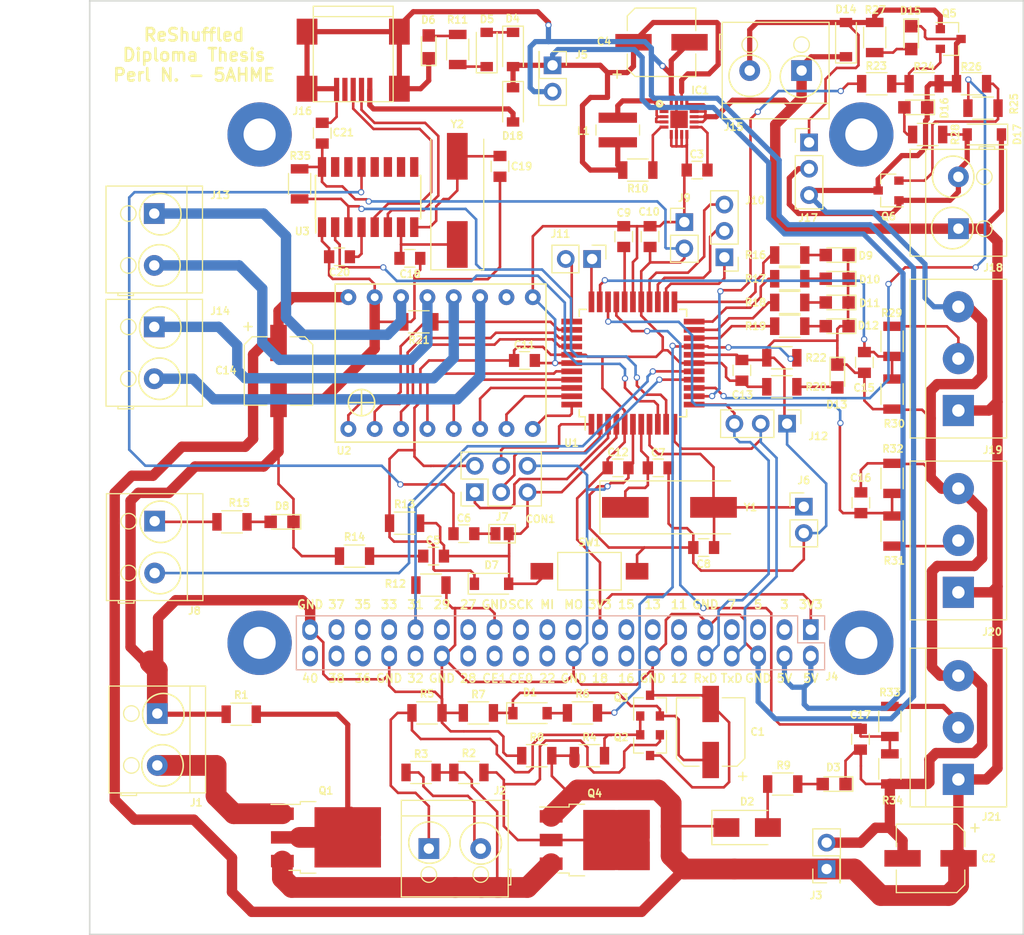
<source format=kicad_pcb>
(kicad_pcb (version 4) (host pcbnew 4.0.7-e2-6376~61~ubuntu18.04.1)
  (layers (0 F.Cu signal) (31 B.Cu signal) (34 B.Paste user hide) (35 F.Paste user hide) (36 B.SilkS user hide) (37 F.SilkS user) (38 B.Mask user hide) (39 F.Mask user hide) (44 Edge.Cuts user))
  (net 0 "")
  (net 1 GND)
  (net 2 +3V3)
  (net 3 MISO)
  (net 4 SCK)
  (net 5 MOSI)
  (net 6 "Net-(D3-Pad2)")
  (net 7 S1)
  (net 8 S2)
  (net 9 S3)
  (net 10 EN)
  (net 11 SLEEP)
  (net 12 STEP)
  (net 13 DIR)
  (net 14 M1)
  (net 15 M2)
  (net 16 TxD_USB)
  (net 17 RxD_USB)
  (net 18 M0)
  (net 19 DTR_USB)
  (net 20 HM1)
  (net 21 HM2)
  (net 22 RST)
  (net 23 RESET_M)
  (net 24 "Net-(IC1-Pad1)")
  (net 25 "Net-(IC1-Pad4)")
  (net 26 UNLATCH)
  (net 27 "Net-(D10-Pad2)")
  (net 28 "Net-(D11-Pad2)")
  (net 29 "Net-(D12-Pad2)")
  (net 30 "Net-(D13-Pad2)")
  (net 31 "Net-(C1-Pad1)")
  (net 32 "Net-(D14-Pad2)")
  (net 33 "Net-(D16-Pad2)")
  (net 34 "Net-(D17-Pad2)")
  (net 35 /Peripherie/WATCHDOG)
  (net 36 /Peripherie/µC_TxD)
  (net 37 /Peripherie/µC_RxD)
  (net 38 "Net-(J11-Pad2)")
  (net 39 "Net-(J20-Pad2)")
  (net 40 "Net-(J21-Pad2)")
  (net 41 "Net-(C7-Pad1)")
  (net 42 "Net-(D5-Pad1)")
  (net 43 "Net-(D15-Pad2)")
  (net 44 "Net-(J2-Pad2)")
  (net 45 "Net-(J2-Pad1)")
  (net 46 "Net-(J11-Pad1)")
  (net 47 "Net-(J14-Pad2)")
  (net 48 "Net-(J14-Pad1)")
  (net 49 "Net-(Q6-Pad2)")
  (net 50 12V)
  (net 51 +5V)
  (net 52 "Net-(D2-Pad2)")
  (net 53 "Net-(D4-Pad1)")
  (net 54 "Net-(D6-Pad2)")
  (net 55 "Net-(D18-Pad2)")
  (net 56 "Net-(Q1-Pad3)")
  (net 57 "Net-(Q2-Pad1)")
  (net 58 "Net-(Q5-Pad2)")
  (net 59 MSWITCH)
  (net 60 LED4)
  (net 61 LED3)
  (net 62 LED2)
  (net 63 LED1)
  (net 64 "Net-(D1-Pad2)")
  (net 65 "Net-(C3-Pad1)")
  (net 66 "Net-(C5-Pad2)")
  (net 67 "Net-(C6-Pad1)")
  (net 68 "Net-(D8-Pad2)")
  (net 69 "Net-(D9-Pad2)")
  (net 70 "Net-(J1-Pad2)")
  (net 71 "Net-(J8-Pad1)")
  (net 72 "Net-(J10-Pad1)")
  (net 73 "Net-(J10-Pad2)")
  (net 74 "Net-(J10-Pad3)")
  (net 75 "Net-(J13-Pad2)")
  (net 76 "Net-(J13-Pad1)")
  (net 77 "Net-(J16-Pad2)")
  (net 78 "Net-(J16-Pad3)")
  (net 79 "Net-(J19-Pad2)")
  (net 80 "Net-(Q1-Pad2)")
  (net 81 "Net-(C8-Pad1)")
  (net 82 "Net-(C9-Pad1)")
  (net 83 "Net-(C18-Pad1)")
  (net 84 "Net-(C19-Pad1)")
  (net 85 "Net-(C20-Pad1)")
  (module footprints:Raspberry-PI (layer F.Cu) (at 130.81 131.36)
    (fp_text reference J4 (at 2.032 4.53) (layer F.SilkS) (effects (font (size 0.7 0.7))))
    (fp_text value Raspberry_Pi_3B+ hide)
    (fp_text user 3V3 (at 0 -2.42) (layer F.SilkS) (effects (font (size 0.82 0.82))))
    (fp_text user 3 (at -2.54 -2.42) (layer F.SilkS) (effects (font (size 0.82 0.82))))
    (fp_text user 5 (at -5.08 -2.42) (layer F.SilkS) (effects (font (size 0.82 0.82))))
    (fp_text user 7 (at -7.62 -2.42) (layer F.SilkS) (effects (font (size 0.82 0.82))))
    (fp_text user GND (at -10.16 -2.42) (layer F.SilkS) (effects (font (size 0.82 0.82))))
    (fp_text user 11 (at -12.7 -2.42) (layer F.SilkS) (effects (font (size 0.82 0.82))))
    (fp_text user 13 (at -15.24 -2.42) (layer F.SilkS) (effects (font (size 0.82 0.82))))
    (fp_text user 15 (at -17.78 -2.42) (layer F.SilkS) (effects (font (size 0.82 0.82))))
    (fp_text user 3V3 (at -20.32 -2.42) (layer F.SilkS) (effects (font (size 0.82 0.82))))
    (fp_text user MO (at -22.86 -2.42) (layer F.SilkS) (effects (font (size 0.82 0.82))))
    (fp_text user MI (at -25.4 -2.42) (layer F.SilkS) (effects (font (size 0.82 0.82))))
    (fp_text user SCK (at -27.94 -2.42) (layer F.SilkS) (effects (font (size 0.82 0.82))))
    (fp_text user GND (at -30.48 -2.42) (layer F.SilkS) (effects (font (size 0.82 0.82))))
    (fp_text user 27 (at -33.02 -2.42) (layer F.SilkS) (effects (font (size 0.82 0.82))))
    (fp_text user 29 (at -35.56 -2.42) (layer F.SilkS) (effects (font (size 0.82 0.82))))
    (fp_text user 31 (at -38.1 -2.42) (layer F.SilkS) (effects (font (size 0.82 0.82))))
    (fp_text user 33 (at -40.64 -2.42) (layer F.SilkS) (effects (font (size 0.82 0.82))))
    (fp_text user 35 (at -43.18 -2.42) (layer F.SilkS) (effects (font (size 0.82 0.82))))
    (fp_text user 37 (at -45.72 -2.42) (layer F.SilkS) (effects (font (size 0.82 0.82))))
    (fp_text user GND (at -48.26 -2.42) (layer F.SilkS) (effects (font (size 0.82 0.82))))
    (fp_text user GND (at -48.26 -2.42) (layer F.SilkS) (effects (font (size 0.82 0.82))))
    (fp_text user 37 (at -45.72 -2.42) (layer F.SilkS) (effects (font (size 0.82 0.82))))
    (fp_text user 35 (at -43.18 -2.42) (layer F.SilkS) (effects (font (size 0.82 0.82))))
    (fp_text user 33 (at -40.64 -2.42) (layer F.SilkS) (effects (font (size 0.82 0.82))))
    (fp_text user 31 (at -38.1 -2.42) (layer F.SilkS) (effects (font (size 0.82 0.82))))
    (fp_text user 29 (at -35.56 -2.42) (layer F.SilkS) (effects (font (size 0.82 0.82))))
    (fp_text user 27 (at -33.02 -2.42) (layer F.SilkS) (effects (font (size 0.82 0.82))))
    (fp_text user GND (at -30.48 -2.42) (layer F.SilkS) (effects (font (size 0.82 0.82))))
    (fp_text user SCK (at -27.94 -2.42) (layer F.SilkS) (effects (font (size 0.82 0.82))))
    (fp_text user MI (at -25.4 -2.42) (layer F.SilkS) (effects (font (size 0.82 0.82))))
    (fp_text user MO (at -22.86 -2.42) (layer F.SilkS) (effects (font (size 0.82 0.82))))
    (fp_text user 3V3 (at -20.32 -2.42) (layer F.SilkS) (effects (font (size 0.82 0.82))))
    (fp_text user 15 (at -17.78 -2.42) (layer F.SilkS) (effects (font (size 0.82 0.82))))
    (fp_text user 40 (at -48.26 4.692) (layer F.SilkS) (effects (font (size 0.82 0.82))))
    (fp_text user 38 (at -45.72 4.692) (layer F.SilkS) (effects (font (size 0.82 0.82))))
    (fp_text user 36 (at -43.18 4.692) (layer F.SilkS) (effects (font (size 0.82 0.82))))
    (fp_text user GND (at -40.64 4.692) (layer F.SilkS) (effects (font (size 0.82 0.82))))
    (fp_text user 32 (at -38.1 4.692) (layer F.SilkS) (effects (font (size 0.82 0.82))))
    (fp_text user GND (at -35.56 4.692) (layer F.SilkS) (effects (font (size 0.82 0.82))))
    (fp_text user 28 (at -33.02 4.692) (layer F.SilkS) (effects (font (size 0.82 0.82))))
    (fp_text user CE1 (at -30.48 4.692) (layer F.SilkS) (effects (font (size 0.82 0.82))))
    (fp_text user CE0 (at -27.94 4.692) (layer F.SilkS) (effects (font (size 0.82 0.82))))
    (fp_text user 22 (at -25.4 4.692) (layer F.SilkS) (effects (font (size 0.82 0.82))))
    (fp_text user GND (at -22.86 4.692) (layer F.SilkS) (effects (font (size 0.82 0.82))))
    (fp_text user 18 (at -20.32 4.692) (layer F.SilkS) (effects (font (size 0.82 0.82))))
    (fp_text user 16 (at -17.78 4.692) (layer F.SilkS) (effects (font (size 0.82 0.82))))
    (fp_text user GND (at -15.24 4.692) (layer F.SilkS) (effects (font (size 0.82 0.82))))
    (fp_text user 12 (at -12.7 4.692) (layer F.SilkS) (effects (font (size 0.82 0.82))))
    (fp_text user 13 (at -15.24 -2.42) (layer F.SilkS) (effects (font (size 0.82 0.82))))
    (fp_text user 11 (at -12.7 -2.42) (layer F.SilkS) (effects (font (size 0.82 0.82))))
    (fp_text user RxD (at -10.16 4.692) (layer F.SilkS) (effects (font (size 0.82 0.82))))
    (fp_text user TxD (at -7.62 4.692) (layer F.SilkS) (effects (font (size 0.82 0.82))))
    (fp_text user GND (at -10.16 -2.42) (layer F.SilkS) (effects (font (size 0.82 0.82))))
    (fp_text user 7 (at -7.62 -2.42) (layer F.SilkS) (effects (font (size 0.82 0.82))))
    (fp_text user 5 (at -5.08 -2.42) (layer F.SilkS) (effects (font (size 0.82 0.82))))
    (fp_text user 3 (at -2.54 -2.42) (layer F.SilkS) (effects (font (size 0.82 0.82))))
    (fp_text user GND (at -5.08 4.692) (layer F.SilkS) (effects (font (size 0.82 0.82))))
    (fp_text user 5V (at -2.54 4.692) (layer F.SilkS) (effects (font (size 0.82 0.82))))
    (fp_text user 5V (at 0 4.692) (layer F.SilkS) (effects (font (size 0.82 0.82))))
    (fp_text user 3V3 (at 0 -2.42) (layer F.SilkS) (effects (font (size 0.82 0.82))))
    (pad 40 thru_hole oval (at -48.26 2.54) (size 1.5 2) (drill 1) (layers *.Cu *.Mask))
    (pad 39 thru_hole oval (at -48.26 0) (size 1.5 2) (drill 1) (layers *.Cu *.Mask) (net 1 GND))
    (pad 38 thru_hole oval (at -45.72 2.54) (size 1.5 2) (drill 1) (layers *.Cu *.Mask))
    (pad 37 thru_hole oval (at -45.72 0) (size 1.5 2) (drill 1) (layers *.Cu *.Mask))
    (pad 36 thru_hole oval (at -43.18 2.54) (size 1.5 2) (drill 1) (layers *.Cu *.Mask))
    (pad 35 thru_hole oval (at -43.18 0) (size 1.5 2) (drill 1) (layers *.Cu *.Mask))
    (pad 34 thru_hole oval (at -40.64 2.54) (size 1.5 2) (drill 1) (layers *.Cu *.Mask) (net 1 GND))
    (pad 33 thru_hole oval (at -40.64 0) (size 1.5 2) (drill 1) (layers *.Cu *.Mask))
    (pad 32 thru_hole oval (at -38.1 2.54) (size 1.5 2) (drill 1) (layers *.Cu *.Mask))
    (pad 31 thru_hole oval (at -38.1 0) (size 1.5 2) (drill 1) (layers *.Cu *.Mask) (net 35 /Peripherie/WATCHDOG))
    (pad 30 thru_hole oval (at -35.56 2.54) (size 1.5 2) (drill 1) (layers *.Cu *.Mask) (net 1 GND))
    (pad 29 thru_hole oval (at -35.56 0) (size 1.5 2) (drill 1) (layers *.Cu *.Mask))
    (pad 28 thru_hole oval (at -33.02 2.54) (size 1.5 2) (drill 1) (layers *.Cu *.Mask))
    (pad 27 thru_hole oval (at -33.02 0) (size 1.5 2) (drill 1) (layers *.Cu *.Mask))
    (pad 26 thru_hole oval (at -30.48 2.54) (size 1.5 2) (drill 1) (layers *.Cu *.Mask))
    (pad 25 thru_hole oval (at -30.48 0) (size 1.5 2) (drill 1) (layers *.Cu *.Mask) (net 1 GND))
    (pad 24 thru_hole oval (at -27.94 2.54) (size 1.5 2) (drill 1) (layers *.Cu *.Mask))
    (pad 23 thru_hole oval (at -27.94 0) (size 1.5 2) (drill 1) (layers *.Cu *.Mask))
    (pad 22 thru_hole oval (at -25.4 2.54) (size 1.5 2) (drill 1) (layers *.Cu *.Mask))
    (pad 21 thru_hole oval (at -25.4 0) (size 1.5 2) (drill 1) (layers *.Cu *.Mask))
    (pad 20 thru_hole oval (at -22.86 2.54) (size 1.5 2) (drill 1) (layers *.Cu *.Mask) (net 1 GND))
    (pad 19 thru_hole oval (at -22.86 0) (size 1.5 2) (drill 1) (layers *.Cu *.Mask))
    (pad 18 thru_hole oval (at -20.32 2.54) (size 1.5 2) (drill 1) (layers *.Cu *.Mask))
    (pad 17 thru_hole oval (at -20.32 0) (size 1.5 2) (drill 1) (layers *.Cu *.Mask) (net 2 +3V3))
    (pad 16 thru_hole oval (at -17.78 2.54) (size 1.5 2) (drill 1) (layers *.Cu *.Mask))
    (pad 15 thru_hole oval (at -17.78 0) (size 1.5 2) (drill 1) (layers *.Cu *.Mask))
    (pad 14 thru_hole oval (at -15.24 2.54) (size 1.5 2) (drill 1) (layers *.Cu *.Mask) (net 1 GND))
    (pad 13 thru_hole oval (at -15.24 0) (size 1.5 2) (drill 1) (layers *.Cu *.Mask))
    (pad 12 thru_hole oval (at -12.7 2.54) (size 1.5 2) (drill 1) (layers *.Cu *.Mask))
    (pad 11 thru_hole oval (at -12.7 0) (size 1.5 2) (drill 1) (layers *.Cu *.Mask))
    (pad 10 thru_hole oval (at -10.16 2.54) (size 1.5 2) (drill 1) (layers *.Cu *.Mask) (net 36 /Peripherie/µC_TxD))
    (pad 9 thru_hole oval (at -10.16 0) (size 1.5 2) (drill 1) (layers *.Cu *.Mask) (net 1 GND))
    (pad 8 thru_hole oval (at -7.62 2.54) (size 1.5 2) (drill 1) (layers *.Cu *.Mask) (net 37 /Peripherie/µC_RxD))
    (pad 7 thru_hole oval (at -7.62 0) (size 1.5 2) (drill 1) (layers *.Cu *.Mask))
    (pad 6 thru_hole oval (at -5.08 2.54) (size 1.5 2) (drill 1) (layers *.Cu *.Mask) (net 1 GND))
    (pad 5 thru_hole oval (at -5.08 0) (size 1.5 2) (drill 1) (layers *.Cu *.Mask))
    (pad 4 thru_hole oval (at -2.54 2.54) (size 1.5 2) (drill 1) (layers *.Cu *.Mask) (net 51 +5V))
    (pad 3 thru_hole oval (at -2.54 0) (size 1.5 2) (drill 1) (layers *.Cu *.Mask))
    (pad 2 thru_hole oval (at 0 2.54) (size 1.5 2) (drill 1) (layers *.Cu *.Mask) (net 51 +5V))
    (pad 1 thru_hole rect (at 0 0) (size 1.5 2) (drill 1) (layers *.Cu *.Mask) (net 2 +3V3))
    (pad "" np_thru_hole circle (at 4.87 -47.73) (size 6.2 6.2) (drill 3.1) (layers *.Cu *.Mask))
    (pad "" np_thru_hole circle (at -53.13 -47.73) (size 6.2 6.2) (drill 3.1) (layers *.Cu *.Mask))
    (pad "" np_thru_hole circle (at -53.13 1.27) (size 6.2 6.2) (drill 3.1) (layers *.Cu *.Mask))
    (pad "" np_thru_hole circle (at 4.87 1.27) (size 6.2 6.2) (drill 3.1) (layers *.Cu *.Mask))
  )
  (module Resistors_SMD:R_1206 (layer F.Cu) (at 141.732 78.74)
    (fp_text reference R24 (at -0.004 -1.638) (layer F.SilkS) (effects (font (size 0.7 0.7))))
    (fp_text value 10k)
    (pad 1 smd rect (at -1.45 0) (size 0.9 1.7) (layers F.Cu F.Paste F.Mask) (net 58 "Net-(Q5-Pad2)"))
    (pad 2 smd rect (at 1.45 0) (size 0.9 1.7) (layers F.Cu F.Paste F.Mask) (net 1 GND))
  )
  (module Resistors_SMD:R_1206 (layer F.Cu) (at 147.407 81.091 180)
    (fp_text reference R25 (at -2.9972 0.4191 450) (layer F.SilkS) (effects (font (size 0.7 0.7))))
    (fp_text value 560)
    (pad 1 smd rect (at -1.45 0 180) (size 0.9 1.7) (layers F.Cu F.Paste F.Mask) (net 49 "Net-(Q6-Pad2)"))
    (pad 2 smd rect (at 1.45 0 180) (size 0.9 1.7) (layers F.Cu F.Paste F.Mask) (net 21 HM2))
  )
  (module Crystals:Crystal_SMD_HC49-SD (layer F.Cu) (at 117.181 119.572)
    (fp_text reference Y1 (at 7.8105 0) (layer F.SilkS) (effects (font (size 0.7 0.7))))
    (fp_text value Crystal_12Mhz)
    (pad 1 smd rect (at -4.25 0) (size 4.5 2) (layers F.Cu F.Paste F.Mask) (net 41 "Net-(C7-Pad1)"))
    (pad 2 smd rect (at 4.25 0) (size 4.5 2) (layers F.Cu F.Paste F.Mask) (net 81 "Net-(C8-Pad1)"))
  )
  (module Diodes_SMD:D_SMA (layer F.Cu) (at 124.674 150.433)
    (fp_text reference D2 (at 0 -2.5) (layer F.SilkS) (effects (font (size 0.7 0.7))))
    (fp_text value SML4738)
    (pad 1 smd rect (at -2 0) (size 2.5 1.8) (layers F.Cu F.Paste F.Mask) (net 50 12V))
    (pad 2 smd rect (at 2 0) (size 2.5 1.8) (layers F.Cu F.Paste F.Mask) (net 52 "Net-(D2-Pad2)"))
  )
  (module Buttons_Switches_SMD:SW_SPST_FSMSM (layer F.Cu) (at 109.474 125.73 180)
    (fp_text reference SW1 (at 0 2.794 180) (layer F.SilkS) (effects (font (size 0.7 0.7))))
    (fp_text value SW_Push)
    (pad 1 smd rect (at -4.59 0 180) (size 2.18 1.6) (layers F.Cu F.Paste F.Mask) (net 1 GND))
    (pad 2 smd rect (at 4.59 0 180) (size 2.18 1.6) (layers F.Cu F.Paste F.Mask) (net 22 RST))
  )
  (module footprints:TQFP-44_10x10mm_Pitch0.8mm_Handsolded (layer F.Cu) (at 113.665 105.664 90)
    (fp_text reference U1 (at -7.6962 -5.9182 180) (layer F.SilkS) (effects (font (size 0.7 0.7))))
    (fp_text value ATMEGA324P-20AU hide)
    (pad 1 smd rect (at -5.9 -4 90) (size 2 0.55) (layers F.Cu F.Paste F.Mask) (net 5 MOSI))
    (pad 2 smd rect (at -5.9 -3.2 90) (size 2 0.55) (layers F.Cu F.Paste F.Mask) (net 4 SCK))
    (pad 3 smd rect (at -5.9 -2.4 90) (size 2 0.55) (layers F.Cu F.Paste F.Mask) (net 3 MISO))
    (pad 4 smd rect (at -5.9 -1.6 90) (size 2 0.55) (layers F.Cu F.Paste F.Mask) (net 22 RST))
    (pad 5 smd rect (at -5.9 -0.8 90) (size 2 0.55) (layers F.Cu F.Paste F.Mask) (net 2 +3V3))
    (pad 6 smd rect (at -5.9 0 90) (size 2 0.55) (layers F.Cu F.Paste F.Mask) (net 1 GND))
    (pad 7 smd rect (at -5.9 0.8 90) (size 2 0.55) (layers F.Cu F.Paste F.Mask) (net 41 "Net-(C7-Pad1)"))
    (pad 8 smd rect (at -5.9 1.6 90) (size 2 0.55) (layers F.Cu F.Paste F.Mask) (net 81 "Net-(C8-Pad1)"))
    (pad 9 smd rect (at -5.9 2.4 90) (size 2 0.55) (layers F.Cu F.Paste F.Mask) (net 16 TxD_USB))
    (pad 10 smd rect (at -5.9 3.2 90) (size 2 0.55) (layers F.Cu F.Paste F.Mask) (net 17 RxD_USB))
    (pad 11 smd rect (at -5.9 4 90) (size 2 0.55) (layers F.Cu F.Paste F.Mask) (net 37 /Peripherie/µC_RxD))
    (pad 12 smd rect (at -4 5.9 180) (size 2 0.55) (layers F.Cu F.Paste F.Mask) (net 36 /Peripherie/µC_TxD))
    (pad 13 smd rect (at -3.2 5.9 180) (size 2 0.55) (layers F.Cu F.Paste F.Mask) (net 20 HM1))
    (pad 14 smd rect (at -2.4 5.9 180) (size 2 0.55) (layers F.Cu F.Paste F.Mask) (net 21 HM2))
    (pad 15 smd rect (at -1.6 5.9 180) (size 2 0.55) (layers F.Cu F.Paste F.Mask) (net 35 /Peripherie/WATCHDOG))
    (pad 16 smd rect (at -0.8 5.9 180) (size 2 0.55) (layers F.Cu F.Paste F.Mask) (net 59 MSWITCH))
    (pad 17 smd rect (at 0 5.9 180) (size 2 0.55) (layers F.Cu F.Paste F.Mask) (net 2 +3V3))
    (pad 18 smd rect (at 0.8 5.9 180) (size 2 0.55) (layers F.Cu F.Paste F.Mask) (net 1 GND))
    (pad 19 smd rect (at 1.6 5.9 180) (size 2 0.55) (layers F.Cu F.Paste F.Mask) (net 26 UNLATCH))
    (pad 20 smd rect (at 2.4 5.9 180) (size 2 0.55) (layers F.Cu F.Paste F.Mask) (net 63 LED1))
    (pad 21 smd rect (at 3.2 5.9 180) (size 2 0.55) (layers F.Cu F.Paste F.Mask) (net 62 LED2))
    (pad 22 smd rect (at 4 5.9 180) (size 2 0.55) (layers F.Cu F.Paste F.Mask) (net 61 LED3))
    (pad 23 smd rect (at 5.9 4 90) (size 2 0.55) (layers F.Cu F.Paste F.Mask) (net 60 LED4))
    (pad 24 smd rect (at 5.9 3.2 90) (size 2 0.55) (layers F.Cu F.Paste F.Mask) (net 72 "Net-(J10-Pad1)"))
    (pad 25 smd rect (at 5.9 2.4 90) (size 2 0.55) (layers F.Cu F.Paste F.Mask) (net 73 "Net-(J10-Pad2)"))
    (pad 26 smd rect (at 5.9 1.6 90) (size 2 0.55) (layers F.Cu F.Paste F.Mask) (net 74 "Net-(J10-Pad3)"))
    (pad 27 smd rect (at 5.9 0.8 90) (size 2 0.55) (layers F.Cu F.Paste F.Mask) (net 2 +3V3))
    (pad 28 smd rect (at 5.9 0 90) (size 2 0.55) (layers F.Cu F.Paste F.Mask) (net 1 GND))
    (pad 29 smd rect (at 5.9 -0.8 90) (size 2 0.55) (layers F.Cu F.Paste F.Mask) (net 82 "Net-(C9-Pad1)"))
    (pad 30 smd rect (at 5.9 -1.6 90) (size 2 0.55) (layers F.Cu F.Paste F.Mask) (net 9 S3))
    (pad 31 smd rect (at 5.9 -2.4 90) (size 2 0.55) (layers F.Cu F.Paste F.Mask) (net 8 S2))
    (pad 32 smd rect (at 5.9 -3.2 90) (size 2 0.55) (layers F.Cu F.Paste F.Mask) (net 7 S1))
    (pad 33 smd rect (at 5.9 -4 90) (size 2 0.55) (layers F.Cu F.Paste F.Mask) (net 46 "Net-(J11-Pad1)"))
    (pad 34 smd rect (at 4 -5.9 180) (size 2 0.55) (layers F.Cu F.Paste F.Mask) (net 38 "Net-(J11-Pad2)"))
    (pad 35 smd rect (at 3.2 -5.9 180) (size 2 0.55) (layers F.Cu F.Paste F.Mask) (net 10 EN))
    (pad 36 smd rect (at 2.4 -5.9 180) (size 2 0.55) (layers F.Cu F.Paste F.Mask) (net 18 M0))
    (pad 37 smd rect (at 1.6 -5.9 180) (size 2 0.55) (layers F.Cu F.Paste F.Mask) (net 14 M1))
    (pad 38 smd rect (at 0.8 -5.9 180) (size 2 0.55) (layers F.Cu F.Paste F.Mask) (net 2 +3V3))
    (pad 39 smd rect (at 0 -5.9 180) (size 2 0.55) (layers F.Cu F.Paste F.Mask) (net 1 GND))
    (pad 40 smd rect (at -0.8 -5.9 180) (size 2 0.55) (layers F.Cu F.Paste F.Mask) (net 15 M2))
    (pad 41 smd rect (at -1.6 -5.9 180) (size 2 0.55) (layers F.Cu F.Paste F.Mask) (net 23 RESET_M))
    (pad 42 smd rect (at -2.4 -5.9 180) (size 2 0.55) (layers F.Cu F.Paste F.Mask) (net 11 SLEEP))
    (pad 43 smd rect (at -3.2 -5.9 180) (size 2 0.55) (layers F.Cu F.Paste F.Mask) (net 12 STEP))
    (pad 44 smd rect (at -4 -5.9 180) (size 2 0.55) (layers F.Cu F.Paste F.Mask) (net 13 DIR))
  )
  (module footprints:Terminalblock-3x-5mm (layer F.Cu) (at 145.034 145.796 90)
    (fp_text reference J21 (at -3.6068 3.2004 180) (layer F.SilkS) (effects (font (size 0.7 0.7))))
    (fp_text value Cap_Sensor3)
    (pad 3 thru_hole circle (at 10 0 90) (size 3 3) (drill 1.2) (layers *.Cu *.Mask) (net 1 GND))
    (pad 2 thru_hole circle (at 5 0 90) (size 3 3) (drill 1.2) (layers *.Cu *.Mask) (net 40 "Net-(J21-Pad2)"))
    (pad 1 thru_hole rect (at 0 0 90) (size 3 3) (drill 1.2) (layers *.Cu *.Mask) (net 50 12V))
  )
  (module footprints:Terminalblock-3x-5mm (layer F.Cu) (at 145.034 127.762 90)
    (fp_text reference J20 (at -3.81 3.2512 180) (layer F.SilkS) (effects (font (size 0.7 0.7))))
    (fp_text value Cap_Sensor2)
    (pad 3 thru_hole circle (at 10 0 90) (size 3 3) (drill 1.2) (layers *.Cu *.Mask) (net 1 GND))
    (pad 2 thru_hole circle (at 5 0 90) (size 3 3) (drill 1.2) (layers *.Cu *.Mask) (net 39 "Net-(J20-Pad2)"))
    (pad 1 thru_hole rect (at 0 0 90) (size 3 3) (drill 1.2) (layers *.Cu *.Mask) (net 50 12V))
  )
  (module footprints:Terminalblock-2x-5mm (layer F.Cu) (at 129.921 77.47 180)
    (fp_text reference J15 (at 6.5405 -5.4356 180) (layer F.SilkS) (effects (font (size 0.7 0.7))))
    (fp_text value Solenoid1)
    (pad 2 thru_hole circle (at 5 0 180) (size 2 2) (drill 1) (layers *.Cu *.Mask) (net 32 "Net-(D14-Pad2)"))
    (pad 1 thru_hole rect (at 0 0 180) (size 2 2) (drill 1) (layers *.Cu *.Mask) (net 50 12V))
  )
  (module footprints:Terminalblock-2x-5mm (layer F.Cu) (at 67.524 102.173 270)
    (fp_text reference J14 (at -1.524 -6.35 360) (layer F.SilkS) (effects (font (size 0.7 0.7))))
    (fp_text value Stepper2)
    (pad 2 thru_hole circle (at 5 0 270) (size 2 2) (drill 1) (layers *.Cu *.Mask) (net 47 "Net-(J14-Pad2)"))
    (pad 1 thru_hole rect (at 0 0 270) (size 2 2) (drill 1) (layers *.Cu *.Mask) (net 48 "Net-(J14-Pad1)"))
  )
  (module footprints:Terminalblock-2x-5mm (layer F.Cu) (at 67.524 91.251 270)
    (fp_text reference J13 (at -1.778 -6.35 360) (layer F.SilkS) (effects (font (size 0.7 0.7))))
    (fp_text value Stepper1)
    (pad 2 thru_hole circle (at 5 0 270) (size 2 2) (drill 1) (layers *.Cu *.Mask) (net 75 "Net-(J13-Pad2)"))
    (pad 1 thru_hole rect (at 0 0 270) (size 2 2) (drill 1) (layers *.Cu *.Mask) (net 76 "Net-(J13-Pad1)"))
  )
  (module Pin_Headers:Pin_Header_Straight_2x03_Pitch2.54mm (layer F.Cu) (at 98.425 118.11 90)
    (fp_text reference CON1 (at -2.5908 6.3246 180) (layer F.SilkS) (effects (font (size 0.7 0.7))))
    (fp_text value AVR-ISP-6)
    (pad 1 thru_hole rect (at 0 0 90) (size 1.7 1.7) (drill 1) (layers *.Cu *.Mask) (net 3 MISO))
    (pad 2 thru_hole oval (at 2.54 0 90) (size 1.7 1.7) (drill 1) (layers *.Cu *.Mask) (net 2 +3V3))
    (pad 3 thru_hole oval (at 0 2.54 90) (size 1.7 1.7) (drill 1) (layers *.Cu *.Mask) (net 4 SCK))
    (pad 4 thru_hole oval (at 2.54 2.54 90) (size 1.7 1.7) (drill 1) (layers *.Cu *.Mask) (net 5 MOSI))
    (pad 5 thru_hole oval (at 0 5.08 90) (size 1.7 1.7) (drill 1) (layers *.Cu *.Mask) (net 22 RST))
    (pad 6 thru_hole oval (at 2.54 5.08 90) (size 1.7 1.7) (drill 1) (layers *.Cu *.Mask) (net 1 GND))
  )
  (module footprints:SOIC-16_3.9x9.9mm_Pitch1.27mm_HANDSOLDERED (layer F.Cu) (at 88.138 89.662 90)
    (fp_text reference U3 (at -3.302 -6.35 180) (layer F.SilkS) (effects (font (size 0.7 0.7))))
    (fp_text value CH340G)
    (pad 1 smd rect (at -2.9 -4.445 90) (size 1.9 0.8) (layers F.Cu F.Paste F.Mask) (net 1 GND))
    (pad 2 smd rect (at -2.9 -3.175 90) (size 1.9 0.8) (layers F.Cu F.Paste F.Mask) (net 16 TxD_USB))
    (pad 3 smd rect (at -2.9 -1.905 90) (size 1.9 0.8) (layers F.Cu F.Paste F.Mask) (net 17 RxD_USB))
    (pad 4 smd rect (at -2.9 -0.635 90) (size 1.9 0.8) (layers F.Cu F.Paste F.Mask) (net 85 "Net-(C20-Pad1)"))
    (pad 5 smd rect (at -2.9 0.635 90) (size 1.9 0.8) (layers F.Cu F.Paste F.Mask) (net 78 "Net-(J16-Pad3)"))
    (pad 6 smd rect (at -2.9 1.905 90) (size 1.9 0.8) (layers F.Cu F.Paste F.Mask) (net 77 "Net-(J16-Pad2)"))
    (pad 7 smd rect (at -2.9 3.175 90) (size 1.9 0.8) (layers F.Cu F.Paste F.Mask) (net 83 "Net-(C18-Pad1)"))
    (pad 8 smd rect (at -2.9 4.445 90) (size 1.9 0.8) (layers F.Cu F.Paste F.Mask) (net 84 "Net-(C19-Pad1)"))
    (pad 9 smd rect (at 2.9 4.445 90) (size 1.9 0.8) (layers F.Cu F.Paste F.Mask))
    (pad 10 smd rect (at 2.9 3.175 90) (size 1.9 0.8) (layers F.Cu F.Paste F.Mask))
    (pad 11 smd rect (at 2.9 1.905 90) (size 1.9 0.8) (layers F.Cu F.Paste F.Mask))
    (pad 12 smd rect (at 2.9 0.635 90) (size 1.9 0.8) (layers F.Cu F.Paste F.Mask))
    (pad 13 smd rect (at 2.9 -0.635 90) (size 1.9 0.8) (layers F.Cu F.Paste F.Mask) (net 19 DTR_USB))
    (pad 14 smd rect (at 2.9 -1.905 90) (size 1.9 0.8) (layers F.Cu F.Paste F.Mask))
    (pad 15 smd rect (at 2.9 -3.175 90) (size 1.9 0.8) (layers F.Cu F.Paste F.Mask))
    (pad 16 smd rect (at 2.9 -4.445 90) (size 1.9 0.8) (layers F.Cu F.Paste F.Mask) (net 2 +3V3))
  )
  (module footprints:Terminalblock-2x-5mm (layer F.Cu) (at 67.818 139.446 270)
    (fp_text reference J1 (at 8.5852 -3.7592 360) (layer F.SilkS) (effects (font (size 0.7 0.7))))
    (fp_text value Input_12V)
    (pad 2 thru_hole circle (at 5 0 270) (size 2 2) (drill 1) (layers *.Cu *.Mask) (net 70 "Net-(J1-Pad2)"))
    (pad 1 thru_hole rect (at 0 0 270) (size 2 2) (drill 1) (layers *.Cu *.Mask) (net 1 GND))
  )
  (module footprints:Terminalblock-2x-5mm (layer F.Cu) (at 145.034 92.71 90)
    (fp_text reference J18 (at -3.7592 3.3528 180) (layer F.SilkS) (effects (font (size 0.7 0.7))))
    (fp_text value Solenoid2)
    (pad 2 thru_hole circle (at 5 0 90) (size 2 2) (drill 1) (layers *.Cu *.Mask) (net 34 "Net-(D17-Pad2)"))
    (pad 1 thru_hole rect (at 0 0 90) (size 2 2) (drill 1) (layers *.Cu *.Mask) (net 50 12V))
  )
  (module footprints:Terminalblock-3x-5mm (layer F.Cu) (at 145.034 110.236 90)
    (fp_text reference J19 (at -3.81 3.302 180) (layer F.SilkS) (effects (font (size 0.7 0.7))))
    (fp_text value Cap_Sensor1)
    (pad 3 thru_hole circle (at 10 0 90) (size 3 3) (drill 1.2) (layers *.Cu *.Mask) (net 1 GND))
    (pad 2 thru_hole circle (at 5 0 90) (size 3 3) (drill 1.2) (layers *.Cu *.Mask) (net 79 "Net-(J19-Pad2)"))
    (pad 1 thru_hole rect (at 0 0 90) (size 3 3) (drill 1.2) (layers *.Cu *.Mask) (net 50 12V))
  )
  (module Pin_Headers:Pin_Header_Straight_1x03_Pitch2.54mm (layer F.Cu) (at 130.643 84.393)
    (fp_text reference J17 (at -0.0889 7.2771) (layer F.SilkS) (effects (font (size 0.7 0.7))))
    (fp_text value Conn_01x03)
    (pad 1 thru_hole rect (at 0 0) (size 1.7 1.7) (drill 1) (layers *.Cu *.Mask) (net 32 "Net-(D14-Pad2)"))
    (pad 2 thru_hole oval (at 0 2.54) (size 1.7 1.7) (drill 1) (layers *.Cu *.Mask) (net 34 "Net-(D17-Pad2)"))
    (pad 3 thru_hole oval (at 0 5.08) (size 1.7 1.7) (drill 1) (layers *.Cu *.Mask) (net 1 GND))
  )
  (module TPS62143RGTR:QFN50P300X300X100-17N-D (layer F.Cu) (at 118.11 82.169)
    (fp_text reference IC1 (at 2.032 -2.794) (layer F.SilkS) (effects (font (size 0.7 0.7))))
    (fp_text value TPS62143RGTR hide)
    (pad 1 smd rect (at -1.45 -0.75 90) (size 0.3 0.85) (layers F.Cu F.Paste F.Mask) (net 24 "Net-(IC1-Pad1)"))
    (pad 2 smd rect (at -1.45 -0.25 90) (size 0.3 0.85) (layers F.Cu F.Paste F.Mask) (net 24 "Net-(IC1-Pad1)"))
    (pad 3 smd rect (at -1.45 0.25 90) (size 0.3 0.85) (layers F.Cu F.Paste F.Mask) (net 24 "Net-(IC1-Pad1)"))
    (pad 4 smd rect (at -1.45 0.75 90) (size 0.3 0.85) (layers F.Cu F.Paste F.Mask) (net 25 "Net-(IC1-Pad4)"))
    (pad 5 smd rect (at -0.75 1.45) (size 0.3 0.85) (layers F.Cu F.Paste F.Mask) (net 1 GND))
    (pad 6 smd rect (at -0.25 1.45) (size 0.3 0.85) (layers F.Cu F.Paste F.Mask) (net 1 GND))
    (pad 7 smd rect (at 0.25 1.45) (size 0.3 0.85) (layers F.Cu F.Paste F.Mask) (net 1 GND))
    (pad 8 smd rect (at 0.75 1.45) (size 0.3 0.85) (layers F.Cu F.Paste F.Mask) (net 1 GND))
    (pad 9 smd rect (at 1.45 0.75 90) (size 0.3 0.85) (layers F.Cu F.Paste F.Mask) (net 65 "Net-(C3-Pad1)"))
    (pad 10 smd rect (at 1.45 0.25 90) (size 0.3 0.85) (layers F.Cu F.Paste F.Mask) (net 50 12V))
    (pad 11 smd rect (at 1.45 -0.25 90) (size 0.3 0.85) (layers F.Cu F.Paste F.Mask) (net 50 12V))
    (pad 12 smd rect (at 1.45 -0.75 90) (size 0.3 0.85) (layers F.Cu F.Paste F.Mask) (net 50 12V))
    (pad 13 smd rect (at 0.75 -1.45) (size 0.3 0.85) (layers F.Cu F.Paste F.Mask) (net 50 12V))
    (pad 14 smd rect (at 0.25 -1.45) (size 0.3 0.85) (layers F.Cu F.Paste F.Mask) (net 51 +5V))
    (pad 15 smd rect (at -0.25 -1.45) (size 0.3 0.85) (layers F.Cu F.Paste F.Mask) (net 1 GND))
    (pad 16 smd rect (at -0.75 -1.45) (size 0.3 0.85) (layers F.Cu F.Paste F.Mask) (net 1 GND))
    (pad 17 smd rect (at 0 0) (size 1.68 1.68) (layers F.Cu F.Paste F.Mask) (net 1 GND))
  )
  (module Pin_Headers:Pin_Header_Straight_2x01_Pitch2.54mm (layer F.Cu) (at 105.918 76.962 270)
    (fp_text reference J5 (at -1.016 -2.794 360) (layer F.SilkS) (effects (font (size 0.7 0.7))))
    (fp_text value Conn_01x02)
    (pad 1 thru_hole rect (at 0 0 270) (size 1.7 1.7) (drill 1) (layers *.Cu *.Mask) (net 51 +5V))
    (pad 2 thru_hole oval (at 2.54 0 270) (size 1.7 1.7) (drill 1) (layers *.Cu *.Mask) (net 1 GND))
  )
  (module footprints:Terminalblock-2x-5mm (layer F.Cu) (at 67.564 120.904 270)
    (fp_text reference J8 (at 8.636 -3.8354 360) (layer F.SilkS) (effects (font (size 0.7 0.7))))
    (fp_text value Microswitch)
    (pad 2 thru_hole circle (at 5 0 270) (size 2 2) (drill 1) (layers *.Cu *.Mask) (net 59 MSWITCH))
    (pad 1 thru_hole rect (at 0 0 270) (size 2 2) (drill 1) (layers *.Cu *.Mask) (net 71 "Net-(J8-Pad1)"))
  )
  (module Pin_Headers:Pin_Header_Straight_1x03_Pitch2.54mm (layer F.Cu) (at 128.524 111.506 270)
    (fp_text reference J12 (at 1.208 -3.008 360) (layer F.SilkS) (effects (font (size 0.7 0.7))))
    (fp_text value Conn_01x03)
    (pad 1 thru_hole rect (at 0 0 270) (size 1.7 1.7) (drill 1) (layers *.Cu *.Mask) (net 1 GND))
    (pad 2 thru_hole oval (at 0 2.54 270) (size 1.7 1.7) (drill 1) (layers *.Cu *.Mask) (net 37 /Peripherie/µC_RxD))
    (pad 3 thru_hole oval (at 0 5.08 270) (size 1.7 1.7) (drill 1) (layers *.Cu *.Mask) (net 36 /Peripherie/µC_TxD))
  )
  (module Pin_Headers:Pin_Header_Straight_2x01_Pitch2.54mm (layer F.Cu) (at 132.334 154.432 90)
    (fp_text reference J3 (at -2.54 -1.016 180) (layer F.SilkS) (effects (font (size 0.7 0.7))))
    (fp_text value Conn_01x02)
    (pad 1 thru_hole rect (at 0 0 90) (size 1.7 1.7) (drill 1) (layers *.Cu *.Mask) (net 50 12V))
    (pad 2 thru_hole oval (at 2.54 0 90) (size 1.7 1.7) (drill 1) (layers *.Cu *.Mask) (net 1 GND))
  )
  (module Connectors:GS2 (layer F.Cu) (at 101.052 122.112 270)
    (fp_text reference J7 (at -1.6256 0 360) (layer F.SilkS) (effects (font (size 0.7 0.7))))
    (fp_text value GS2)
    (pad 1 smd rect (at 0 -0.64 270) (size 1.27 0.97) (layers F.Cu F.Paste F.Mask) (net 22 RST))
    (pad 2 smd rect (at 0 0.64 270) (size 1.27 0.97) (layers F.Cu F.Paste F.Mask) (net 67 "Net-(C6-Pad1)"))
  )
  (module Pin_Headers:Pin_Header_Straight_1x02_Pitch2.54mm (layer F.Cu) (at 130.135 119.5085)
    (fp_text reference J6 (at 0 -2.54) (layer F.SilkS) (effects (font (size 0.7 0.7))))
    (fp_text value Conn_01x02)
    (pad 1 thru_hole rect (at 0 0) (size 1.7 1.7) (drill 1) (layers *.Cu *.Mask) (net 81 "Net-(C8-Pad1)"))
    (pad 2 thru_hole oval (at 0 2.54) (size 1.7 1.7) (drill 1) (layers *.Cu *.Mask) (net 1 GND))
  )
  (module Pin_Headers:Pin_Header_Straight_1x02_Pitch2.54mm (layer F.Cu) (at 118.618 92.075)
    (fp_text reference J9 (at 0 -2.33) (layer F.SilkS) (effects (font (size 0.7 0.7))))
    (fp_text value Conn_01x02)
    (pad 1 thru_hole rect (at 0 0) (size 1.7 1.7) (drill 1) (layers *.Cu *.Mask) (net 1 GND))
    (pad 2 thru_hole oval (at 0 2.54) (size 1.7 1.7) (drill 1) (layers *.Cu *.Mask) (net 2 +3V3))
  )
  (module Pin_Headers:Pin_Header_Straight_1x03_Pitch2.54mm (layer F.Cu) (at 122.4788 95.4659 180)
    (fp_text reference J10 (at -2.9572 5.4849 180) (layer F.SilkS) (effects (font (size 0.7 0.7))))
    (fp_text value Conn_01x03)
    (pad 1 thru_hole rect (at 0 0 180) (size 1.7 1.7) (drill 1) (layers *.Cu *.Mask) (net 72 "Net-(J10-Pad1)"))
    (pad 2 thru_hole oval (at 0 2.54 180) (size 1.7 1.7) (drill 1) (layers *.Cu *.Mask) (net 73 "Net-(J10-Pad2)"))
    (pad 3 thru_hole oval (at 0 5.08 180) (size 1.7 1.7) (drill 1) (layers *.Cu *.Mask) (net 74 "Net-(J10-Pad3)"))
  )
  (module Pin_Headers:Pin_Header_Straight_1x02_Pitch2.54mm (layer F.Cu) (at 109.728 95.631 270)
    (fp_text reference J11 (at -2.413 3.048 360) (layer F.SilkS) (effects (font (size 0.7 0.7))))
    (fp_text value Conn_01x02)
    (pad 1 thru_hole rect (at 0 0 270) (size 1.7 1.7) (drill 1) (layers *.Cu *.Mask) (net 46 "Net-(J11-Pad1)"))
    (pad 2 thru_hole oval (at 0 2.54 270) (size 1.7 1.7) (drill 1) (layers *.Cu *.Mask) (net 38 "Net-(J11-Pad2)"))
  )
  (module footprints:Terminalblock-2x-5mm (layer F.Cu) (at 93.9908 152.465)
    (fp_text reference J2 (at 6.858 -5.588) (layer F.SilkS) (effects (font (size 0.7 0.7))))
    (fp_text value PowerOn_Button)
    (pad 2 thru_hole circle (at 5 0) (size 2 2) (drill 1) (layers *.Cu *.Mask) (net 44 "Net-(J2-Pad2)"))
    (pad 1 thru_hole rect (at 0 0) (size 2 2) (drill 1) (layers *.Cu *.Mask) (net 45 "Net-(J2-Pad1)"))
  )
  (module TO_SOT_Packages_SMD:SOT-23 (layer F.Cu) (at 144.2955 74.4235)
    (fp_text reference Q5 (at -0.14 -2.474) (layer F.SilkS) (effects (font (size 0.7 0.7))))
    (fp_text value FDN337N)
    (pad 1 smd rect (at -1 -0.95) (size 0.9 0.8) (layers F.Cu F.Paste F.Mask) (net 32 "Net-(D14-Pad2)"))
    (pad 2 smd rect (at -1 0.95) (size 0.9 0.8) (layers F.Cu F.Paste F.Mask) (net 58 "Net-(Q5-Pad2)"))
    (pad 3 smd rect (at 1 0) (size 0.9 0.8) (layers F.Cu F.Paste F.Mask) (net 1 GND))
  )
  (module TO_SOT_Packages_SMD:SOT-23 (layer F.Cu) (at 138.303 89.027 180)
    (fp_text reference Q6 (at 0 -2.5 180) (layer F.SilkS) (effects (font (size 0.7 0.7))))
    (fp_text value FDN337N)
    (pad 1 smd rect (at -1 -0.95 180) (size 0.9 0.8) (layers F.Cu F.Paste F.Mask) (net 34 "Net-(D17-Pad2)"))
    (pad 2 smd rect (at -1 0.95 180) (size 0.9 0.8) (layers F.Cu F.Paste F.Mask) (net 49 "Net-(Q6-Pad2)"))
    (pad 3 smd rect (at 1 0 180) (size 0.9 0.8) (layers F.Cu F.Paste F.Mask) (net 1 GND))
  )
  (module TO_SOT_Packages_SMD:SOT-23 (layer F.Cu) (at 115.316 142.494 270)
    (fp_text reference Q2 (at -0.762 2.794 540) (layer F.SilkS) (effects (font (size 0.7 0.7))))
    (fp_text value FDN337N)
    (pad 1 smd rect (at -1 -0.95 270) (size 0.9 0.8) (layers F.Cu F.Paste F.Mask) (net 57 "Net-(Q2-Pad1)"))
    (pad 2 smd rect (at -1 0.95 270) (size 0.9 0.8) (layers F.Cu F.Paste F.Mask) (net 45 "Net-(J2-Pad1)"))
    (pad 3 smd rect (at 1 0 270) (size 0.9 0.8) (layers F.Cu F.Paste F.Mask) (net 1 GND))
  )
  (module TO_SOT_Packages_SMD:SOT-23 (layer F.Cu) (at 115.316 138.684 90)
    (fp_text reference Q3 (at 0.762 -2.794 180) (layer F.SilkS) (effects (font (size 0.7 0.7))))
    (fp_text value FDN337N)
    (pad 1 smd rect (at -1 -0.95 90) (size 0.9 0.8) (layers F.Cu F.Paste F.Mask) (net 45 "Net-(J2-Pad1)"))
    (pad 2 smd rect (at -1 0.95 90) (size 0.9 0.8) (layers F.Cu F.Paste F.Mask) (net 31 "Net-(C1-Pad1)"))
    (pad 3 smd rect (at 1 0 90) (size 0.9 0.8) (layers F.Cu F.Paste F.Mask) (net 1 GND))
  )
  (module Resistors_SMD:R_1206 (layer F.Cu) (at 146.304 78.74 180)
    (fp_text reference R26 (at 0.0254 1.6383 360) (layer F.SilkS) (effects (font (size 0.7 0.7))))
    (fp_text value 10k)
    (pad 1 smd rect (at -1.45 0 180) (size 0.9 1.7) (layers F.Cu F.Paste F.Mask) (net 49 "Net-(Q6-Pad2)"))
    (pad 2 smd rect (at 1.45 0 180) (size 0.9 1.7) (layers F.Cu F.Paste F.Mask) (net 1 GND))
  )
  (module Resistors_SMD:R_1206 (layer F.Cu) (at 98.766 139.384 180)
    (fp_text reference R7 (at 0 1.778 180) (layer F.SilkS) (effects (font (size 0.7 0.7))))
    (fp_text value 100k)
    (pad 1 smd rect (at -1.45 0 180) (size 0.9 1.7) (layers F.Cu F.Paste F.Mask) (net 31 "Net-(C1-Pad1)"))
    (pad 2 smd rect (at 1.45 0 180) (size 0.9 1.7) (layers F.Cu F.Paste F.Mask) (net 1 GND))
  )
  (module Resistors_SMD:R_1206 (layer F.Cu) (at 93.2415 145.1244 180)
    (fp_text reference R3 (at 0 1.778 180) (layer F.SilkS) (effects (font (size 0.7 0.7))))
    (fp_text value 10k)
    (pad 1 smd rect (at -1.45 0 180) (size 0.9 1.7) (layers F.Cu F.Paste F.Mask) (net 56 "Net-(Q1-Pad3)"))
    (pad 2 smd rect (at 1.45 0 180) (size 0.9 1.7) (layers F.Cu F.Paste F.Mask) (net 44 "Net-(J2-Pad2)"))
  )
  (module Resistors_SMD:R_1206 (layer F.Cu) (at 97.8516 145.1244)
    (fp_text reference R2 (at 0 -1.85) (layer F.SilkS) (effects (font (size 0.7 0.7))))
    (fp_text value 10k)
    (pad 1 smd rect (at -1.45 0) (size 0.9 1.7) (layers F.Cu F.Paste F.Mask) (net 56 "Net-(Q1-Pad3)"))
    (pad 2 smd rect (at 1.45 0) (size 0.9 1.7) (layers F.Cu F.Paste F.Mask) (net 57 "Net-(Q2-Pad1)"))
  )
  (module Resistors_SMD:R_1206 (layer F.Cu) (at 91.654 121.096)
    (fp_text reference R13 (at 0 -1.8288 180) (layer F.SilkS) (effects (font (size 0.7 0.7))))
    (fp_text value 1k)
    (pad 1 smd rect (at -1.45 0) (size 0.9 1.7) (layers F.Cu F.Paste F.Mask) (net 2 +3V3))
    (pad 2 smd rect (at 1.45 0) (size 0.9 1.7) (layers F.Cu F.Paste F.Mask) (net 22 RST))
  )
  (module Resistors_SMD:R_1206 (layer F.Cu) (at 137.16 78.74 180)
    (fp_text reference R23 (at 0.04 1.713 180) (layer F.SilkS) (effects (font (size 0.7 0.7))))
    (fp_text value 560)
    (pad 1 smd rect (at -1.45 0 180) (size 0.9 1.7) (layers F.Cu F.Paste F.Mask) (net 58 "Net-(Q5-Pad2)"))
    (pad 2 smd rect (at 1.45 0 180) (size 0.9 1.7) (layers F.Cu F.Paste F.Mask) (net 20 HM1))
  )
  (module Resistors_SMD:R_1206 (layer F.Cu) (at 109.474 143.51 180)
    (fp_text reference R4 (at 0 1.778 180) (layer F.SilkS) (effects (font (size 0.7 0.7))))
    (fp_text value 10k)
    (pad 1 smd rect (at -1.45 0 180) (size 0.9 1.7) (layers F.Cu F.Paste F.Mask) (net 45 "Net-(J2-Pad1)"))
    (pad 2 smd rect (at 1.45 0 180) (size 0.9 1.7) (layers F.Cu F.Paste F.Mask) (net 50 12V))
  )
  (module Resistors_SMD:R_1206 (layer F.Cu) (at 108.799 139.384)
    (fp_text reference R6 (at 0 -1.85) (layer F.SilkS) (effects (font (size 0.7 0.7))))
    (fp_text value 560)
    (pad 1 smd rect (at -1.45 0) (size 0.9 1.7) (layers F.Cu F.Paste F.Mask) (net 64 "Net-(D1-Pad2)"))
    (pad 2 smd rect (at 1.45 0) (size 0.9 1.7) (layers F.Cu F.Paste F.Mask) (net 26 UNLATCH))
  )
  (module Resistors_SMD:R_1206 (layer F.Cu) (at 114.133 87.06)
    (fp_text reference R10 (at 0 1.778) (layer F.SilkS) (effects (font (size 0.7 0.7))))
    (fp_text value 100k)
    (pad 1 smd rect (at -1.45 0) (size 0.9 1.7) (layers F.Cu F.Paste F.Mask) (net 51 +5V))
    (pad 2 smd rect (at 1.45 0) (size 0.9 1.7) (layers F.Cu F.Paste F.Mask) (net 25 "Net-(IC1-Pad4)"))
  )
  (module Resistors_SMD:R_1206 (layer F.Cu) (at 128.778 95.25 180)
    (fp_text reference R16 (at 3.302 0 360) (layer F.SilkS) (effects (font (size 0.7 0.7))))
    (fp_text value 560)
    (pad 1 smd rect (at -1.45 0 180) (size 0.9 1.7) (layers F.Cu F.Paste F.Mask) (net 69 "Net-(D9-Pad2)"))
    (pad 2 smd rect (at 1.45 0 180) (size 0.9 1.7) (layers F.Cu F.Paste F.Mask) (net 60 LED4))
  )
  (module Resistors_SMD:R_1206 (layer F.Cu) (at 128.778 97.536 180)
    (fp_text reference R17 (at 3.302 0 360) (layer F.SilkS) (effects (font (size 0.7 0.7))))
    (fp_text value 560)
    (pad 1 smd rect (at -1.45 0 180) (size 0.9 1.7) (layers F.Cu F.Paste F.Mask) (net 27 "Net-(D10-Pad2)"))
    (pad 2 smd rect (at 1.45 0 180) (size 0.9 1.7) (layers F.Cu F.Paste F.Mask) (net 61 LED3))
  )
  (module Resistors_SMD:R_1206 (layer F.Cu) (at 96.774 75.438 90)
    (fp_text reference R11 (at 2.8687 -0.0146 180) (layer F.SilkS) (effects (font (size 0.7 0.7))))
    (fp_text value 560)
    (pad 1 smd rect (at -1.45 0 90) (size 0.9 1.7) (layers F.Cu F.Paste F.Mask) (net 42 "Net-(D5-Pad1)"))
    (pad 2 smd rect (at 1.45 0 90) (size 0.9 1.7) (layers F.Cu F.Paste F.Mask) (net 54 "Net-(D6-Pad2)"))
  )
  (module Resistors_SMD:R_1206 (layer F.Cu) (at 128.778 99.822 180)
    (fp_text reference R18 (at 3.302 0 180) (layer F.SilkS) (effects (font (size 0.7 0.7))))
    (fp_text value 560)
    (pad 1 smd rect (at -1.45 0 180) (size 0.9 1.7) (layers F.Cu F.Paste F.Mask) (net 28 "Net-(D11-Pad2)"))
    (pad 2 smd rect (at 1.45 0 180) (size 0.9 1.7) (layers F.Cu F.Paste F.Mask) (net 62 LED2))
  )
  (module Resistors_SMD:R_1206 (layer F.Cu) (at 128.778 102.108 180)
    (fp_text reference R19 (at 3.302 0 180) (layer F.SilkS) (effects (font (size 0.7 0.7))))
    (fp_text value 560)
    (pad 1 smd rect (at -1.45 0 180) (size 0.9 1.7) (layers F.Cu F.Paste F.Mask) (net 29 "Net-(D12-Pad2)"))
    (pad 2 smd rect (at 1.45 0 180) (size 0.9 1.7) (layers F.Cu F.Paste F.Mask) (net 63 LED1))
  )
  (module Resistors_SMD:R_1206 (layer F.Cu) (at 75.906 139.511)
    (fp_text reference R1 (at 0 -1.85) (layer F.SilkS) (effects (font (size 0.7 0.7))))
    (fp_text value 47k)
    (pad 1 smd rect (at -1.45 0) (size 0.9 1.7) (layers F.Cu F.Paste F.Mask) (net 1 GND))
    (pad 2 smd rect (at 1.45 0) (size 0.9 1.7) (layers F.Cu F.Paste F.Mask) (net 80 "Net-(Q1-Pad2)"))
  )
  (module Resistors_SMD:R_1206 (layer F.Cu) (at 104.394 143.51 180)
    (fp_text reference R8 (at 0 1.778 180) (layer F.SilkS) (effects (font (size 0.7 0.7))))
    (fp_text value 47k)
    (pad 1 smd rect (at -1.45 0 180) (size 0.9 1.7) (layers F.Cu F.Paste F.Mask) (net 50 12V))
    (pad 2 smd rect (at 1.45 0 180) (size 0.9 1.7) (layers F.Cu F.Paste F.Mask) (net 1 GND))
  )
  (module Resistors_SMD:R_1206 (layer F.Cu) (at 94.194 127.065)
    (fp_text reference R12 (at -3.429 -0.127) (layer F.SilkS) (effects (font (size 0.7 0.7))))
    (fp_text value 47k)
    (pad 1 smd rect (at -1.45 0) (size 0.9 1.7) (layers F.Cu F.Paste F.Mask) (net 35 /Peripherie/WATCHDOG))
    (pad 2 smd rect (at 1.45 0) (size 0.9 1.7) (layers F.Cu F.Paste F.Mask) (net 1 GND))
  )
  (module Resistors_SMD:R_1206 (layer F.Cu) (at 93.0256 101.6904 180)
    (fp_text reference R21 (at -0.0254 -1.7526 360) (layer F.SilkS) (effects (font (size 0.7 0.7))))
    (fp_text value 47k)
    (pad 1 smd rect (at -1.45 0 180) (size 0.9 1.7) (layers F.Cu F.Paste F.Mask) (net 10 EN))
    (pad 2 smd rect (at 1.45 0 180) (size 0.9 1.7) (layers F.Cu F.Paste F.Mask) (net 1 GND))
  )
  (module Resistors_SMD:R_1206 (layer F.Cu) (at 128.016 105.156 180)
    (fp_text reference R22 (at -3.302 0 360) (layer F.SilkS) (effects (font (size 0.7 0.7))))
    (fp_text value 47k)
    (pad 1 smd rect (at -1.45 0 180) (size 0.9 1.7) (layers F.Cu F.Paste F.Mask) (net 26 UNLATCH))
    (pad 2 smd rect (at 1.45 0 180) (size 0.9 1.7) (layers F.Cu F.Paste F.Mask) (net 1 GND))
  )
  (module Resistors_SMD:R_1206 (layer F.Cu) (at 136.9676 74.2838 270)
    (fp_text reference R27 (at -2.667 -0.0635 360) (layer F.SilkS) (effects (font (size 0.7 0.7))))
    (fp_text value 560)
    (pad 1 smd rect (at -1.45 0 270) (size 0.9 1.7) (layers F.Cu F.Paste F.Mask) (net 32 "Net-(D14-Pad2)"))
    (pad 2 smd rect (at 1.45 0 270) (size 0.9 1.7) (layers F.Cu F.Paste F.Mask) (net 43 "Net-(D15-Pad2)"))
  )
  (module Resistors_SMD:R_1206 (layer F.Cu) (at 142.073 83.631 180)
    (fp_text reference R28 (at -2.667 0 270) (layer F.SilkS) (effects (font (size 0.7 0.7))))
    (fp_text value 560)
    (pad 1 smd rect (at -1.45 0 180) (size 0.9 1.7) (layers F.Cu F.Paste F.Mask) (net 34 "Net-(D17-Pad2)"))
    (pad 2 smd rect (at 1.45 0 180) (size 0.9 1.7) (layers F.Cu F.Paste F.Mask) (net 33 "Net-(D16-Pad2)"))
  )
  (module Resistors_SMD:R_1206 (layer F.Cu) (at 81.534 88.392 270)
    (fp_text reference R35 (at -2.7036 -0.0616 360) (layer F.SilkS) (effects (font (size 0.7 0.7))))
    (fp_text value 47k)
    (pad 1 smd rect (at -1.45 0 270) (size 0.9 1.7) (layers F.Cu F.Paste F.Mask) (net 2 +3V3))
    (pad 2 smd rect (at 1.45 0 270) (size 0.9 1.7) (layers F.Cu F.Paste F.Mask) (net 17 RxD_USB))
  )
  (module Resistors_SMD:R_1206 (layer F.Cu) (at 138.644 103.57 270)
    (fp_text reference R29 (at -2.729 0.04 360) (layer F.SilkS) (effects (font (size 0.7 0.7))))
    (fp_text value 5.1k)
    (pad 1 smd rect (at -1.45 0 270) (size 0.9 1.7) (layers F.Cu F.Paste F.Mask) (net 79 "Net-(J19-Pad2)"))
    (pad 2 smd rect (at 1.45 0 270) (size 0.9 1.7) (layers F.Cu F.Paste F.Mask) (net 7 S1))
  )
  (module Resistors_SMD:R_1206 (layer F.Cu) (at 138.644 121.858 90)
    (fp_text reference R31 (at -2.859 0.214 180) (layer F.SilkS) (effects (font (size 0.7 0.7))))
    (fp_text value 5.1k)
    (pad 1 smd rect (at -1.45 0 90) (size 0.9 1.7) (layers F.Cu F.Paste F.Mask) (net 39 "Net-(J20-Pad2)"))
    (pad 2 smd rect (at 1.45 0 90) (size 0.9 1.7) (layers F.Cu F.Paste F.Mask) (net 8 S2))
  )
  (module Resistors_SMD:R_1206 (layer F.Cu) (at 138.43 140.208 270)
    (fp_text reference R33 (at -2.794 0 360) (layer F.SilkS) (effects (font (size 0.7 0.7))))
    (fp_text value 5.1k)
    (pad 1 smd rect (at -1.45 0 270) (size 0.9 1.7) (layers F.Cu F.Paste F.Mask) (net 40 "Net-(J21-Pad2)"))
    (pad 2 smd rect (at 1.45 0 270) (size 0.9 1.7) (layers F.Cu F.Paste F.Mask) (net 9 S3))
  )
  (module Resistors_SMD:R_1206 (layer F.Cu) (at 138.644 108.65 270)
    (fp_text reference R30 (at 2.859 -0.214 360) (layer F.SilkS) (effects (font (size 0.7 0.7))))
    (fp_text value 2k)
    (pad 1 smd rect (at -1.45 0 270) (size 0.9 1.7) (layers F.Cu F.Paste F.Mask) (net 7 S1))
    (pad 2 smd rect (at 1.45 0 270) (size 0.9 1.7) (layers F.Cu F.Paste F.Mask) (net 1 GND))
  )
  (module Resistors_SMD:R_1206 (layer F.Cu) (at 138.644 116.778 90)
    (fp_text reference R32 (at 2.856 0.087 180) (layer F.SilkS) (effects (font (size 0.7 0.7))))
    (fp_text value 2k)
    (pad 1 smd rect (at -1.45 0 90) (size 0.9 1.7) (layers F.Cu F.Paste F.Mask) (net 8 S2))
    (pad 2 smd rect (at 1.45 0 90) (size 0.9 1.7) (layers F.Cu F.Paste F.Mask) (net 1 GND))
  )
  (module Resistors_SMD:R_1206 (layer F.Cu) (at 138.43 144.78 270)
    (fp_text reference R34 (at 3.048 -0.254 360) (layer F.SilkS) (effects (font (size 0.7 0.7))))
    (fp_text value 2k)
    (pad 1 smd rect (at -1.45 0 270) (size 0.9 1.7) (layers F.Cu F.Paste F.Mask) (net 9 S3))
    (pad 2 smd rect (at 1.45 0 270) (size 0.9 1.7) (layers F.Cu F.Paste F.Mask) (net 1 GND))
  )
  (module Resistors_SMD:R_1206 (layer F.Cu) (at 128.103 146.242)
    (fp_text reference R9 (at 0.087 -1.8019) (layer F.SilkS) (effects (font (size 0.7 0.7))))
    (fp_text value 560)
    (pad 1 smd rect (at -1.45 0) (size 0.9 1.7) (layers F.Cu F.Paste F.Mask) (net 52 "Net-(D2-Pad2)"))
    (pad 2 smd rect (at 1.45 0) (size 0.9 1.7) (layers F.Cu F.Paste F.Mask) (net 6 "Net-(D3-Pad2)"))
  )
  (module Resistors_SMD:R_1206 (layer F.Cu) (at 128.016 107.95)
    (fp_text reference R20 (at 3.302 0 180) (layer F.SilkS) (effects (font (size 0.7 0.7))))
    (fp_text value 1k)
    (pad 1 smd rect (at -1.45 0) (size 0.9 1.7) (layers F.Cu F.Paste F.Mask) (net 2 +3V3))
    (pad 2 smd rect (at 1.45 0) (size 0.9 1.7) (layers F.Cu F.Paste F.Mask) (net 30 "Net-(D13-Pad2)"))
  )
  (module Resistors_SMD:R_1206 (layer F.Cu) (at 86.828 124.271)
    (fp_text reference R14 (at 0 -1.85) (layer F.SilkS) (effects (font (size 0.7 0.7))))
    (fp_text value 100)
    (pad 1 smd rect (at -1.45 0) (size 0.9 1.7) (layers F.Cu F.Paste F.Mask) (net 1 GND))
    (pad 2 smd rect (at 1.45 0) (size 0.9 1.7) (layers F.Cu F.Paste F.Mask) (net 66 "Net-(C5-Pad2)"))
  )
  (module Resistors_SMD:R_1206 (layer F.Cu) (at 75.017 120.969 180)
    (fp_text reference R15 (at -0.6985 1.8415 180) (layer F.SilkS) (effects (font (size 0.7 0.7))))
    (fp_text value 560)
    (pad 1 smd rect (at -1.45 0 180) (size 0.9 1.7) (layers F.Cu F.Paste F.Mask) (net 68 "Net-(D8-Pad2)"))
    (pad 2 smd rect (at 1.45 0 180) (size 0.9 1.7) (layers F.Cu F.Paste F.Mask) (net 71 "Net-(J8-Pad1)"))
  )
  (module Inductors_SMD:L_Wuerth_MAPI-4020 (layer F.Cu) (at 112.2026 83.1992 270)
    (fp_text reference L1 (at 0.0889 3.3147 360) (layer F.SilkS) (effects (font (size 0.7 0.7))))
    (fp_text value 2.2µ)
    (pad 1 smd rect (at -1.185 0 270) (size 0.98 3.7) (layers F.Cu F.Paste F.Mask) (net 24 "Net-(IC1-Pad1)"))
    (pad 2 smd rect (at 1.185 0 270) (size 0.98 3.7) (layers F.Cu F.Paste F.Mask) (net 51 +5V))
  )
  (module TO_SOT_Packages_SMD:TO-252-3_TabPin2 (layer F.Cu) (at 84.074 151.384)
    (fp_text reference Q1 (at 0 -4.5) (layer F.SilkS) (effects (font (size 0.7 0.7))))
    (fp_text value FDD6637)
    (pad 1 smd rect (at -4.2 -2.28) (size 2.2 1.2) (layers F.Cu F.Paste F.Mask) (net 70 "Net-(J1-Pad2)"))
    (pad 2 smd rect (at -4.2 0) (size 2.2 1.2) (layers F.Cu F.Paste F.Mask) (net 80 "Net-(Q1-Pad2)"))
    (pad 3 smd rect (at -4.2 2.28) (size 2.2 1.2) (layers F.Cu F.Paste F.Mask) (net 56 "Net-(Q1-Pad3)"))
    (pad 2 smd rect (at 2.1 0) (size 6.4 5.8) (layers F.Cu F.Mask) (net 80 "Net-(Q1-Pad2)"))
    (pad 2 smd rect (at 3.775 1.525) (size 3.05 2.75) (layers F.Cu F.Paste) (net 80 "Net-(Q1-Pad2)"))
    (pad 2 smd rect (at 0.425 -1.525) (size 3.05 2.75) (layers F.Cu F.Paste) (net 80 "Net-(Q1-Pad2)"))
    (pad 2 smd rect (at 3.775 -1.525) (size 3.05 2.75) (layers F.Cu F.Paste) (net 80 "Net-(Q1-Pad2)"))
    (pad 2 smd rect (at 0.425 1.525) (size 3.05 2.75) (layers F.Cu F.Paste) (net 80 "Net-(Q1-Pad2)"))
  )
  (module TO_SOT_Packages_SMD:TO-252-3_TabPin2 (layer F.Cu) (at 109.982 151.638)
    (fp_text reference Q4 (at 0 -4.5) (layer F.SilkS) (effects (font (size 0.7 0.7))))
    (fp_text value "FDD6637 ")
    (pad 1 smd rect (at -4.2 -2.28) (size 2.2 1.2) (layers F.Cu F.Paste F.Mask) (net 50 12V))
    (pad 2 smd rect (at -4.2 0) (size 2.2 1.2) (layers F.Cu F.Paste F.Mask) (net 57 "Net-(Q2-Pad1)"))
    (pad 3 smd rect (at -4.2 2.28) (size 2.2 1.2) (layers F.Cu F.Paste F.Mask) (net 56 "Net-(Q1-Pad3)"))
    (pad 2 smd rect (at 2.1 0) (size 6.4 5.8) (layers F.Cu F.Mask) (net 57 "Net-(Q2-Pad1)"))
    (pad 2 smd rect (at 3.775 1.525) (size 3.05 2.75) (layers F.Cu F.Paste) (net 57 "Net-(Q2-Pad1)"))
    (pad 2 smd rect (at 0.425 -1.525) (size 3.05 2.75) (layers F.Cu F.Paste) (net 57 "Net-(Q2-Pad1)"))
    (pad 2 smd rect (at 3.775 -1.525) (size 3.05 2.75) (layers F.Cu F.Paste) (net 57 "Net-(Q2-Pad1)"))
    (pad 2 smd rect (at 0.425 1.525) (size 3.05 2.75) (layers F.Cu F.Paste) (net 57 "Net-(Q2-Pad1)"))
  )
  (module LEDs:LED_0805 (layer F.Cu) (at 133.056 146.242 180)
    (fp_text reference D3 (at 0.0762 1.6002 180) (layer F.SilkS) (effects (font (size 0.7 0.7))))
    (fp_text value LED)
    (pad 2 smd rect (at 1.1 0) (size 1.2 1.2) (layers F.Cu F.Paste F.Mask) (net 6 "Net-(D3-Pad2)"))
    (pad 1 smd rect (at -1.1 0) (size 1.2 1.2) (layers F.Cu F.Paste F.Mask) (net 1 GND))
  )
  (module LEDs:LED_0805 (layer F.Cu) (at 93.98 75.184 90)
    (fp_text reference D6 (at 2.602 -0.04 180) (layer F.SilkS) (effects (font (size 0.7 0.7))))
    (fp_text value LED)
    (pad 2 smd rect (at 1.1 0 270) (size 1.2 1.2) (layers F.Cu F.Paste F.Mask) (net 54 "Net-(D6-Pad2)"))
    (pad 1 smd rect (at -1.1 0 270) (size 1.2 1.2) (layers F.Cu F.Paste F.Mask) (net 1 GND))
  )
  (module LEDs:LED_0805 (layer F.Cu) (at 79.843 120.969 180)
    (fp_text reference D8 (at 0 1.524 180) (layer F.SilkS) (effects (font (size 0.7 0.7))))
    (fp_text value LED)
    (pad 2 smd rect (at 1.1 0) (size 1.2 1.2) (layers F.Cu F.Paste F.Mask) (net 68 "Net-(D8-Pad2)"))
    (pad 1 smd rect (at -1.1 0) (size 1.2 1.2) (layers F.Cu F.Paste F.Mask) (net 1 GND))
  )
  (module LEDs:LED_0805 (layer F.Cu) (at 133.35 95.25 180)
    (fp_text reference D9 (at -2.754 -0.065 180) (layer F.SilkS) (effects (font (size 0.7 0.7))))
    (fp_text value LED)
    (pad 2 smd rect (at 1.1 0) (size 1.2 1.2) (layers F.Cu F.Paste F.Mask) (net 69 "Net-(D9-Pad2)"))
    (pad 1 smd rect (at -1.1 0) (size 1.2 1.2) (layers F.Cu F.Paste F.Mask) (net 1 GND))
  )
  (module LEDs:LED_0805 (layer F.Cu) (at 133.35 97.536 180)
    (fp_text reference D10 (at -3.135 -0.065 180) (layer F.SilkS) (effects (font (size 0.7 0.7))))
    (fp_text value LED)
    (pad 2 smd rect (at 1.1 0) (size 1.2 1.2) (layers F.Cu F.Paste F.Mask) (net 27 "Net-(D10-Pad2)"))
    (pad 1 smd rect (at -1.1 0) (size 1.2 1.2) (layers F.Cu F.Paste F.Mask) (net 1 GND))
  )
  (module LEDs:LED_0805 (layer F.Cu) (at 133.35 99.822 180)
    (fp_text reference D11 (at -3.135 -0.065 180) (layer F.SilkS) (effects (font (size 0.7 0.7))))
    (fp_text value LED)
    (pad 2 smd rect (at 1.1 0) (size 1.2 1.2) (layers F.Cu F.Paste F.Mask) (net 28 "Net-(D11-Pad2)"))
    (pad 1 smd rect (at -1.1 0) (size 1.2 1.2) (layers F.Cu F.Paste F.Mask) (net 1 GND))
  )
  (module LEDs:LED_0805 (layer F.Cu) (at 133.35 102.108 180)
    (fp_text reference D12 (at -3.008 0.062 180) (layer F.SilkS) (effects (font (size 0.7 0.7))))
    (fp_text value LED)
    (pad 2 smd rect (at 1.1 0) (size 1.2 1.2) (layers F.Cu F.Paste F.Mask) (net 29 "Net-(D12-Pad2)"))
    (pad 1 smd rect (at -1.1 0) (size 1.2 1.2) (layers F.Cu F.Paste F.Mask) (net 1 GND))
  )
  (module LEDs:LED_0805 (layer F.Cu) (at 133.368 106.912 270)
    (fp_text reference D13 (at 2.754 0.058 360) (layer F.SilkS) (effects (font (size 0.7 0.7))))
    (fp_text value LED)
    (pad 2 smd rect (at 1.1 0 90) (size 1.2 1.2) (layers F.Cu F.Paste F.Mask) (net 30 "Net-(D13-Pad2)"))
    (pad 1 smd rect (at -1.1 0 90) (size 1.2 1.2) (layers F.Cu F.Paste F.Mask) (net 1 GND))
  )
  (module LEDs:LED_0805 (layer F.Cu) (at 140.4855 74.2965 270)
    (fp_text reference D15 (at -2.6035 0.0635 360) (layer F.SilkS) (effects (font (size 0.7 0.7))))
    (fp_text value LED)
    (pad 2 smd rect (at 1.1 0 90) (size 1.2 1.2) (layers F.Cu F.Paste F.Mask) (net 43 "Net-(D15-Pad2)"))
    (pad 1 smd rect (at -1.1 0 90) (size 1.2 1.2) (layers F.Cu F.Paste F.Mask) (net 1 GND))
  )
  (module LEDs:LED_0805 (layer F.Cu) (at 140.93 81.0148 180)
    (fp_text reference D16 (at -2.754 -0.065 270) (layer F.SilkS) (effects (font (size 0.7 0.7))))
    (fp_text value LED)
    (pad 2 smd rect (at 1.1 0) (size 1.2 1.2) (layers F.Cu F.Paste F.Mask) (net 33 "Net-(D16-Pad2)"))
    (pad 1 smd rect (at -1.1 0) (size 1.2 1.2) (layers F.Cu F.Paste F.Mask) (net 1 GND))
  )
  (module Resistors_SMD:R_1206 (layer F.Cu) (at 93.813 139.384)
    (fp_text reference R5 (at 0 -1.85) (layer F.SilkS) (effects (font (size 0.7 0.7))))
    (fp_text value 10k)
    (pad 1 smd rect (at -1.45 0) (size 0.9 1.7) (layers F.Cu F.Paste F.Mask) (net 45 "Net-(J2-Pad1)"))
    (pad 2 smd rect (at 1.45 0) (size 0.9 1.7) (layers F.Cu F.Paste F.Mask) (net 1 GND))
  )
  (module test:StepperSocket (layer F.Cu) (at 86.233 112.014 90)
    (fp_text reference U2 (at -2.097 -0.421 180) (layer F.SilkS) (effects (font (size 0.7 0.7))))
    (fp_text value StepperMotorDriver)
    (pad 1 thru_hole circle (at 0 0 90) (size 1.524 1.524) (drill 0.762) (layers *.Cu *.Mask) (net 10 EN))
    (pad 5 thru_hole circle (at 0 10.16 90) (size 1.524 1.524) (drill 0.762) (layers *.Cu *.Mask) (net 23 RESET_M))
    (pad 6 thru_hole circle (at 0 12.7 90) (size 1.524 1.524) (drill 0.762) (layers *.Cu *.Mask) (net 11 SLEEP))
    (pad 2 thru_hole circle (at 0 2.54 90) (size 1.524 1.524) (drill 0.762) (layers *.Cu *.Mask) (net 18 M0))
    (pad 3 thru_hole circle (at 0 5.08 90) (size 1.524 1.524) (drill 0.762) (layers *.Cu *.Mask) (net 14 M1))
    (pad 4 thru_hole circle (at 0 7.62 90) (size 1.524 1.524) (drill 0.762) (layers *.Cu *.Mask) (net 15 M2))
    (pad 7 thru_hole circle (at 0 15.24 90) (size 1.524 1.524) (drill 0.762) (layers *.Cu *.Mask) (net 12 STEP))
    (pad 8 thru_hole circle (at 0 17.78 90) (size 1.524 1.524) (drill 0.762) (layers *.Cu *.Mask) (net 13 DIR))
    (pad 9 thru_hole circle (at 12.7 0 90) (size 1.524 1.524) (drill 0.762) (layers *.Cu *.Mask) (net 50 12V))
    (pad 10 thru_hole circle (at 12.7 2.54 90) (size 1.524 1.524) (drill 0.762) (layers *.Cu *.Mask) (net 1 GND))
    (pad 11 thru_hole circle (at 12.7 5.08 90) (size 1.524 1.524) (drill 0.762) (layers *.Cu *.Mask) (net 76 "Net-(J13-Pad1)"))
    (pad 12 thru_hole circle (at 12.7 7.62 90) (size 1.524 1.524) (drill 0.762) (layers *.Cu *.Mask) (net 75 "Net-(J13-Pad2)"))
    (pad 13 thru_hole circle (at 12.7 10.16 90) (size 1.524 1.524) (drill 0.762) (layers *.Cu *.Mask) (net 48 "Net-(J14-Pad1)"))
    (pad 14 thru_hole circle (at 12.7 12.7 90) (size 1.524 1.524) (drill 0.762) (layers *.Cu *.Mask) (net 47 "Net-(J14-Pad2)"))
    (pad 15 thru_hole circle (at 12.7 15.24 90) (size 1.524 1.524) (drill 0.762) (layers *.Cu *.Mask))
    (pad 16 thru_hole circle (at 12.7 17.78 90) (size 1.524 1.524) (drill 0.762) (layers *.Cu *.Mask) (net 1 GND))
  )
  (module Capacitors_SMD:CP_Elec_6.3x5.8 (layer F.Cu) (at 121.158 141.224 90)
    (fp_text reference C1 (at 0.0112 4.532 180) (layer F.SilkS) (effects (font (size 0.7 0.7))))
    (fp_text value 100µF)
    (fp_text user + (at -4.28 3.01 90) (layer F.SilkS))
    (pad 1 smd rect (at -2.7 0 270) (size 3.5 1.6) (layers F.Cu F.Paste F.Mask) (net 31 "Net-(C1-Pad1)"))
    (pad 2 smd rect (at 2.7 0 270) (size 3.5 1.6) (layers F.Cu F.Paste F.Mask) (net 1 GND))
  )
  (module Capacitors_SMD:CP_Elec_6.3x5.8 (layer F.Cu) (at 142.3524 153.4048 180)
    (fp_text reference C2 (at -5.588 0 180) (layer F.SilkS) (effects (font (size 0.7 0.7))))
    (fp_text value 47µ)
    (fp_text user + (at -4.28 3.01 180) (layer F.SilkS))
    (pad 1 smd rect (at -2.7 0) (size 3.5 1.6) (layers F.Cu F.Paste F.Mask) (net 50 12V))
    (pad 2 smd rect (at 2.7 0) (size 3.5 1.6) (layers F.Cu F.Paste F.Mask) (net 1 GND))
  )
  (module Capacitors_SMD:C_0805 (layer F.Cu) (at 119.848 87.06 180)
    (fp_text reference C3 (at 0.0254 1.524 180) (layer F.SilkS) (effects (font (size 0.7 0.7))))
    (fp_text value 3.3n)
    (pad 1 smd rect (at -1 0 180) (size 1 1.25) (layers F.Cu F.Paste F.Mask) (net 65 "Net-(C3-Pad1)"))
    (pad 2 smd rect (at 1 0 180) (size 1 1.25) (layers F.Cu F.Paste F.Mask) (net 1 GND))
  )
  (module Capacitors_SMD:CP_Elec_6.3x5.8 (layer F.Cu) (at 116.419 74.741)
    (fp_text reference C4 (at -5.5372 -0.0762) (layer F.SilkS) (effects (font (size 0.7 0.7))))
    (fp_text value 47µ)
    (fp_text user + (at -4.28 3.01) (layer F.SilkS))
    (pad 1 smd rect (at -2.7 0 180) (size 3.5 1.6) (layers F.Cu F.Paste F.Mask) (net 51 +5V))
    (pad 2 smd rect (at 2.7 0 180) (size 3.5 1.6) (layers F.Cu F.Paste F.Mask) (net 1 GND))
  )
  (module Capacitors_SMD:C_0805 (layer F.Cu) (at 94.448 124.271 180)
    (fp_text reference C5 (at 0.0508 1.524 180) (layer F.SilkS) (effects (font (size 0.7 0.7))))
    (fp_text value 100n)
    (pad 1 smd rect (at -1 0 180) (size 1 1.25) (layers F.Cu F.Paste F.Mask) (net 22 RST))
    (pad 2 smd rect (at 1 0 180) (size 1 1.25) (layers F.Cu F.Paste F.Mask) (net 66 "Net-(C5-Pad2)"))
  )
  (module Capacitors_SMD:C_0805 (layer F.Cu) (at 97.369 122.112 180)
    (fp_text reference C6 (at 0 1.4986 360) (layer F.SilkS) (effects (font (size 0.7 0.7))))
    (fp_text value 10n)
    (pad 1 smd rect (at -1 0 180) (size 1 1.25) (layers F.Cu F.Paste F.Mask) (net 67 "Net-(C6-Pad1)"))
    (pad 2 smd rect (at 1 0 180) (size 1 1.25) (layers F.Cu F.Paste F.Mask) (net 19 DTR_USB))
  )
  (module Capacitors_SMD:C_0805 (layer F.Cu) (at 116.1015 115.762)
    (fp_text reference C7 (at 0 -1.4605) (layer F.SilkS) (effects (font (size 0.7 0.7))))
    (fp_text value 22pF)
    (pad 1 smd rect (at -1 0) (size 1 1.25) (layers F.Cu F.Paste F.Mask) (net 41 "Net-(C7-Pad1)"))
    (pad 2 smd rect (at 1 0) (size 1 1.25) (layers F.Cu F.Paste F.Mask) (net 1 GND))
  )
  (module Capacitors_SMD:C_0805 (layer F.Cu) (at 120.483 123.4455 180)
    (fp_text reference C8 (at 0 -1.5875 180) (layer F.SilkS) (effects (font (size 0.7 0.7))))
    (fp_text value 22pF)
    (pad 1 smd rect (at -1 0 180) (size 1 1.25) (layers F.Cu F.Paste F.Mask) (net 81 "Net-(C8-Pad1)"))
    (pad 2 smd rect (at 1 0 180) (size 1 1.25) (layers F.Cu F.Paste F.Mask) (net 1 GND))
  )
  (module Capacitors_SMD:C_0805 (layer F.Cu) (at 112.776 93.472 90)
    (fp_text reference C9 (at 2.2972 0.0108 180) (layer F.SilkS) (effects (font (size 0.7 0.7))))
    (fp_text value 100n)
    (pad 1 smd rect (at -1 0 90) (size 1 1.25) (layers F.Cu F.Paste F.Mask) (net 82 "Net-(C9-Pad1)"))
    (pad 2 smd rect (at 1 0 90) (size 1 1.25) (layers F.Cu F.Paste F.Mask) (net 1 GND))
  )
  (module Capacitors_SMD:C_0805 (layer F.Cu) (at 115.316 93.472 90)
    (fp_text reference C10 (at 2.3988 -0.0908 180) (layer F.SilkS) (effects (font (size 0.7 0.7))))
    (fp_text value 100n)
    (pad 1 smd rect (at -1 0 90) (size 1 1.25) (layers F.Cu F.Paste F.Mask) (net 2 +3V3))
    (pad 2 smd rect (at 1 0 90) (size 1 1.25) (layers F.Cu F.Paste F.Mask) (net 1 GND))
  )
  (module Capacitors_SMD:C_0805 (layer F.Cu) (at 103.211 105.4115)
    (fp_text reference C11 (at 0 -1.5) (layer F.SilkS) (effects (font (size 0.7 0.7))))
    (fp_text value 100n)
    (pad 1 smd rect (at -1 0) (size 1 1.25) (layers F.Cu F.Paste F.Mask) (net 2 +3V3))
    (pad 2 smd rect (at 1 0) (size 1 1.25) (layers F.Cu F.Paste F.Mask) (net 1 GND))
  )
  (module Capacitors_SMD:C_0805 (layer F.Cu) (at 112.228 115.762)
    (fp_text reference C12 (at 0 -1.5) (layer F.SilkS) (effects (font (size 0.7 0.7))))
    (fp_text value 100n)
    (pad 1 smd rect (at -1 0) (size 1 1.25) (layers F.Cu F.Paste F.Mask) (net 2 +3V3))
    (pad 2 smd rect (at 1 0) (size 1 1.25) (layers F.Cu F.Paste F.Mask) (net 1 GND))
  )
  (module Capacitors_SMD:C_0805 (layer F.Cu) (at 124.166 106.364 90)
    (fp_text reference C13 (at -2.3622 0.0508 180) (layer F.SilkS) (effects (font (size 0.7 0.7))))
    (fp_text value 100n)
    (pad 1 smd rect (at -1 0 90) (size 1 1.25) (layers F.Cu F.Paste F.Mask) (net 2 +3V3))
    (pad 2 smd rect (at 1 0 90) (size 1 1.25) (layers F.Cu F.Paste F.Mask) (net 1 GND))
  )
  (module Capacitors_SMD:CP_Elec_6.3x5.8 (layer F.Cu) (at 79.502 106.426 270)
    (fp_text reference C14 (at -0.0493 5.0692 360) (layer F.SilkS) (effects (font (size 0.7 0.7))))
    (fp_text value 47µ)
    (fp_text user + (at -4.28 3.01 270) (layer F.SilkS))
    (pad 1 smd rect (at -2.7 0 90) (size 3.5 1.6) (layers F.Cu F.Paste F.Mask) (net 50 12V))
    (pad 2 smd rect (at 2.7 0 90) (size 3.5 1.6) (layers F.Cu F.Paste F.Mask) (net 1 GND))
  )
  (module Capacitors_SMD:C_0805 (layer F.Cu) (at 135.977 105.602 270)
    (fp_text reference C15 (at 2.4384 0.0254 360) (layer F.SilkS) (effects (font (size 0.7 0.7))))
    (fp_text value 100n)
    (pad 1 smd rect (at -1 0 270) (size 1 1.25) (layers F.Cu F.Paste F.Mask) (net 7 S1))
    (pad 2 smd rect (at 1 0 270) (size 1 1.25) (layers F.Cu F.Paste F.Mask) (net 1 GND))
  )
  (module Capacitors_SMD:C_0805 (layer F.Cu) (at 135.636 119.126 90)
    (fp_text reference C16 (at 2.3988 -0.0146 180) (layer F.SilkS) (effects (font (size 0.7 0.7))))
    (fp_text value 100n)
    (pad 1 smd rect (at -1 0 90) (size 1 1.25) (layers F.Cu F.Paste F.Mask) (net 8 S2))
    (pad 2 smd rect (at 1 0 90) (size 1 1.25) (layers F.Cu F.Paste F.Mask) (net 1 GND))
  )
  (module Capacitors_SMD:C_0805 (layer F.Cu) (at 135.596 141.924 270)
    (fp_text reference C17 (at -2.3622 0 360) (layer F.SilkS) (effects (font (size 0.7 0.7))))
    (fp_text value 100n)
    (pad 1 smd rect (at -1 0 270) (size 1 1.25) (layers F.Cu F.Paste F.Mask) (net 9 S3))
    (pad 2 smd rect (at 1 0 270) (size 1 1.25) (layers F.Cu F.Paste F.Mask) (net 1 GND))
  )
  (module Capacitors_SMD:C_0805 (layer F.Cu) (at 92.162 95.569)
    (fp_text reference C18 (at 0.0254 1.5113) (layer F.SilkS) (effects (font (size 0.7 0.7))))
    (fp_text value 22pF)
    (pad 1 smd rect (at -1 0) (size 1 1.25) (layers F.Cu F.Paste F.Mask) (net 83 "Net-(C18-Pad1)"))
    (pad 2 smd rect (at 1 0) (size 1 1.25) (layers F.Cu F.Paste F.Mask) (net 1 GND))
  )
  (module Capacitors_SMD:C_0805 (layer F.Cu) (at 100.8488 86.7044 270)
    (fp_text reference C19 (at 0 -2.0828 360) (layer F.SilkS) (effects (font (size 0.7 0.7))))
    (fp_text value 22pF)
    (pad 1 smd rect (at -1 0 270) (size 1 1.25) (layers F.Cu F.Paste F.Mask) (net 84 "Net-(C19-Pad1)"))
    (pad 2 smd rect (at 1 0 270) (size 1 1.25) (layers F.Cu F.Paste F.Mask) (net 1 GND))
  )
  (module Capacitors_SMD:C_0805 (layer F.Cu) (at 85.3802 95.4166 180)
    (fp_text reference C20 (at 0 -1.5 180) (layer F.SilkS) (effects (font (size 0.7 0.7))))
    (fp_text value 100n)
    (pad 1 smd rect (at -1 0 180) (size 1 1.25) (layers F.Cu F.Paste F.Mask) (net 85 "Net-(C20-Pad1)"))
    (pad 2 smd rect (at 1 0 180) (size 1 1.25) (layers F.Cu F.Paste F.Mask) (net 1 GND))
  )
  (module Capacitors_SMD:C_0805 (layer F.Cu) (at 83.7165 83.504 90)
    (fp_text reference C21 (at 0.0635 2.032 180) (layer F.SilkS) (effects (font (size 0.7 0.7))))
    (fp_text value 100n)
    (pad 1 smd rect (at -1 0 90) (size 1 1.25) (layers F.Cu F.Paste F.Mask) (net 2 +3V3))
    (pad 2 smd rect (at 1 0 90) (size 1 1.25) (layers F.Cu F.Paste F.Mask) (net 1 GND))
  )
  (module Diodes_SMD:D_SOD-123 (layer F.Cu) (at 103.7444 139.4094)
    (fp_text reference D1 (at 0 -2) (layer F.SilkS) (effects (font (size 0.7 0.7))))
    (fp_text value MBR130)
    (pad 1 smd rect (at -1.65 0) (size 0.9 1.2) (layers F.Cu F.Paste F.Mask) (net 31 "Net-(C1-Pad1)"))
    (pad 2 smd rect (at 1.65 0) (size 0.9 1.2) (layers F.Cu F.Paste F.Mask) (net 64 "Net-(D1-Pad2)"))
  )
  (module Diodes_SMD:D_SOD-123 (layer F.Cu) (at 102.108 75.438 270)
    (fp_text reference D4 (at -2.983 0.04 360) (layer F.SilkS) (effects (font (size 0.7 0.7))))
    (fp_text value RR264M)
    (pad 1 smd rect (at -1.65 0 270) (size 0.9 1.2) (layers F.Cu F.Paste F.Mask) (net 53 "Net-(D4-Pad1)"))
    (pad 2 smd rect (at 1.65 0 270) (size 0.9 1.2) (layers F.Cu F.Paste F.Mask) (net 51 +5V))
  )
  (module Diodes_SMD:D_SOD-123 (layer F.Cu) (at 99.568 75.438 90)
    (fp_text reference D5 (at 2.9195 0.0235 180) (layer F.SilkS) (effects (font (size 0.7 0.7))))
    (fp_text value RR264M)
    (pad 1 smd rect (at -1.65 0 90) (size 0.9 1.2) (layers F.Cu F.Paste F.Mask) (net 42 "Net-(D5-Pad1)"))
    (pad 2 smd rect (at 1.65 0 90) (size 0.9 1.2) (layers F.Cu F.Paste F.Mask) (net 53 "Net-(D4-Pad1)"))
  )
  (module Diodes_SMD:D_SOD-123 (layer F.Cu) (at 100.036 126.938)
    (fp_text reference D7 (at 0 -1.8034) (layer F.SilkS) (effects (font (size 0.7 0.7))))
    (fp_text value MBR130)
    (pad 1 smd rect (at -1.65 0) (size 0.9 1.2) (layers F.Cu F.Paste F.Mask) (net 2 +3V3))
    (pad 2 smd rect (at 1.65 0) (size 0.9 1.2) (layers F.Cu F.Paste F.Mask) (net 22 RST))
  )
  (module Diodes_SMD:D_SOD-123 (layer F.Cu) (at 134.199 74.487 90)
    (fp_text reference D14 (at 2.921 0 180) (layer F.SilkS) (effects (font (size 0.7 0.7))))
    (fp_text value RR264M)
    (pad 1 smd rect (at -1.65 0 90) (size 0.9 1.2) (layers F.Cu F.Paste F.Mask) (net 50 12V))
    (pad 2 smd rect (at 1.65 0 90) (size 0.9 1.2) (layers F.Cu F.Paste F.Mask) (net 32 "Net-(D14-Pad2)"))
  )
  (module Diodes_SMD:D_SOD-123 (layer F.Cu) (at 147.534 83.631 180)
    (fp_text reference D17 (at -3.175 0 270) (layer F.SilkS) (effects (font (size 0.7 0.7))))
    (fp_text value RR264M)
    (pad 1 smd rect (at -1.65 0 180) (size 0.9 1.2) (layers F.Cu F.Paste F.Mask) (net 50 12V))
    (pad 2 smd rect (at 1.65 0 180) (size 0.9 1.2) (layers F.Cu F.Paste F.Mask) (net 34 "Net-(D17-Pad2)"))
  )
  (module Diodes_SMD:D_SOD-123 (layer F.Cu) (at 102.108 80.772 270)
    (fp_text reference D18 (at 2.986 0.04 360) (layer F.SilkS) (effects (font (size 0.7 0.7))))
    (fp_text value MBR130)
    (pad 1 smd rect (at -1.65 0 270) (size 0.9 1.2) (layers F.Cu F.Paste F.Mask) (net 51 +5V))
    (pad 2 smd rect (at 1.65 0 270) (size 0.9 1.2) (layers F.Cu F.Paste F.Mask) (net 55 "Net-(D18-Pad2)"))
  )
  (module Connectors:USB_Mini-B (layer F.Cu) (at 86.701 76.519 270)
    (fp_text reference J16 (at 4.8514 4.9022 360) (layer F.SilkS) (effects (font (size 0.7 0.7))))
    (fp_text value USB_OTG)
    (pad 1 smd rect (at 2.8 -1.6 270) (size 2.3 0.5) (layers F.Cu F.Paste F.Mask) (net 55 "Net-(D18-Pad2)"))
    (pad 2 smd rect (at 2.8 -0.8 270) (size 2.3 0.5) (layers F.Cu F.Paste F.Mask) (net 77 "Net-(J16-Pad2)"))
    (pad 3 smd rect (at 2.8 0 270) (size 2.3 0.5) (layers F.Cu F.Paste F.Mask) (net 78 "Net-(J16-Pad3)"))
    (pad 4 smd rect (at 2.8 0.8 270) (size 2.3 0.5) (layers F.Cu F.Paste F.Mask))
    (pad 5 smd rect (at 2.8 1.6 270) (size 2.3 0.5) (layers F.Cu F.Paste F.Mask) (net 1 GND))
    (pad 6 smd rect (at 2.7 -4.45 270) (size 2.5 2) (layers F.Cu F.Paste F.Mask) (net 1 GND))
    (pad 6 smd rect (at -2.8 -4.45 270) (size 2.5 2) (layers F.Cu F.Paste F.Mask) (net 1 GND))
    (pad 6 smd rect (at 2.7 4.45 270) (size 2.5 2) (layers F.Cu F.Paste F.Mask) (net 1 GND))
    (pad 6 smd rect (at -2.8 4.45 270) (size 2.5 2) (layers F.Cu F.Paste F.Mask) (net 1 GND))
    (pad "" np_thru_hole circle (at 0.2 -2.2 270) (size 0.9 0.9) (drill 0.9) (layers *.Cu *.Mask))
    (pad "" np_thru_hole circle (at 0.2 2.2 270) (size 0.9 0.9) (drill 0.9) (layers *.Cu *.Mask))
  )
  (module Crystals:Crystal_SMD_HC49-SD (layer F.Cu) (at 96.734 89.981 90)
    (fp_text reference Y2 (at 7.3406 0 180) (layer F.SilkS) (effects (font (size 0.7 0.7))))
    (fp_text value Crystal_12Mhz)
    (pad 1 smd rect (at -4.25 0 90) (size 4.5 2) (layers F.Cu F.Paste F.Mask) (net 83 "Net-(C18-Pad1)"))
    (pad 2 smd rect (at 4.25 0 90) (size 4.5 2) (layers F.Cu F.Paste F.Mask) (net 84 "Net-(C19-Pad1)"))
  )
  (gr_text "ReShuffled\nDiploma Thesis\nPerl N. - 5AHME" (at 71.3594 75.9602) (layer F.SilkS) (effects (font (size 1.2 1.2) (thickness 0.25))))
  (gr_line (start 61.298 160.742) (end 61.298 70.742) (angle 90) (layer Edge.Cuts) (width 0.15))
  (gr_line (start 151.298 160.742) (end 61.298 160.742) (angle 90) (layer Edge.Cuts) (width 0.15))
  (gr_line (start 151.298 70.742) (end 151.298 160.742) (angle 90) (layer Edge.Cuts) (width 0.15))
  (gr_line (start 61.298 70.742) (end 151.298 70.742) (angle 90) (layer Edge.Cuts) (width 0.15))
  (segment (start 88.773 99.314) (end 88.773 98.0728) (width 0.25) (layer F.Cu) (net 1))
  (segment (start 84.3802 97.2106) (end 84.3802 95.4166) (width 0.25) (layer F.Cu) (net 1))
  (segment (start 84.7198 97.5502) (end 84.3802 97.2106) (width 0.25) (layer F.Cu) (net 1))
  (segment (start 88.2504 97.5502) (end 84.7198 97.5502) (width 0.25) (layer F.Cu) (net 1))
  (segment (start 88.773 98.0728) (end 88.2504 97.5502) (width 0.25) (layer F.Cu) (net 1))
  (segment (start 83.693 92.562) (end 83.693 93.9072) (width 0.25) (layer F.Cu) (net 1))
  (segment (start 83.693 93.9072) (end 84.3802 94.5944) (width 0.25) (layer F.Cu) (net 1))
  (segment (start 84.3802 94.5944) (end 84.3802 95.4166) (width 0.25) (layer F.Cu) (net 1))
  (segment (start 143.182 78.74) (end 142.3412 78.74) (width 0.5) (layer F.Cu) (net 1))
  (segment (start 142.03 79.0512) (end 142.03 81.0148) (width 0.5) (layer F.Cu) (net 1))
  (segment (start 142.3412 78.74) (end 142.03 79.0512) (width 0.5) (layer F.Cu) (net 1))
  (segment (start 137.303 89.027) (end 137.303 87.9438) (width 0.5) (layer F.Cu) (net 1))
  (segment (start 137.303 87.9438) (end 139.5838 85.663) (width 0.5) (layer F.Cu) (net 1))
  (segment (start 139.5838 85.663) (end 141.1078 85.663) (width 0.5) (layer F.Cu) (net 1))
  (segment (start 141.1078 85.663) (end 141.8698 84.901) (width 0.5) (layer F.Cu) (net 1))
  (segment (start 141.8698 84.901) (end 141.8698 82.3102) (width 0.5) (layer F.Cu) (net 1))
  (segment (start 141.8698 82.3102) (end 142.03 82.15) (width 0.5) (layer F.Cu) (net 1))
  (segment (start 142.03 82.15) (end 142.03 81.0148) (width 0.5) (layer F.Cu) (net 1))
  (segment (start 117.1015 115.762) (end 117.1015 121.1435) (width 0.25) (layer F.Cu) (net 1))
  (segment (start 119.483 122.1788) (end 119.483 123.4455) (width 0.25) (layer F.Cu) (net 1))
  (segment (start 118.8828 121.5786) (end 119.483 122.1788) (width 0.25) (layer F.Cu) (net 1))
  (segment (start 117.5366 121.5786) (end 118.8828 121.5786) (width 0.25) (layer F.Cu) (net 1))
  (segment (start 117.1015 121.1435) (end 117.5366 121.5786) (width 0.25) (layer F.Cu) (net 1))
  (segment (start 91.151 73.719) (end 91.151 73.1358) (width 0.5) (layer F.Cu) (net 1))
  (segment (start 91.151 73.1358) (end 92.4922 71.7946) (width 0.5) (layer F.Cu) (net 1))
  (segment (start 105.5224 73.09) (end 105.5224 74.676) (width 0.5) (layer B.Cu) (net 1))
  (via (at 105.5224 73.09) (size 0.6) (drill 0.4) (layers F.Cu B.Cu) (net 1))
  (segment (start 105.5224 72.836) (end 105.5224 73.09) (width 0.5) (layer F.Cu) (net 1))
  (segment (start 104.481 71.7946) (end 105.5224 72.836) (width 0.5) (layer F.Cu) (net 1))
  (segment (start 92.4922 71.7946) (end 104.481 71.7946) (width 0.5) (layer F.Cu) (net 1))
  (segment (start 132.334 151.892) (end 135.6102 151.892) (width 1) (layer F.Cu) (net 1))
  (segment (start 137.0438 150.4584) (end 138.43 150.4584) (width 1) (layer F.Cu) (net 1))
  (segment (start 135.6102 151.892) (end 137.0438 150.4584) (width 1) (layer F.Cu) (net 1))
  (segment (start 138.43 146.23) (end 138.43 150.4584) (width 1) (layer F.Cu) (net 1))
  (segment (start 138.43 150.4584) (end 138.43 150.473) (width 1) (layer F.Cu) (net 1))
  (segment (start 139.6524 151.6954) (end 139.6524 153.4048) (width 1) (layer F.Cu) (net 1))
  (segment (start 138.43 150.473) (end 139.6524 151.6954) (width 1) (layer F.Cu) (net 1))
  (segment (start 104.013 99.314) (end 104.013 93.4462) (width 0.25) (layer F.Cu) (net 1))
  (segment (start 104.9872 92.472) (end 112.776 92.472) (width 0.25) (layer F.Cu) (net 1))
  (segment (start 104.013 93.4462) (end 104.9872 92.472) (width 0.25) (layer F.Cu) (net 1))
  (segment (start 118.618 92.075) (end 116.6618 92.075) (width 0.25) (layer F.Cu) (net 1))
  (segment (start 116.2648 92.472) (end 115.316 92.472) (width 0.25) (layer F.Cu) (net 1))
  (segment (start 116.6618 92.075) (end 116.2648 92.472) (width 0.25) (layer F.Cu) (net 1))
  (segment (start 114.0568 92.472) (end 114.0568 95.5436) (width 0.25) (layer F.Cu) (net 1))
  (segment (start 113.665 95.9354) (end 113.665 99.764) (width 0.25) (layer F.Cu) (net 1))
  (segment (start 114.0568 95.5436) (end 113.665 95.9354) (width 0.25) (layer F.Cu) (net 1))
  (segment (start 112.776 92.472) (end 114.0568 92.472) (width 0.25) (layer F.Cu) (net 1))
  (segment (start 114.0568 92.472) (end 115.316 92.472) (width 0.25) (layer F.Cu) (net 1))
  (segment (start 82.251 79.219) (end 85.001 79.219) (width 0.5) (layer F.Cu) (net 1))
  (segment (start 85.001 79.219) (end 85.101 79.319) (width 0.5) (layer F.Cu) (net 1))
  (segment (start 91.151 79.219) (end 93.1958 79.219) (width 0.5) (layer F.Cu) (net 1))
  (segment (start 93.98 78.4348) (end 93.98 76.284) (width 0.5) (layer F.Cu) (net 1))
  (segment (start 93.1958 79.219) (end 93.98 78.4348) (width 0.5) (layer F.Cu) (net 1))
  (segment (start 91.151 73.719) (end 91.151 79.219) (width 0.5) (layer F.Cu) (net 1))
  (segment (start 82.251 73.719) (end 91.151 73.719) (width 0.5) (layer F.Cu) (net 1))
  (segment (start 82.251 73.719) (end 82.251 79.219) (width 0.5) (layer F.Cu) (net 1))
  (segment (start 83.7165 82.504) (end 84.526 82.504) (width 0.25) (layer F.Cu) (net 1))
  (segment (start 85.101 81.929) (end 85.101 79.319) (width 0.25) (layer F.Cu) (net 1))
  (segment (start 84.526 82.504) (end 85.101 81.929) (width 0.25) (layer F.Cu) (net 1))
  (segment (start 92.6065 97.5756) (end 99.6804 97.5756) (width 0.25) (layer F.Cu) (net 1))
  (segment (start 100.8488 96.4072) (end 100.8488 87.7044) (width 0.25) (layer F.Cu) (net 1))
  (segment (start 99.6804 97.5756) (end 100.8488 96.4072) (width 0.25) (layer F.Cu) (net 1))
  (segment (start 93.162 95.569) (end 93.162 96.6645) (width 0.25) (layer F.Cu) (net 1))
  (segment (start 92.2636 101.6904) (end 91.5756 101.6904) (width 0.25) (layer F.Cu) (net 1))
  (segment (start 92.6065 101.3475) (end 92.2636 101.6904) (width 0.25) (layer F.Cu) (net 1))
  (segment (start 92.6065 97.22) (end 92.6065 97.5756) (width 0.25) (layer F.Cu) (net 1))
  (segment (start 92.6065 97.5756) (end 92.6065 101.3475) (width 0.25) (layer F.Cu) (net 1))
  (segment (start 93.162 96.6645) (end 92.6065 97.22) (width 0.25) (layer F.Cu) (net 1))
  (segment (start 114.768 123.4455) (end 111.339 123.4455) (width 0.25) (layer F.Cu) (net 1))
  (segment (start 110.323 117.54) (end 111.212 117.54) (width 0.25) (layer F.Cu) (net 1))
  (segment (start 109.4975 118.3655) (end 110.323 117.54) (width 0.25) (layer F.Cu) (net 1))
  (segment (start 109.4975 121.604) (end 109.4975 118.3655) (width 0.25) (layer F.Cu) (net 1))
  (segment (start 111.339 123.4455) (end 109.4975 121.604) (width 0.25) (layer F.Cu) (net 1))
  (segment (start 109.2435 117.8575) (end 110.8945 117.8575) (width 0.25) (layer B.Cu) (net 1))
  (segment (start 110.8945 117.8575) (end 111.212 117.54) (width 0.25) (layer B.Cu) (net 1))
  (via (at 111.212 117.54) (size 0.6) (drill 0.4) (layers F.Cu B.Cu) (net 1))
  (segment (start 113.228 116.7305) (end 113.228 115.762) (width 0.25) (layer F.Cu) (net 1))
  (segment (start 111.212 117.54) (end 111.5295 117.2225) (width 0.25) (layer F.Cu) (net 1))
  (segment (start 111.5295 117.2225) (end 112.736 117.2225) (width 0.25) (layer F.Cu) (net 1))
  (segment (start 112.736 117.2225) (end 113.228 116.7305) (width 0.25) (layer F.Cu) (net 1))
  (segment (start 107.95 133.9) (end 107.9965 133.9) (width 0.25) (layer B.Cu) (net 1))
  (segment (start 107.9965 133.9) (end 109.2435 132.653) (width 0.25) (layer B.Cu) (net 1))
  (segment (start 108.353 115.57) (end 103.505 115.57) (width 0.25) (layer B.Cu) (net 1))
  (segment (start 109.2435 116.4605) (end 108.353 115.57) (width 0.25) (layer B.Cu) (net 1))
  (segment (start 109.2435 132.653) (end 109.2435 117.8575) (width 0.25) (layer B.Cu) (net 1))
  (segment (start 109.2435 117.8575) (end 109.2435 116.4605) (width 0.25) (layer B.Cu) (net 1))
  (segment (start 119.483 123.4455) (end 119.483 124.922) (width 0.25) (layer F.Cu) (net 1))
  (segment (start 130.135 124.5885) (end 130.135 122.0485) (width 0.25) (layer F.Cu) (net 1))
  (segment (start 129.0555 125.668) (end 130.135 124.5885) (width 0.25) (layer F.Cu) (net 1))
  (segment (start 120.229 125.668) (end 129.0555 125.668) (width 0.25) (layer F.Cu) (net 1))
  (segment (start 119.483 124.922) (end 120.229 125.668) (width 0.25) (layer F.Cu) (net 1))
  (segment (start 128.524 111.506) (end 128.524 113.516) (width 0.25) (layer B.Cu) (net 1))
  (segment (start 128.524 113.516) (end 132.294 117.286) (width 0.25) (layer B.Cu) (net 1))
  (segment (start 132.294 117.286) (end 132.294 121.35) (width 0.25) (layer B.Cu) (net 1))
  (segment (start 132.294 121.35) (end 131.5955 122.0485) (width 0.25) (layer B.Cu) (net 1))
  (segment (start 131.5955 122.0485) (end 130.135 122.0485) (width 0.25) (layer B.Cu) (net 1))
  (segment (start 119.483 123.4455) (end 114.768 123.4455) (width 0.25) (layer F.Cu) (net 1))
  (segment (start 114.064 124.1495) (end 114.064 125.73) (width 0.25) (layer F.Cu) (net 1))
  (segment (start 114.768 123.4455) (end 114.064 124.1495) (width 0.25) (layer F.Cu) (net 1))
  (segment (start 106.167 105.664) (end 104.4635 105.664) (width 0.25) (layer F.Cu) (net 1))
  (segment (start 104.4635 105.664) (end 104.211 105.4115) (width 0.25) (layer F.Cu) (net 1))
  (segment (start 113.665 111.564) (end 113.665 115.325) (width 0.25) (layer F.Cu) (net 1))
  (segment (start 113.665 115.325) (end 113.228 115.762) (width 0.25) (layer F.Cu) (net 1))
  (segment (start 118.86 84.619) (end 118.86 87.048) (width 0.25) (layer F.Cu) (net 1))
  (segment (start 118.86 87.048) (end 118.848 87.06) (width 0.25) (layer F.Cu) (net 1))
  (segment (start 118.618 92.075) (end 118.618 87.29) (width 0.25) (layer F.Cu) (net 1))
  (segment (start 118.618 87.29) (end 118.848 87.06) (width 0.25) (layer F.Cu) (net 1))
  (segment (start 142.0095 74.4235) (end 145.2955 74.4235) (width 0.25) (layer F.Cu) (net 1))
  (segment (start 141.819 74.233) (end 142.0095 74.4235) (width 0.25) (layer F.Cu) (net 1))
  (segment (start 141.819 73.598) (end 141.819 74.233) (width 0.25) (layer F.Cu) (net 1))
  (segment (start 141.4175 73.1965) (end 141.819 73.598) (width 0.25) (layer F.Cu) (net 1))
  (segment (start 140.4855 73.1965) (end 141.4175 73.1965) (width 0.25) (layer F.Cu) (net 1))
  (segment (start 134.156 143.999) (end 134.156 146.242) (width 0.25) (layer F.Cu) (net 1))
  (segment (start 135.231 142.924) (end 134.156 143.999) (width 0.25) (layer F.Cu) (net 1))
  (segment (start 135.596 142.924) (end 135.231 142.924) (width 0.25) (layer F.Cu) (net 1))
  (segment (start 135.636 115.976) (end 135.636 118.126) (width 0.25) (layer F.Cu) (net 1))
  (segment (start 136.284 115.328) (end 135.636 115.976) (width 0.25) (layer F.Cu) (net 1))
  (segment (start 138.644 115.328) (end 136.284 115.328) (width 0.25) (layer F.Cu) (net 1))
  (segment (start 135.977 109.285) (end 135.977 106.602) (width 0.25) (layer F.Cu) (net 1))
  (segment (start 136.792 110.1) (end 135.977 109.285) (width 0.25) (layer F.Cu) (net 1))
  (segment (start 138.644 110.1) (end 136.792 110.1) (width 0.25) (layer F.Cu) (net 1))
  (segment (start 135.072 106.602) (end 135.977 106.602) (width 0.25) (layer F.Cu) (net 1))
  (segment (start 134.282 105.812) (end 135.072 106.602) (width 0.25) (layer F.Cu) (net 1))
  (segment (start 133.368 105.812) (end 134.282 105.812) (width 0.25) (layer F.Cu) (net 1))
  (segment (start 124.166 105.364) (end 126.358 105.364) (width 0.25) (layer F.Cu) (net 1))
  (segment (start 126.358 105.364) (end 126.566 105.156) (width 0.25) (layer F.Cu) (net 1))
  (segment (start 119.565 104.864) (end 123.666 104.864) (width 0.25) (layer F.Cu) (net 1))
  (segment (start 123.666 104.864) (end 124.166 105.364) (width 0.25) (layer F.Cu) (net 1))
  (segment (start 91.5756 101.6904) (end 88.773 101.6904) (width 0.25) (layer F.Cu) (net 1))
  (segment (start 88.987 101.665) (end 88.773 101.665) (width 0.25) (layer F.Cu) (net 1))
  (segment (start 88.7984 101.665) (end 88.987 101.665) (width 0.25) (layer F.Cu) (net 1))
  (segment (start 88.773 101.6904) (end 88.7984 101.665) (width 0.25) (layer F.Cu) (net 1))
  (segment (start 135.636 143.464) (end 135.636 144.494) (width 0.25) (layer F.Cu) (net 1))
  (segment (start 135.636 145.7613) (end 136.1047 146.23) (width 0.25) (layer F.Cu) (net 1))
  (segment (start 136.1047 146.23) (end 138.43 146.23) (width 0.25) (layer F.Cu) (net 1))
  (segment (start 135.636 144.494) (end 135.636 145.7613) (width 0.25) (layer F.Cu) (net 1))
  (segment (start 135.636 143.464) (end 135.596 143.424) (width 0.25) (layer F.Cu) (net 1))
  (segment (start 67.143 134.366) (end 67.143 134.558) (width 2) (layer F.Cu) (net 1))
  (segment (start 67.818 135.233) (end 67.818 139.446) (width 2) (layer F.Cu) (net 1))
  (segment (start 67.143 134.558) (end 67.818 135.233) (width 2) (layer F.Cu) (net 1))
  (segment (start 74.456 139.511) (end 67.883 139.511) (width 0.5) (layer F.Cu) (net 1))
  (segment (start 67.883 139.511) (end 67.818 139.446) (width 0.5) (layer F.Cu) (net 1))
  (segment (start 67.892 134.366) (end 67.143 134.366) (width 1) (layer F.Cu) (net 1))
  (segment (start 67.143 134.366) (end 66.57 134.366) (width 1) (layer F.Cu) (net 1))
  (segment (start 66.57 134.366) (end 65.238 133.034) (width 1) (layer F.Cu) (net 1))
  (segment (start 65.238 133.034) (end 65.238 118.937) (width 1) (layer F.Cu) (net 1))
  (segment (start 65.238 118.937) (end 66 118.175) (width 1) (layer F.Cu) (net 1))
  (segment (start 66 118.175) (end 68.921 118.175) (width 1) (layer F.Cu) (net 1))
  (segment (start 68.921 118.175) (end 71.461 115.635) (width 1) (layer F.Cu) (net 1))
  (segment (start 71.461 115.635) (end 78.065 115.635) (width 1) (layer F.Cu) (net 1))
  (segment (start 78.065 115.635) (end 79.502 114.198) (width 1) (layer F.Cu) (net 1))
  (segment (start 85.378 124.271) (end 81.748 124.271) (width 0.25) (layer F.Cu) (net 1))
  (segment (start 80.943 123.466) (end 80.943 120.969) (width 0.25) (layer F.Cu) (net 1))
  (segment (start 81.748 124.271) (end 80.943 123.466) (width 0.25) (layer F.Cu) (net 1))
  (segment (start 80.943 120.969) (end 80.943 118.767) (width 0.25) (layer F.Cu) (net 1))
  (segment (start 79.502 117.326) (end 79.502 114.198) (width 0.25) (layer F.Cu) (net 1))
  (segment (start 80.943 118.767) (end 79.502 117.326) (width 0.25) (layer F.Cu) (net 1))
  (segment (start 95.25 133.9) (end 95.25 139.371) (width 0.25) (layer F.Cu) (net 1))
  (segment (start 95.25 139.371) (end 95.263 139.384) (width 0.25) (layer F.Cu) (net 1))
  (segment (start 97.316 139.384) (end 95.263 139.384) (width 0.25) (layer F.Cu) (net 1))
  (segment (start 90.17 135.636) (end 90.17 136.757) (width 0.25) (layer F.Cu) (net 1))
  (segment (start 95.263 138.04) (end 95.263 139.384) (width 0.25) (layer F.Cu) (net 1))
  (segment (start 94.575 137.352) (end 95.263 138.04) (width 0.25) (layer F.Cu) (net 1))
  (segment (start 90.765 137.352) (end 94.575 137.352) (width 0.25) (layer F.Cu) (net 1))
  (segment (start 90.17 136.757) (end 90.765 137.352) (width 0.25) (layer F.Cu) (net 1))
  (segment (start 102.944 143.51) (end 101.495 143.51) (width 0.25) (layer F.Cu) (net 1))
  (segment (start 95.263 140.326) (end 95.263 139.384) (width 0.25) (layer F.Cu) (net 1))
  (segment (start 97.369 141.162) (end 96.099 141.162) (width 0.25) (layer F.Cu) (net 1))
  (segment (start 96.099 141.162) (end 95.263 140.326) (width 0.25) (layer F.Cu) (net 1))
  (segment (start 100.671 141.162) (end 97.369 141.162) (width 0.25) (layer F.Cu) (net 1))
  (segment (start 101.179 141.67) (end 100.671 141.162) (width 0.25) (layer F.Cu) (net 1))
  (segment (start 101.179 143.194) (end 101.179 141.67) (width 0.25) (layer F.Cu) (net 1))
  (segment (start 101.495 143.51) (end 101.179 143.194) (width 0.25) (layer F.Cu) (net 1))
  (segment (start 114.064 125.73) (end 114.064 125.3704) (width 0.25) (layer F.Cu) (net 1))
  (segment (start 133.368 103.5065) (end 127.2775 103.5065) (width 0.25) (layer F.Cu) (net 1))
  (segment (start 126.566 104.218) (end 126.566 105.156) (width 0.25) (layer F.Cu) (net 1))
  (segment (start 127.2775 103.5065) (end 126.566 104.218) (width 0.25) (layer F.Cu) (net 1))
  (segment (start 140.4855 73.2465) (end 140.4855 73.471) (width 0.25) (layer F.Cu) (net 1))
  (segment (start 144.854 78.74) (end 144.854 74.865) (width 0.5) (layer F.Cu) (net 1))
  (segment (start 144.854 74.865) (end 145.2955 74.4235) (width 0.5) (layer F.Cu) (net 1))
  (segment (start 117.36 77.9414) (end 117.36 77.841) (width 0.5) (layer F.Cu) (net 1))
  (segment (start 115.443 75.9494) (end 115.443 75.311) (width 0.5) (layer B.Cu) (net 1))
  (segment (start 116.5206 77.027) (end 115.443 75.9494) (width 0.5) (layer B.Cu) (net 1))
  (via (at 116.5206 77.027) (size 0.6) (drill 0.4) (layers F.Cu B.Cu) (net 1))
  (segment (start 116.546 77.027) (end 116.5206 77.027) (width 0.5) (layer F.Cu) (net 1))
  (segment (start 117.36 77.841) (end 116.546 77.027) (width 0.5) (layer F.Cu) (net 1))
  (segment (start 117.36 79.883) (end 117.36 77.9414) (width 0.5) (layer F.Cu) (net 1))
  (segment (start 117.36 77.9414) (end 117.36 76.5) (width 0.5) (layer F.Cu) (net 1))
  (segment (start 117.36 76.5) (end 119.119 74.741) (width 0.5) (layer F.Cu) (net 1))
  (segment (start 117.86 83.619) (end 117.86 82.419) (width 0.25) (layer F.Cu) (net 1))
  (segment (start 117.86 82.419) (end 118.11 82.169) (width 0.25) (layer F.Cu) (net 1))
  (segment (start 117.86 80.719) (end 117.86 81.919) (width 0.25) (layer F.Cu) (net 1))
  (segment (start 117.86 81.919) (end 118.11 82.169) (width 0.25) (layer F.Cu) (net 1))
  (segment (start 117.86 83.619) (end 117.86 84.774) (width 0.25) (layer F.Cu) (net 1))
  (segment (start 117.86 84.774) (end 117.816 84.774) (width 0.25) (layer F.Cu) (net 1))
  (segment (start 118.36 83.619) (end 118.36 84.774) (width 0.25) (layer F.Cu) (net 1))
  (segment (start 118.36 84.774) (end 118.451 84.774) (width 0.25) (layer F.Cu) (net 1))
  (segment (start 117.36 83.619) (end 117.36 84.699) (width 0.25) (layer F.Cu) (net 1))
  (segment (start 117.36 84.699) (end 117.435 84.774) (width 0.25) (layer F.Cu) (net 1))
  (segment (start 117.435 84.774) (end 117.816 84.774) (width 0.25) (layer F.Cu) (net 1))
  (segment (start 118.86 84.619) (end 118.86 83.619) (width 0.25) (layer F.Cu) (net 1))
  (segment (start 118.705 84.774) (end 118.86 84.619) (width 0.25) (layer F.Cu) (net 1))
  (segment (start 117.816 84.774) (end 118.451 84.774) (width 0.25) (layer F.Cu) (net 1))
  (segment (start 118.451 84.774) (end 118.705 84.774) (width 0.25) (layer F.Cu) (net 1))
  (segment (start 117.86 82.419) (end 118.11 82.169) (width 0.25) (layer F.Cu) (net 1))
  (segment (start 134.4 102.108) (end 133.632 102.108) (width 0.25) (layer F.Cu) (net 1))
  (segment (start 133.368 102.372) (end 133.368 103.5065) (width 0.25) (layer F.Cu) (net 1))
  (segment (start 133.368 103.5065) (end 133.368 104.212) (width 0.25) (layer F.Cu) (net 1))
  (segment (start 133.632 102.108) (end 133.368 102.372) (width 0.25) (layer F.Cu) (net 1))
  (segment (start 133.368 104.212) (end 133.368 105.862) (width 0.25) (layer F.Cu) (net 1))
  (segment (start 79.502 114.198) (end 79.502 109.126) (width 1) (layer F.Cu) (net 1))
  (segment (start 137.303 89.027) (end 131.089 89.027) (width 0.5) (layer F.Cu) (net 1))
  (segment (start 131.089 89.027) (end 130.643 89.473) (width 0.5) (layer F.Cu) (net 1))
  (segment (start 145.034 100.236) (end 142.676 100.236) (width 0.5) (layer B.Cu) (net 1))
  (segment (start 132.294 91.124) (end 130.643 89.473) (width 0.5) (layer B.Cu) (net 1))
  (segment (start 136.8152 91.124) (end 132.294 91.124) (width 0.5) (layer B.Cu) (net 1))
  (segment (start 141.819 96.1278) (end 136.8152 91.124) (width 0.5) (layer B.Cu) (net 1))
  (segment (start 141.819 99.379) (end 141.819 96.1278) (width 0.5) (layer B.Cu) (net 1))
  (segment (start 142.676 100.236) (end 141.819 99.379) (width 0.5) (layer B.Cu) (net 1))
  (segment (start 107.95 133.9) (end 107.95 133.89) (width 0.5) (layer B.Cu) (net 1))
  (segment (start 79.502 109.126) (end 83.914 109.126) (width 1) (layer F.Cu) (net 1))
  (segment (start 88.773 104.267) (end 88.773 101.665) (width 1) (layer F.Cu) (net 1))
  (segment (start 88.773 101.665) (end 88.773 99.314) (width 1) (layer F.Cu) (net 1))
  (segment (start 83.914 109.126) (end 88.773 104.267) (width 1) (layer F.Cu) (net 1))
  (segment (start 107.95 133.9) (end 107.95 133.858) (width 0.25) (layer F.Cu) (net 1))
  (segment (start 126.566 105.156) (end 126.566 104.784) (width 0.5) (layer F.Cu) (net 1))
  (segment (start 134.4 102.108) (end 134.302 102.108) (width 0.5) (layer F.Cu) (net 1))
  (via (at 106.167 105.664) (size 0.6) (layers F.Cu B.Cu) (net 1))
  (segment (start 104.013 99.314) (end 106.167 101.468) (width 0.25) (layer B.Cu) (net 1))
  (segment (start 106.167 101.468) (end 106.167 105.664) (width 0.25) (layer B.Cu) (net 1))
  (segment (start 118.36 82.419) (end 118.11 82.169) (width 0.25) (layer F.Cu) (net 1))
  (segment (start 134.4 97.536) (end 134.4 99.822) (width 0.25) (layer F.Cu) (net 1))
  (segment (start 134.4 95.25) (end 134.4 97.536) (width 0.25) (layer F.Cu) (net 1))
  (segment (start 134.4 102.108) (end 134.4 99.822) (width 0.25) (layer F.Cu) (net 1))
  (segment (start 128.27 111.252) (end 128.524 111.506) (width 0.25) (layer F.Cu) (net 1))
  (segment (start 128.27 106.172) (end 128.27 111.252) (width 0.25) (layer F.Cu) (net 1))
  (segment (start 126.566 105.156) (end 127.254 105.156) (width 0.25) (layer F.Cu) (net 1))
  (segment (start 127.254 105.156) (end 128.27 106.172) (width 0.25) (layer F.Cu) (net 1))
  (segment (start 122.936 140.302) (end 121.158 138.524) (width 0.25) (layer F.Cu) (net 1))
  (segment (start 122.936 146.05) (end 122.936 140.302) (width 0.25) (layer F.Cu) (net 1))
  (segment (start 122.428 146.558) (end 122.936 146.05) (width 0.25) (layer F.Cu) (net 1))
  (segment (start 119.38 146.558) (end 122.428 146.558) (width 0.25) (layer F.Cu) (net 1))
  (segment (start 116.316 143.494) (end 119.38 146.558) (width 0.25) (layer F.Cu) (net 1))
  (segment (start 115.316 143.494) (end 116.316 143.494) (width 0.25) (layer F.Cu) (net 1))
  (segment (start 82.55 129.286) (end 82.55 131.36) (width 1) (layer F.Cu) (net 1))
  (segment (start 81.788 128.524) (end 82.55 129.286) (width 1) (layer F.Cu) (net 1))
  (segment (start 69.596 128.524) (end 81.788 128.524) (width 1) (layer F.Cu) (net 1))
  (segment (start 67.892 130.228) (end 69.596 128.524) (width 1) (layer F.Cu) (net 1))
  (segment (start 67.892 134.366) (end 67.892 130.228) (width 1) (layer F.Cu) (net 1))
  (segment (start 115.443 75.311) (end 115.38 75.2475) (width 0.5) (layer B.Cu) (net 1))
  (segment (start 115.38 75.2475) (end 114.820538 74.688527) (width 0.5) (layer B.Cu) (net 1))
  (segment (start 114.820538 74.688527) (end 114.808 74.676) (width 0.5) (layer B.Cu) (net 1))
  (segment (start 114.808 74.676) (end 105.5224 74.676) (width 0.5) (layer B.Cu) (net 1))
  (segment (start 105.5224 74.676) (end 104.267 74.676) (width 0.5) (layer B.Cu) (net 1))
  (segment (start 115.443 78.297) (end 115.443 75.311) (width 0.5) (layer B.Cu) (net 1))
  (segment (start 115.697 80.137) (end 115.443 79.883) (width 0.5) (layer B.Cu) (net 1))
  (segment (start 115.443 79.883) (end 115.443 78.297) (width 0.5) (layer B.Cu) (net 1))
  (segment (start 121.793 80.137) (end 115.697 80.137) (width 0.5) (layer B.Cu) (net 1))
  (segment (start 125.73 133.9) (end 125.73 138.303) (width 0.5) (layer B.Cu) (net 1))
  (segment (start 125.73 138.303) (end 127.381 139.954) (width 0.5) (layer B.Cu) (net 1))
  (segment (start 127.381 139.954) (end 138.557 139.954) (width 0.5) (layer B.Cu) (net 1))
  (segment (start 138.557 139.954) (end 140.716 137.795) (width 0.5) (layer B.Cu) (net 1))
  (segment (start 140.716 137.795) (end 140.716 96.52) (width 0.5) (layer B.Cu) (net 1))
  (segment (start 140.716 96.52) (end 136.525 92.329) (width 0.5) (layer B.Cu) (net 1))
  (segment (start 136.525 92.329) (end 128.651 92.329) (width 0.5) (layer B.Cu) (net 1))
  (segment (start 128.651 92.329) (end 127.762 91.44) (width 0.5) (layer B.Cu) (net 1))
  (segment (start 127.762 91.44) (end 127.762 86.106) (width 0.5) (layer B.Cu) (net 1))
  (segment (start 127.762 86.106) (end 121.793 80.137) (width 0.5) (layer B.Cu) (net 1))
  (segment (start 104.14 79.502) (end 105.918 79.502) (width 0.5) (layer B.Cu) (net 1))
  (segment (start 103.759 79.121) (end 104.14 79.502) (width 0.5) (layer B.Cu) (net 1))
  (segment (start 103.759 75.184) (end 103.759 79.121) (width 0.5) (layer B.Cu) (net 1))
  (segment (start 104.267 74.676) (end 103.759 75.184) (width 0.5) (layer B.Cu) (net 1))
  (segment (start 122.089 129.921) (end 120.65 131.36) (width 0.25) (layer F.Cu) (net 1))
  (segment (start 123.952 129.921) (end 122.089 129.921) (width 0.25) (layer F.Cu) (net 1))
  (segment (start 124.46 130.429) (end 123.952 129.921) (width 0.25) (layer F.Cu) (net 1))
  (segment (start 124.46 132.588) (end 124.46 130.429) (width 0.25) (layer F.Cu) (net 1))
  (segment (start 125.73 133.858) (end 124.46 132.588) (width 0.25) (layer F.Cu) (net 1))
  (segment (start 125.73 133.9) (end 125.73 133.858) (width 0.25) (layer F.Cu) (net 1))
  (segment (start 120.65 130.556) (end 120.65 131.36) (width 0.25) (layer F.Cu) (net 1))
  (segment (start 119.955 129.861) (end 120.65 130.556) (width 0.25) (layer F.Cu) (net 1))
  (segment (start 117.408 129.861) (end 119.955 129.861) (width 0.25) (layer F.Cu) (net 1))
  (segment (start 116.84 130.429) (end 117.408 129.861) (width 0.25) (layer F.Cu) (net 1))
  (segment (start 116.84 132.715) (end 116.84 130.429) (width 0.25) (layer F.Cu) (net 1))
  (segment (start 115.655 133.9) (end 116.84 132.715) (width 0.25) (layer F.Cu) (net 1))
  (segment (start 115.57 133.9) (end 115.655 133.9) (width 0.25) (layer F.Cu) (net 1))
  (segment (start 105.664 79.756) (end 105.918 79.502) (width 0.25) (layer F.Cu) (net 1))
  (segment (start 117.36 80.719) (end 117.36 79.883) (width 0.25) (layer F.Cu) (net 1))
  (segment (start 117.86 80.141) (end 117.86 80.719) (width 0.25) (layer F.Cu) (net 1))
  (segment (start 117.602 79.883) (end 117.86 80.141) (width 0.25) (layer F.Cu) (net 1))
  (segment (start 117.36 79.883) (end 117.602 79.883) (width 0.25) (layer F.Cu) (net 1))
  (segment (start 117.36 79.883) (end 117.348 79.883) (width 0.25) (layer F.Cu) (net 1))
  (segment (start 141.531 110.162) (end 142.367 110.998) (width 0.25) (layer F.Cu) (net 1))
  (segment (start 138.43 110.162) (end 141.531 110.162) (width 0.25) (layer F.Cu) (net 1))
  (segment (start 141.679 115.39) (end 142.367 116.078) (width 0.25) (layer F.Cu) (net 1))
  (segment (start 138.43 115.39) (end 141.679 115.39) (width 0.25) (layer F.Cu) (net 1))
  (segment (start 142.06 146.23) (end 138.43 146.23) (width 1) (layer F.Cu) (net 1))
  (segment (start 146.337 135.796) (end 147.32 136.779) (width 1) (layer F.Cu) (net 1))
  (segment (start 147.32 136.779) (end 147.32 142.494) (width 1) (layer F.Cu) (net 1))
  (segment (start 147.32 142.494) (end 146.558 143.256) (width 1) (layer F.Cu) (net 1))
  (segment (start 146.558 143.256) (end 142.875 143.256) (width 1) (layer F.Cu) (net 1))
  (segment (start 142.875 143.256) (end 142.24 143.891) (width 1) (layer F.Cu) (net 1))
  (segment (start 142.24 143.891) (end 142.24 146.05) (width 1) (layer F.Cu) (net 1))
  (segment (start 142.24 146.05) (end 142.06 146.23) (width 1) (layer F.Cu) (net 1))
  (segment (start 145.034 135.796) (end 146.337 135.796) (width 1) (layer F.Cu) (net 1))
  (segment (start 143.289 135.796) (end 145.034 135.796) (width 1) (layer F.Cu) (net 1))
  (segment (start 142.494 135.001) (end 143.289 135.796) (width 1) (layer F.Cu) (net 1))
  (segment (start 142.494 125.73) (end 142.494 135.001) (width 1) (layer F.Cu) (net 1))
  (segment (start 143.002 125.222) (end 142.494 125.73) (width 1) (layer F.Cu) (net 1))
  (segment (start 146.558 125.222) (end 143.002 125.222) (width 1) (layer F.Cu) (net 1))
  (segment (start 147.32 124.46) (end 146.558 125.222) (width 1) (layer F.Cu) (net 1))
  (segment (start 147.32 119.888) (end 147.32 124.46) (width 1) (layer F.Cu) (net 1))
  (segment (start 145.194 117.762) (end 147.32 119.888) (width 1) (layer F.Cu) (net 1))
  (segment (start 145.034 117.762) (end 145.194 117.762) (width 1) (layer F.Cu) (net 1))
  (segment (start 96.52 132.842) (end 96.52 129.286) (width 0.25) (layer F.Cu) (net 1))
  (segment (start 95.462 133.9) (end 96.52 132.842) (width 0.25) (layer F.Cu) (net 1))
  (segment (start 95.25 133.9) (end 95.462 133.9) (width 0.25) (layer F.Cu) (net 1))
  (segment (start 89.662 136.144) (end 90.17 135.636) (width 0.25) (layer F.Cu) (net 1))
  (segment (start 84.328 136.144) (end 89.662 136.144) (width 0.25) (layer F.Cu) (net 1))
  (segment (start 83.82 135.636) (end 84.328 136.144) (width 0.25) (layer F.Cu) (net 1))
  (segment (start 83.82 132.588) (end 83.82 135.636) (width 0.25) (layer F.Cu) (net 1))
  (segment (start 82.592 131.36) (end 83.82 132.588) (width 0.25) (layer F.Cu) (net 1))
  (segment (start 82.55 131.36) (end 82.592 131.36) (width 0.25) (layer F.Cu) (net 1))
  (segment (start 120.65 131.36) (end 120.946 131.36) (width 0.25) (layer F.Cu) (net 1))
  (segment (start 115.808 134.138) (end 115.57 133.9) (width 0.25) (layer F.Cu) (net 1))
  (segment (start 96.266 129.286) (end 96.52 129.286) (width 0.25) (layer F.Cu) (net 1))
  (segment (start 95.684 128.704) (end 96.266 129.286) (width 0.25) (layer F.Cu) (net 1))
  (segment (start 95.684 127.254) (end 95.684 128.704) (width 0.25) (layer F.Cu) (net 1))
  (segment (start 107.95 133.9) (end 107.95 135.636) (width 0.25) (layer F.Cu) (net 1))
  (segment (start 97.748 136.398) (end 95.25 133.9) (width 0.25) (layer F.Cu) (net 1))
  (segment (start 107.188 136.398) (end 97.748 136.398) (width 0.25) (layer F.Cu) (net 1))
  (segment (start 107.95 135.636) (end 107.188 136.398) (width 0.25) (layer F.Cu) (net 1))
  (segment (start 107.95 133.9) (end 107.95 135.636) (width 0.25) (layer F.Cu) (net 1))
  (segment (start 90.17 133.9) (end 90.17 135.636) (width 0.25) (layer F.Cu) (net 1))
  (segment (start 143.416 117.762) (end 145.034 117.762) (width 1) (layer F.Cu) (net 1))
  (segment (start 142.367 116.713) (end 143.416 117.762) (width 1) (layer F.Cu) (net 1))
  (segment (start 142.367 116.078) (end 142.367 116.713) (width 1) (layer F.Cu) (net 1))
  (segment (start 142.367 108.331) (end 142.367 110.998) (width 1) (layer F.Cu) (net 1))
  (segment (start 143.002 107.696) (end 142.367 108.331) (width 1) (layer F.Cu) (net 1))
  (segment (start 146.558 107.696) (end 143.002 107.696) (width 1) (layer F.Cu) (net 1))
  (segment (start 147.32 106.934) (end 146.558 107.696) (width 1) (layer F.Cu) (net 1))
  (segment (start 147.32 101.6) (end 147.32 106.934) (width 1) (layer F.Cu) (net 1))
  (segment (start 145.956 100.236) (end 147.32 101.6) (width 1) (layer F.Cu) (net 1))
  (segment (start 145.034 100.236) (end 145.956 100.236) (width 1) (layer F.Cu) (net 1))
  (segment (start 142.367 110.998) (end 142.367 116.078) (width 1) (layer F.Cu) (net 1))
  (segment (start 143.182 78.74) (end 144.854 78.74) (width 0.5) (layer F.Cu) (net 1))
  (segment (start 117.36 79.883) (end 117.348 79.883) (width 0.25) (layer F.Cu) (net 1))
  (segment (start 117.36 79.883) (end 117.348 79.883) (width 0.25) (layer F.Cu) (net 1))
  (segment (start 100.33 129.794) (end 100.33 131.36) (width 0.25) (layer F.Cu) (net 1))
  (segment (start 99.822 129.286) (end 100.33 129.794) (width 0.25) (layer F.Cu) (net 1))
  (segment (start 96.52 129.286) (end 99.822 129.286) (width 0.25) (layer F.Cu) (net 1))
  (segment (start 107.765 105.664) (end 106.167 105.664) (width 0.25) (layer F.Cu) (net 1))
  (segment (start 115.57 133.9) (end 115.57 135.128) (width 0.25) (layer F.Cu) (net 1))
  (segment (start 114.046 136.652) (end 115.57 135.128) (width 0.25) (layer F.Cu) (net 1))
  (segment (start 108.712 136.652) (end 114.046 136.652) (width 0.25) (layer F.Cu) (net 1))
  (segment (start 107.95 135.89) (end 108.712 136.652) (width 0.25) (layer F.Cu) (net 1))
  (segment (start 107.95 135.636) (end 107.95 135.89) (width 0.25) (layer F.Cu) (net 1))
  (segment (start 115.57 135.128) (end 115.57 133.9) (width 0.25) (layer F.Cu) (net 1))
  (segment (start 115.57 137.43) (end 115.316 137.684) (width 0.25) (layer F.Cu) (net 1))
  (segment (start 115.57 135.128) (end 115.57 137.43) (width 0.25) (layer F.Cu) (net 1))
  (segment (start 120.318 137.684) (end 121.158 138.524) (width 0.25) (layer F.Cu) (net 1))
  (segment (start 115.316 137.684) (end 120.318 137.684) (width 0.25) (layer F.Cu) (net 1))
  (segment (start 102.211 105.4115) (end 102.211 104.443) (width 0.25) (layer F.Cu) (net 2))
  (segment (start 105.7496 104.864) (end 107.765 104.864) (width 0.25) (layer F.Cu) (net 2))
  (segment (start 104.989 104.1034) (end 105.7496 104.864) (width 0.25) (layer F.Cu) (net 2))
  (segment (start 102.5506 104.1034) (end 104.989 104.1034) (width 0.25) (layer F.Cu) (net 2))
  (segment (start 102.211 104.443) (end 102.5506 104.1034) (width 0.25) (layer F.Cu) (net 2))
  (segment (start 118.618 94.615) (end 118.618 95.5798) (width 0.25) (layer F.Cu) (net 2))
  (segment (start 118.237 95.9608) (end 115.316 95.9608) (width 0.25) (layer F.Cu) (net 2))
  (segment (start 118.618 95.5798) (end 118.237 95.9608) (width 0.25) (layer F.Cu) (net 2))
  (segment (start 114.465 99.764) (end 114.465 96.8118) (width 0.25) (layer F.Cu) (net 2))
  (segment (start 114.465 96.8118) (end 115.316 95.9608) (width 0.25) (layer F.Cu) (net 2))
  (segment (start 115.316 95.9608) (end 115.316 94.472) (width 0.25) (layer F.Cu) (net 2))
  (segment (start 118.618 94.615) (end 116.8874 94.615) (width 0.25) (layer B.Cu) (net 2))
  (segment (start 83.693 88.1922) (end 83.693 86.762) (width 0.25) (layer F.Cu) (net 2))
  (segment (start 84.1356 88.6348) (end 83.693 88.1922) (width 0.25) (layer F.Cu) (net 2))
  (segment (start 85.6596 88.6348) (end 84.1356 88.6348) (width 0.25) (layer F.Cu) (net 2))
  (segment (start 86.9042 89.8794) (end 85.6596 88.6348) (width 0.25) (layer F.Cu) (net 2))
  (segment (start 87.9964 89.8794) (end 86.9042 89.8794) (width 0.25) (layer F.Cu) (net 2))
  (segment (start 88.1996 90.0826) (end 87.9964 89.8794) (width 0.25) (layer F.Cu) (net 2))
  (via (at 88.1996 90.0826) (size 0.6) (drill 0.4) (layers F.Cu B.Cu) (net 2))
  (segment (start 116.0126 90.0826) (end 88.1996 90.0826) (width 0.25) (layer B.Cu) (net 2))
  (segment (start 116.8 90.87) (end 116.0126 90.0826) (width 0.25) (layer B.Cu) (net 2))
  (segment (start 116.8 94.5276) (end 116.8 90.87) (width 0.25) (layer B.Cu) (net 2))
  (segment (start 116.8874 94.615) (end 116.8 94.5276) (width 0.25) (layer B.Cu) (net 2))
  (segment (start 90.204 121.096) (end 90.204 114.9006) (width 0.25) (layer F.Cu) (net 2))
  (segment (start 91.0444 114.0602) (end 92.6065 114.0602) (width 0.25) (layer F.Cu) (net 2))
  (segment (start 90.204 114.9006) (end 91.0444 114.0602) (width 0.25) (layer F.Cu) (net 2))
  (segment (start 83.7165 84.504) (end 83.7165 86.7385) (width 0.25) (layer F.Cu) (net 2))
  (segment (start 83.7165 86.7385) (end 83.693 86.762) (width 0.25) (layer F.Cu) (net 2))
  (segment (start 110.49 131.36) (end 110.49 124.8825) (width 0.25) (layer F.Cu) (net 2))
  (segment (start 108.291 118.699) (end 111.228 115.762) (width 0.25) (layer F.Cu) (net 2))
  (segment (start 108.291 122.6835) (end 108.291 118.699) (width 0.25) (layer F.Cu) (net 2))
  (segment (start 110.49 124.8825) (end 108.291 122.6835) (width 0.25) (layer F.Cu) (net 2))
  (segment (start 112.865 111.564) (end 112.865 113.2835) (width 0.25) (layer F.Cu) (net 2))
  (segment (start 112.865 113.2835) (end 111.228 114.9205) (width 0.25) (layer F.Cu) (net 2))
  (segment (start 111.228 114.9205) (end 111.228 115.762) (width 0.25) (layer F.Cu) (net 2))
  (segment (start 94.194 115.5715) (end 93.4955 115.5715) (width 0.25) (layer F.Cu) (net 2))
  (segment (start 96.545 115.57) (end 94.448 115.57) (width 0.25) (layer F.Cu) (net 2))
  (segment (start 94.448 115.57) (end 94.194 115.57) (width 0.25) (layer F.Cu) (net 2))
  (segment (start 98.425 115.57) (end 96.545 115.57) (width 0.25) (layer F.Cu) (net 2))
  (segment (start 94.194 115.57) (end 94.194 115.5715) (width 0.25) (layer F.Cu) (net 2))
  (segment (start 92.6065 114.6825) (end 92.6065 114.0602) (width 0.25) (layer F.Cu) (net 2))
  (segment (start 93.4955 115.5715) (end 92.6065 114.6825) (width 0.25) (layer F.Cu) (net 2))
  (segment (start 92.6065 114.0602) (end 92.6065 109.9835) (width 0.25) (layer F.Cu) (net 2))
  (segment (start 94.0035 105.4115) (end 102.211 105.4115) (width 0.25) (layer F.Cu) (net 2))
  (segment (start 93.178 106.237) (end 94.0035 105.4115) (width 0.25) (layer F.Cu) (net 2))
  (segment (start 93.178 109.412) (end 93.178 106.237) (width 0.25) (layer F.Cu) (net 2))
  (segment (start 92.6065 109.9835) (end 93.178 109.412) (width 0.25) (layer F.Cu) (net 2))
  (segment (start 130.81 131.36) (end 130.81 128.6925) (width 0.25) (layer F.Cu) (net 2))
  (segment (start 110.49 129.1205) (end 110.49 131.36) (width 0.25) (layer F.Cu) (net 2))
  (segment (start 111.6565 127.954) (end 110.49 129.1205) (width 0.25) (layer F.Cu) (net 2))
  (segment (start 130.0715 127.954) (end 111.6565 127.954) (width 0.25) (layer F.Cu) (net 2))
  (segment (start 130.81 128.6925) (end 130.0715 127.954) (width 0.25) (layer F.Cu) (net 2))
  (segment (start 119.565 105.664) (end 122.196 105.664) (width 0.25) (layer F.Cu) (net 2))
  (segment (start 123.007 107.364) (end 124.166 107.364) (width 0.25) (layer F.Cu) (net 2))
  (segment (start 122.642 106.999) (end 123.007 107.364) (width 0.25) (layer F.Cu) (net 2))
  (segment (start 122.642 106.11) (end 122.642 106.999) (width 0.25) (layer F.Cu) (net 2))
  (segment (start 122.196 105.664) (end 122.642 106.11) (width 0.25) (layer F.Cu) (net 2))
  (segment (start 126.566 107.95) (end 124.752 107.95) (width 0.25) (layer F.Cu) (net 2))
  (segment (start 124.752 107.95) (end 124.166 107.364) (width 0.25) (layer F.Cu) (net 2))
  (segment (start 110.45 131.32) (end 110.49 131.36) (width 0.5) (layer F.Cu) (net 2))
  (segment (start 90.204 121.096) (end 90.204 122.44) (width 0.25) (layer F.Cu) (net 2))
  (segment (start 90.204 122.44) (end 90.638 122.874) (width 0.25) (layer F.Cu) (net 2))
  (segment (start 90.638 122.874) (end 94.067 122.874) (width 0.25) (layer F.Cu) (net 2))
  (segment (start 94.067 122.874) (end 94.448 123.255) (width 0.25) (layer F.Cu) (net 2))
  (segment (start 94.448 123.255) (end 94.448 125.541) (width 0.25) (layer F.Cu) (net 2))
  (segment (start 94.448 125.541) (end 94.575 125.668) (width 0.25) (layer F.Cu) (net 2))
  (segment (start 94.575 125.668) (end 98.004 125.668) (width 0.25) (layer F.Cu) (net 2))
  (segment (start 98.004 125.668) (end 98.386 126.05) (width 0.25) (layer F.Cu) (net 2))
  (segment (start 98.386 126.05) (end 98.386 126.938) (width 0.25) (layer F.Cu) (net 2))
  (segment (start 126.344 108.172) (end 126.566 107.95) (width 0.25) (layer F.Cu) (net 2))
  (segment (start 81.714 86.762) (end 81.534 86.942) (width 0.25) (layer F.Cu) (net 2))
  (segment (start 83.693 86.762) (end 81.714 86.762) (width 0.25) (layer F.Cu) (net 2))
  (segment (start 118.24 105.664) (end 119.565 105.664) (width 0.25) (layer F.Cu) (net 2))
  (segment (start 117.007 104.431) (end 118.24 105.664) (width 0.25) (layer F.Cu) (net 2))
  (segment (start 116.536 104.431) (end 117.007 104.431) (width 0.25) (layer F.Cu) (net 2))
  (segment (start 114.465 101.089) (end 114.465 99.764) (width 0.25) (layer F.Cu) (net 2))
  (segment (start 116.536 103.161) (end 114.465 101.089) (width 0.25) (layer F.Cu) (net 2))
  (segment (start 116.536 104.431) (end 116.536 103.161) (width 0.25) (layer F.Cu) (net 2))
  (segment (start 112.865 110.239) (end 112.865 111.564) (width 0.25) (layer F.Cu) (net 2))
  (segment (start 110.724 108.098) (end 112.865 110.239) (width 0.25) (layer F.Cu) (net 2))
  (segment (start 110.724 105.061) (end 110.724 108.098) (width 0.25) (layer F.Cu) (net 2))
  (segment (start 109.287 105.061) (end 110.724 105.061) (width 0.25) (layer F.Cu) (net 2))
  (segment (start 107.765 104.864) (end 109.09 104.864) (width 0.25) (layer F.Cu) (net 2))
  (segment (start 109.09 104.864) (end 109.287 105.061) (width 0.25) (layer F.Cu) (net 2))
  (segment (start 115.907 105.061) (end 116.536 104.431) (width 0.25) (layer F.Cu) (net 2))
  (segment (start 110.724 105.061) (end 115.907 105.061) (width 0.25) (layer F.Cu) (net 2))
  (segment (start 111.265 112.89) (end 111.265 111.564) (width 0.25) (layer F.Cu) (net 3))
  (segment (start 110.49 113.665) (end 111.265 112.89) (width 0.25) (layer F.Cu) (net 3))
  (segment (start 110.49 113.651) (end 110.49 113.665) (width 0.25) (layer F.Cu) (net 3))
  (segment (start 107.301 116.84) (end 110.49 113.651) (width 0.25) (layer F.Cu) (net 3))
  (segment (start 102.743 116.84) (end 107.301 116.84) (width 0.25) (layer F.Cu) (net 3))
  (segment (start 102.235 117.348) (end 102.743 116.84) (width 0.25) (layer F.Cu) (net 3))
  (segment (start 102.235 119.253) (end 102.235 117.348) (width 0.25) (layer F.Cu) (net 3))
  (segment (start 101.854 119.634) (end 102.235 119.253) (width 0.25) (layer F.Cu) (net 3))
  (segment (start 98.933 119.634) (end 101.854 119.634) (width 0.25) (layer F.Cu) (net 3))
  (segment (start 98.425 119.126) (end 98.933 119.634) (width 0.25) (layer F.Cu) (net 3))
  (segment (start 98.425 118.11) (end 98.425 119.126) (width 0.25) (layer F.Cu) (net 3))
  (segment (start 110.465 112.801) (end 110.465 111.564) (width 0.25) (layer F.Cu) (net 4))
  (segment (start 108.966 114.3) (end 110.465 112.801) (width 0.25) (layer F.Cu) (net 4))
  (segment (start 102.558 114.3) (end 108.966 114.3) (width 0.25) (layer F.Cu) (net 4))
  (segment (start 102.235 114.623) (end 102.558 114.3) (width 0.25) (layer F.Cu) (net 4))
  (segment (start 102.235 116.459) (end 102.235 114.623) (width 0.25) (layer F.Cu) (net 4))
  (segment (start 100.965 117.729) (end 102.235 116.459) (width 0.25) (layer F.Cu) (net 4))
  (segment (start 100.965 118.11) (end 100.965 117.729) (width 0.25) (layer F.Cu) (net 4))
  (segment (start 100.965 114.046) (end 100.965 115.57) (width 0.25) (layer F.Cu) (net 5))
  (segment (start 101.219 113.792) (end 100.965 114.046) (width 0.25) (layer F.Cu) (net 5))
  (segment (start 106.426 113.792) (end 101.219 113.792) (width 0.25) (layer F.Cu) (net 5))
  (segment (start 106.553 113.665) (end 106.426 113.792) (width 0.25) (layer F.Cu) (net 5))
  (segment (start 106.553 111.76) (end 106.553 113.665) (width 0.25) (layer F.Cu) (net 5))
  (segment (start 106.749 111.564) (end 106.553 111.76) (width 0.25) (layer F.Cu) (net 5))
  (segment (start 109.665 111.564) (end 106.749 111.564) (width 0.25) (layer F.Cu) (net 5))
  (segment (start 129.553 146.242) (end 131.956 146.242) (width 0.25) (layer F.Cu) (net 6))
  (segment (start 135.977 104.602) (end 135.977 103.3922) (width 0.25) (layer F.Cu) (net 7))
  (segment (start 110.5008 98.1344) (end 110.5008 99.7282) (width 0.25) (layer F.Cu) (net 7))
  (segment (start 110.958 97.6772) (end 110.5008 98.1344) (width 0.25) (layer F.Cu) (net 7))
  (via (at 110.958 97.6772) (size 0.6) (drill 0.4) (layers F.Cu B.Cu) (net 7))
  (segment (start 111.0088 97.728) (end 110.958 97.6772) (width 0.25) (layer B.Cu) (net 7))
  (segment (start 135.5706 97.728) (end 111.0088 97.728) (width 0.25) (layer B.Cu) (net 7))
  (segment (start 135.9262 98.0836) (end 135.5706 97.728) (width 0.25) (layer B.Cu) (net 7))
  (segment (start 135.9262 103.3414) (end 135.9262 98.0836) (width 0.25) (layer B.Cu) (net 7))
  (segment (start 135.9516 103.3668) (end 135.9262 103.3414) (width 0.25) (layer B.Cu) (net 7))
  (via (at 135.9516 103.3668) (size 0.6) (drill 0.4) (layers F.Cu B.Cu) (net 7))
  (segment (start 135.977 103.3922) (end 135.9516 103.3668) (width 0.25) (layer F.Cu) (net 7))
  (segment (start 110.5008 99.7282) (end 110.465 99.764) (width 0.25) (layer F.Cu) (net 7))
  (segment (start 137.3 105.02) (end 138.644 105.02) (width 0.25) (layer F.Cu) (net 7))
  (segment (start 136.882 104.602) (end 137.3 105.02) (width 0.25) (layer F.Cu) (net 7))
  (segment (start 135.977 104.602) (end 136.882 104.602) (width 0.25) (layer F.Cu) (net 7))
  (segment (start 138.644 105.02) (end 138.644 107.2) (width 0.25) (layer F.Cu) (net 7))
  (segment (start 135.636 120.126) (end 133.9148 120.126) (width 0.25) (layer F.Cu) (net 8))
  (segment (start 111.265 101.6418) (end 111.265 99.764) (width 0.25) (layer F.Cu) (net 8))
  (segment (start 111.2882 101.665) (end 111.265 101.6418) (width 0.25) (layer F.Cu) (net 8))
  (via (at 111.2882 101.665) (size 0.6) (drill 0.4) (layers F.Cu B.Cu) (net 8))
  (segment (start 111.3136 101.6904) (end 111.2882 101.665) (width 0.25) (layer B.Cu) (net 8))
  (segment (start 118.07 101.6904) (end 111.3136 101.6904) (width 0.25) (layer B.Cu) (net 8))
  (segment (start 119.3654 102.9858) (end 118.07 101.6904) (width 0.25) (layer B.Cu) (net 8))
  (segment (start 119.3654 109.3612) (end 119.3654 102.9858) (width 0.25) (layer B.Cu) (net 8))
  (segment (start 119.721 109.7168) (end 119.3654 109.3612) (width 0.25) (layer B.Cu) (net 8))
  (segment (start 133.0814 109.7168) (end 119.721 109.7168) (width 0.25) (layer B.Cu) (net 8))
  (segment (start 133.6402 110.2756) (end 133.0814 109.7168) (width 0.25) (layer B.Cu) (net 8))
  (segment (start 133.6402 111.4186) (end 133.6402 110.2756) (width 0.25) (layer B.Cu) (net 8))
  (segment (start 133.6656 111.444) (end 133.6402 111.4186) (width 0.25) (layer B.Cu) (net 8))
  (via (at 133.6656 111.444) (size 0.6) (drill 0.4) (layers F.Cu B.Cu) (net 8))
  (segment (start 133.6148 111.4948) (end 133.6656 111.444) (width 0.25) (layer F.Cu) (net 8))
  (segment (start 133.6148 119.826) (end 133.6148 111.4948) (width 0.25) (layer F.Cu) (net 8))
  (segment (start 133.9148 120.126) (end 133.6148 119.826) (width 0.25) (layer F.Cu) (net 8))
  (segment (start 135.636 120.126) (end 138.362 120.126) (width 0.25) (layer F.Cu) (net 8))
  (segment (start 138.362 120.126) (end 138.644 120.408) (width 0.25) (layer F.Cu) (net 8))
  (segment (start 138.644 118.228) (end 138.644 120.408) (width 0.25) (layer F.Cu) (net 8))
  (segment (start 138.43 120.216) (end 138.43 120.548) (width 0.25) (layer F.Cu) (net 8))
  (segment (start 138.43 141.658) (end 135.6348 141.658) (width 0.25) (layer F.Cu) (net 9))
  (segment (start 135.596 141.6192) (end 135.596 140.924) (width 0.25) (layer F.Cu) (net 9))
  (segment (start 135.6348 141.658) (end 135.596 141.6192) (width 0.25) (layer F.Cu) (net 9))
  (via (at 120.4466 129.2824) (size 0.6) (layers F.Cu B.Cu) (net 9))
  (via (at 115.0338 102.5838) (size 0.6) (layers F.Cu B.Cu) (net 9))
  (segment (start 138.43 141.658) (end 138.43 143.33) (width 0.25) (layer F.Cu) (net 9))
  (segment (start 126.5104 129.2824) (end 120.4466 129.2824) (width 0.25) (layer F.Cu) (net 9))
  (segment (start 127 129.772) (end 126.5104 129.2824) (width 0.25) (layer F.Cu) (net 9))
  (segment (start 127 139.678) (end 127 129.772) (width 0.25) (layer F.Cu) (net 9))
  (segment (start 127.816 140.494) (end 127 139.678) (width 0.25) (layer F.Cu) (net 9))
  (segment (start 135.636 140.494) (end 127.816 140.494) (width 0.25) (layer F.Cu) (net 9))
  (segment (start 112.065 99.764) (end 112.065 101.0893) (width 0.25) (layer F.Cu) (net 9))
  (segment (start 113.5595 102.5838) (end 115.0338 102.5838) (width 0.25) (layer F.Cu) (net 9))
  (segment (start 112.065 101.0893) (end 113.5595 102.5838) (width 0.25) (layer F.Cu) (net 9))
  (segment (start 116.999 102.5838) (end 115.0338 102.5838) (width 0.25) (layer B.Cu) (net 9))
  (segment (start 118.2295 103.8143) (end 116.999 102.5838) (width 0.25) (layer B.Cu) (net 9))
  (segment (start 118.2295 127.0653) (end 118.2295 103.8143) (width 0.25) (layer B.Cu) (net 9))
  (segment (start 120.4466 129.2824) (end 118.2295 127.0653) (width 0.25) (layer B.Cu) (net 9))
  (segment (start 86.233 112.014) (end 86.233 110.6928) (width 0.25) (layer F.Cu) (net 10))
  (segment (start 93.6352 101.6904) (end 94.4756 101.6904) (width 0.25) (layer F.Cu) (net 10))
  (segment (start 91.273 104.0526) (end 93.6352 101.6904) (width 0.25) (layer F.Cu) (net 10))
  (segment (start 91.273 108.4468) (end 91.273 104.0526) (width 0.25) (layer F.Cu) (net 10))
  (segment (start 90.7904 108.9294) (end 91.273 108.4468) (width 0.25) (layer F.Cu) (net 10))
  (segment (start 87.9964 108.9294) (end 90.7904 108.9294) (width 0.25) (layer F.Cu) (net 10))
  (segment (start 86.233 110.6928) (end 87.9964 108.9294) (width 0.25) (layer F.Cu) (net 10))
  (segment (start 107.765 102.464) (end 106.4992 102.464) (width 0.25) (layer F.Cu) (net 10))
  (segment (start 106.4992 102.464) (end 105.7256 101.6904) (width 0.25) (layer F.Cu) (net 10))
  (segment (start 105.7256 101.6904) (end 94.4756 101.6904) (width 0.25) (layer F.Cu) (net 10))
  (segment (start 86.233 112.014) (end 86.487 112.014) (width 0.25) (layer F.Cu) (net 10))
  (segment (start 99.962 108.064) (end 107.765 108.064) (width 0.25) (layer F.Cu) (net 11))
  (segment (start 98.933 109.093) (end 99.962 108.064) (width 0.25) (layer F.Cu) (net 11))
  (segment (start 98.933 112.014) (end 98.933 109.093) (width 0.25) (layer F.Cu) (net 11))
  (segment (start 103.226 108.864) (end 107.765 108.864) (width 0.25) (layer F.Cu) (net 12))
  (segment (start 101.473 110.617) (end 103.226 108.864) (width 0.25) (layer F.Cu) (net 12))
  (segment (start 101.473 112.014) (end 101.473 110.617) (width 0.25) (layer F.Cu) (net 12))
  (segment (start 105.283 110.744) (end 104.013 112.014) (width 0.25) (layer F.Cu) (net 13))
  (segment (start 107.569 110.744) (end 105.283 110.744) (width 0.25) (layer F.Cu) (net 13))
  (segment (start 107.765 110.548) (end 107.569 110.744) (width 0.25) (layer F.Cu) (net 13))
  (segment (start 107.765 109.664) (end 107.765 110.548) (width 0.25) (layer F.Cu) (net 13))
  (segment (start 91.313 110.363) (end 91.313 112.014) (width 0.25) (layer F.Cu) (net 14))
  (segment (start 92.456 109.22) (end 91.313 110.363) (width 0.25) (layer F.Cu) (net 14))
  (segment (start 92.456 105.156) (end 92.456 109.22) (width 0.25) (layer F.Cu) (net 14))
  (segment (start 93.726 103.886) (end 92.456 105.156) (width 0.25) (layer F.Cu) (net 14))
  (segment (start 100.33 103.886) (end 93.726 103.886) (width 0.25) (layer F.Cu) (net 14))
  (segment (start 100.838 103.378) (end 100.33 103.886) (width 0.25) (layer F.Cu) (net 14))
  (segment (start 105.918 103.378) (end 100.838 103.378) (width 0.25) (layer F.Cu) (net 14))
  (segment (start 106.604 104.064) (end 105.918 103.378) (width 0.25) (layer F.Cu) (net 14))
  (segment (start 107.765 104.064) (end 106.604 104.064) (width 0.25) (layer F.Cu) (net 14))
  (segment (start 91.694 111.633) (end 91.313 112.014) (width 0.25) (layer F.Cu) (net 14))
  (segment (start 93.853 107.569) (end 93.853 112.014) (width 0.25) (layer F.Cu) (net 15))
  (segment (start 94.742 106.68) (end 93.853 107.569) (width 0.25) (layer F.Cu) (net 15))
  (segment (start 106.045 106.68) (end 94.742 106.68) (width 0.25) (layer F.Cu) (net 15))
  (segment (start 106.261 106.464) (end 106.045 106.68) (width 0.25) (layer F.Cu) (net 15))
  (segment (start 107.765 106.464) (end 106.261 106.464) (width 0.25) (layer F.Cu) (net 15))
  (segment (start 116.065 111.564) (end 116.065 109.709) (width 0.25) (layer F.Cu) (net 16))
  (segment (start 84.963 93.807) (end 84.963 92.562) (width 0.25) (layer F.Cu) (net 16))
  (segment (start 85.398 94.242) (end 84.963 93.807) (width 0.25) (layer F.Cu) (net 16))
  (segment (start 85.398 96.342) (end 85.398 94.242) (width 0.25) (layer F.Cu) (net 16))
  (segment (start 85.4884 96.4324) (end 85.398 96.342) (width 0.25) (layer F.Cu) (net 16))
  (segment (start 89.6076 96.4324) (end 85.4884 96.4324) (width 0.25) (layer F.Cu) (net 16))
  (segment (start 89.598 96.442) (end 89.6076 96.4324) (width 0.25) (layer F.Cu) (net 16))
  (via (at 89.598 96.442) (size 0.6) (drill 0.4) (layers F.Cu B.Cu) (net 16))
  (segment (start 90.898 97.742) (end 89.598 96.442) (width 0.25) (layer B.Cu) (net 16))
  (segment (start 98.098 97.742) (end 90.898 97.742) (width 0.25) (layer B.Cu) (net 16))
  (segment (start 98.598 97.242) (end 98.098 97.742) (width 0.25) (layer B.Cu) (net 16))
  (segment (start 104.498 97.242) (end 98.598 97.242) (width 0.25) (layer B.Cu) (net 16))
  (segment (start 107.098 99.842) (end 104.498 97.242) (width 0.25) (layer B.Cu) (net 16))
  (segment (start 107.098 104.542) (end 107.098 99.842) (width 0.25) (layer B.Cu) (net 16))
  (segment (start 108.298 105.742) (end 107.098 104.542) (width 0.25) (layer B.Cu) (net 16))
  (segment (start 112.398 105.742) (end 108.298 105.742) (width 0.25) (layer B.Cu) (net 16))
  (segment (start 112.898 106.242) (end 112.398 105.742) (width 0.25) (layer B.Cu) (net 16))
  (segment (start 112.898 107.142) (end 112.898 106.242) (width 0.25) (layer B.Cu) (net 16))
  (via (at 112.898 107.142) (size 0.6) (drill 0.4) (layers F.Cu B.Cu) (net 16))
  (segment (start 112.898 108.042) (end 112.898 107.142) (width 0.25) (layer F.Cu) (net 16))
  (segment (start 114.198 109.342) (end 112.898 108.042) (width 0.25) (layer F.Cu) (net 16))
  (segment (start 115.698 109.342) (end 114.198 109.342) (width 0.25) (layer F.Cu) (net 16))
  (segment (start 116.065 109.709) (end 115.698 109.342) (width 0.25) (layer F.Cu) (net 16))
  (via (at 87.503 90.805) (size 0.6) (layers F.Cu B.Cu) (net 17))
  (via (at 114.046 107.061) (size 0.6) (layers F.Cu B.Cu) (net 17))
  (segment (start 87.249 90.551) (end 86.233 90.551) (width 0.25) (layer F.Cu) (net 17))
  (segment (start 87.503 90.805) (end 87.249 90.551) (width 0.25) (layer F.Cu) (net 17))
  (segment (start 97.536 90.805) (end 87.503 90.805) (width 0.25) (layer B.Cu) (net 17))
  (segment (start 98.552 91.821) (end 97.536 90.805) (width 0.25) (layer B.Cu) (net 17))
  (segment (start 98.552 96.139) (end 98.552 91.821) (width 0.25) (layer B.Cu) (net 17))
  (segment (start 99.06 96.647) (end 98.552 96.139) (width 0.25) (layer B.Cu) (net 17))
  (segment (start 104.902 96.647) (end 99.06 96.647) (width 0.25) (layer B.Cu) (net 17))
  (segment (start 107.696 99.441) (end 104.902 96.647) (width 0.25) (layer B.Cu) (net 17))
  (segment (start 107.696 104.394) (end 107.696 99.441) (width 0.25) (layer B.Cu) (net 17))
  (segment (start 108.331 105.029) (end 107.696 104.394) (width 0.25) (layer B.Cu) (net 17))
  (segment (start 113.03 105.029) (end 108.331 105.029) (width 0.25) (layer B.Cu) (net 17))
  (segment (start 113.919 105.918) (end 113.03 105.029) (width 0.25) (layer B.Cu) (net 17))
  (segment (start 113.919 106.934) (end 113.919 105.918) (width 0.25) (layer B.Cu) (net 17))
  (segment (start 114.046 107.061) (end 113.919 106.934) (width 0.25) (layer B.Cu) (net 17))
  (segment (start 114.046 107.823) (end 114.046 107.061) (width 0.25) (layer F.Cu) (net 17))
  (segment (start 114.935 108.712) (end 114.046 107.823) (width 0.25) (layer F.Cu) (net 17))
  (segment (start 116.332 108.712) (end 114.935 108.712) (width 0.25) (layer F.Cu) (net 17))
  (segment (start 116.865 109.245) (end 116.332 108.712) (width 0.25) (layer F.Cu) (net 17))
  (segment (start 116.865 111.564) (end 116.865 109.245) (width 0.25) (layer F.Cu) (net 17))
  (segment (start 85.524 89.842) (end 81.534 89.842) (width 0.25) (layer F.Cu) (net 17))
  (segment (start 86.233 90.551) (end 85.524 89.842) (width 0.25) (layer F.Cu) (net 17))
  (segment (start 86.233 92.562) (end 86.233 90.551) (width 0.25) (layer F.Cu) (net 17))
  (segment (start 88.773 110.363) (end 88.773 112.014) (width 0.25) (layer F.Cu) (net 18))
  (segment (start 89.535 109.601) (end 88.773 110.363) (width 0.25) (layer F.Cu) (net 18))
  (segment (start 91.186 109.601) (end 89.535 109.601) (width 0.25) (layer F.Cu) (net 18))
  (segment (start 91.948 108.839) (end 91.186 109.601) (width 0.25) (layer F.Cu) (net 18))
  (segment (start 91.948 104.648) (end 91.948 108.839) (width 0.25) (layer F.Cu) (net 18))
  (segment (start 93.345 103.251) (end 91.948 104.648) (width 0.25) (layer F.Cu) (net 18))
  (segment (start 99.949 103.251) (end 93.345 103.251) (width 0.25) (layer F.Cu) (net 18))
  (segment (start 100.457 102.743) (end 99.949 103.251) (width 0.25) (layer F.Cu) (net 18))
  (segment (start 106.045 102.743) (end 100.457 102.743) (width 0.25) (layer F.Cu) (net 18))
  (segment (start 106.566 103.264) (end 106.045 102.743) (width 0.25) (layer F.Cu) (net 18))
  (segment (start 107.765 103.264) (end 106.566 103.264) (width 0.25) (layer F.Cu) (net 18))
  (segment (start 96.369 122.112) (end 96.369 118.2164) (width 0.25) (layer F.Cu) (net 19))
  (segment (start 87.503 89.1536) (end 87.503 86.762) (width 0.25) (layer F.Cu) (net 19))
  (segment (start 87.463 89.1936) (end 87.503 89.1536) (width 0.25) (layer F.Cu) (net 19))
  (via (at 87.463 89.1936) (size 0.6) (drill 0.4) (layers F.Cu B.Cu) (net 19))
  (segment (start 65.619 89.1936) (end 87.463 89.1936) (width 0.25) (layer B.Cu) (net 19))
  (segment (start 65.111 89.7016) (end 65.619 89.1936) (width 0.25) (layer B.Cu) (net 19))
  (segment (start 65.111 114.0094) (end 65.111 89.7016) (width 0.25) (layer B.Cu) (net 19))
  (segment (start 66.6604 115.5588) (end 65.111 114.0094) (width 0.25) (layer B.Cu) (net 19))
  (segment (start 89.4442 115.5588) (end 66.6604 115.5588) (width 0.25) (layer B.Cu) (net 19))
  (segment (start 91.2476 117.3622) (end 89.4442 115.5588) (width 0.25) (layer B.Cu) (net 19))
  (via (at 91.2476 117.3622) (size 0.6) (drill 0.4) (layers F.Cu B.Cu) (net 19))
  (segment (start 95.5148 117.3622) (end 91.2476 117.3622) (width 0.25) (layer F.Cu) (net 19))
  (segment (start 96.369 118.2164) (end 95.5148 117.3622) (width 0.25) (layer F.Cu) (net 19))
  (segment (start 87.503 86.762) (end 87.503 87.528) (width 0.25) (layer F.Cu) (net 19))
  (segment (start 134.4 78.74) (end 135.71 78.74) (width 0.25) (layer F.Cu) (net 20))
  (segment (start 133.698 79.442) (end 134.4 78.74) (width 0.25) (layer F.Cu) (net 20))
  (via (at 133.698 79.442) (size 0.6) (drill 0.4) (layers F.Cu B.Cu) (net 20))
  (segment (start 127.698 79.442) (end 133.698 79.442) (width 0.25) (layer B.Cu) (net 20))
  (segment (start 125.698 81.442) (end 127.698 79.442) (width 0.25) (layer B.Cu) (net 20))
  (via (at 125.698 81.442) (size 0.6) (drill 0.4) (layers F.Cu B.Cu) (net 20))
  (segment (start 124.998 82.142) (end 125.698 81.442) (width 0.25) (layer F.Cu) (net 20))
  (segment (start 124.998 97.742) (end 124.998 82.142) (width 0.25) (layer F.Cu) (net 20))
  (segment (start 124.098 98.642) (end 124.998 97.742) (width 0.25) (layer F.Cu) (net 20))
  (segment (start 122.198 98.642) (end 124.098 98.642) (width 0.25) (layer F.Cu) (net 20))
  (segment (start 122.098 98.742) (end 122.198 98.642) (width 0.25) (layer F.Cu) (net 20))
  (via (at 122.098 98.742) (size 0.6) (drill 0.4) (layers F.Cu B.Cu) (net 20))
  (segment (start 121.998 98.842) (end 122.098 98.742) (width 0.25) (layer B.Cu) (net 20))
  (segment (start 121.998 108.142) (end 121.998 98.842) (width 0.25) (layer B.Cu) (net 20))
  (segment (start 121.298 108.842) (end 121.998 108.142) (width 0.25) (layer B.Cu) (net 20))
  (via (at 121.298 108.842) (size 0.6) (drill 0.4) (layers F.Cu B.Cu) (net 20))
  (segment (start 121.276 108.864) (end 121.298 108.842) (width 0.25) (layer F.Cu) (net 20))
  (segment (start 119.565 108.864) (end 121.276 108.864) (width 0.25) (layer F.Cu) (net 20))
  (segment (start 119.565 108.064) (end 121.62 108.064) (width 0.25) (layer F.Cu) (net 21))
  (segment (start 145.9916 80.3356) (end 145.987 81.153) (width 0.25) (layer F.Cu) (net 21))
  (segment (start 145.9916 78.3356) (end 145.9916 80.3356) (width 0.25) (layer F.Cu) (net 21))
  (via (at 145.9916 78.3356) (size 0.6) (drill 0.4) (layers F.Cu B.Cu) (net 21))
  (segment (start 147.598 79.942) (end 145.9916 78.3356) (width 0.25) (layer B.Cu) (net 21))
  (segment (start 147.598 95.542) (end 147.598 79.942) (width 0.25) (layer B.Cu) (net 21))
  (segment (start 146.698 96.442) (end 147.598 95.542) (width 0.25) (layer B.Cu) (net 21))
  (via (at 146.698 96.442) (size 0.6) (drill 0.4) (layers F.Cu B.Cu) (net 21))
  (segment (start 139.898 96.442) (end 146.698 96.442) (width 0.25) (layer F.Cu) (net 21))
  (segment (start 138.298 98.042) (end 139.898 96.442) (width 0.25) (layer F.Cu) (net 21))
  (via (at 138.298 98.042) (size 0.6) (drill 0.4) (layers F.Cu B.Cu) (net 21))
  (segment (start 138.298 107.242) (end 138.298 98.042) (width 0.25) (layer B.Cu) (net 21))
  (segment (start 136.498 109.042) (end 138.298 107.242) (width 0.25) (layer B.Cu) (net 21))
  (segment (start 122.598 109.042) (end 136.498 109.042) (width 0.25) (layer B.Cu) (net 21))
  (segment (start 122.398 108.842) (end 122.598 109.042) (width 0.25) (layer B.Cu) (net 21))
  (via (at 122.398 108.842) (size 0.6) (drill 0.4) (layers F.Cu B.Cu) (net 21))
  (segment (start 121.62 108.064) (end 122.398 108.842) (width 0.25) (layer F.Cu) (net 21))
  (segment (start 95.448 124.271) (end 95.448 123.239) (width 0.25) (layer F.Cu) (net 22))
  (segment (start 94.702 121.096) (end 93.104 121.096) (width 0.25) (layer F.Cu) (net 22))
  (segment (start 95.083 121.477) (end 94.702 121.096) (width 0.25) (layer F.Cu) (net 22))
  (segment (start 95.083 122.874) (end 95.083 121.477) (width 0.25) (layer F.Cu) (net 22))
  (segment (start 95.448 123.239) (end 95.083 122.874) (width 0.25) (layer F.Cu) (net 22))
  (segment (start 95.448 124.271) (end 101.732 124.271) (width 0.25) (layer F.Cu) (net 22))
  (segment (start 101.692 122.112) (end 102.83 122.112) (width 0.25) (layer F.Cu) (net 22))
  (segment (start 103.505 121.437) (end 103.505 118.11) (width 0.25) (layer F.Cu) (net 22))
  (segment (start 102.83 122.112) (end 103.505 121.437) (width 0.25) (layer F.Cu) (net 22))
  (segment (start 104.884 125.73) (end 104.884 126.408) (width 0.25) (layer F.Cu) (net 22))
  (segment (start 104.884 126.408) (end 104.354 126.938) (width 0.25) (layer F.Cu) (net 22))
  (segment (start 104.354 126.938) (end 101.686 126.938) (width 0.25) (layer F.Cu) (net 22))
  (segment (start 101.732 124.017) (end 101.732 124.271) (width 0.25) (layer F.Cu) (net 22))
  (segment (start 101.732 124.271) (end 101.732 126.892) (width 0.25) (layer F.Cu) (net 22))
  (segment (start 101.732 126.892) (end 101.686 126.938) (width 0.25) (layer F.Cu) (net 22))
  (segment (start 101.732 124.017) (end 101.732 121.666) (width 0.25) (layer F.Cu) (net 22))
  (segment (start 112.065 112.852) (end 112.065 111.564) (width 0.25) (layer F.Cu) (net 22))
  (segment (start 103.505 118.11) (end 106.79 118.11) (width 0.25) (layer F.Cu) (net 22))
  (segment (start 106.79 118.11) (end 110.998 113.902) (width 0.25) (layer F.Cu) (net 22))
  (segment (start 110.998 113.902) (end 110.998 113.919) (width 0.25) (layer F.Cu) (net 22))
  (segment (start 110.998 113.919) (end 112.065 112.852) (width 0.25) (layer F.Cu) (net 22))
  (segment (start 98.095 107.264) (end 107.765 107.264) (width 0.25) (layer F.Cu) (net 23))
  (segment (start 96.393 108.966) (end 98.095 107.264) (width 0.25) (layer F.Cu) (net 23))
  (segment (start 96.393 112.014) (end 96.393 108.966) (width 0.25) (layer F.Cu) (net 23))
  (segment (start 115.57 80.391) (end 112.674 80.391) (width 0.5) (layer F.Cu) (net 24))
  (segment (start 112.2026 80.8624) (end 112.2026 82.0142) (width 0.5) (layer F.Cu) (net 24))
  (segment (start 112.674 80.391) (end 112.2026 80.8624) (width 0.5) (layer F.Cu) (net 24))
  (segment (start 116.66 81.419) (end 116.66 80.846) (width 0.25) (layer F.Cu) (net 24))
  (segment (start 115.951 81.788) (end 116.082 81.919) (width 0.25) (layer F.Cu) (net 24))
  (segment (start 115.951 80.772) (end 115.951 81.788) (width 0.25) (layer F.Cu) (net 24))
  (segment (start 116.082 81.919) (end 115.9097 82.0913) (width 0.25) (layer F.Cu) (net 24))
  (segment (start 115.9097 82.0913) (end 115.9097 82.419) (width 0.25) (layer F.Cu) (net 24))
  (segment (start 116.371 81.919) (end 116.66 81.919) (width 0.25) (layer F.Cu) (net 24))
  (segment (start 116.66 82.419) (end 115.9097 82.419) (width 0.25) (layer F.Cu) (net 24))
  (segment (start 116.082 81.919) (end 116.371 81.919) (width 0.25) (layer F.Cu) (net 24))
  (segment (start 116.205 80.391) (end 115.57 80.391) (width 0.25) (layer F.Cu) (net 24))
  (segment (start 116.66 80.846) (end 116.205 80.391) (width 0.25) (layer F.Cu) (net 24))
  (segment (start 115.57 80.391) (end 115.951 80.772) (width 0.25) (layer F.Cu) (net 24))
  (segment (start 116.66 82.919) (end 116.369 82.919) (width 0.25) (layer F.Cu) (net 25))
  (segment (start 116.369 82.919) (end 115.583 83.705) (width 0.25) (layer F.Cu) (net 25))
  (segment (start 115.583 83.705) (end 115.583 87.06) (width 0.25) (layer F.Cu) (net 25))
  (via (at 117.4858 104.0018) (size 0.6) (drill 0.4) (layers F.Cu B.Cu) (net 26))
  (segment (start 111.847 139.384) (end 111.8724 139.3586) (width 0.25) (layer F.Cu) (net 26))
  (via (at 111.8724 139.3586) (size 0.6) (drill 0.4) (layers F.Cu B.Cu) (net 26))
  (segment (start 111.8724 139.3586) (end 114.3108 136.9202) (width 0.25) (layer B.Cu) (net 26))
  (segment (start 114.3108 136.9202) (end 114.3108 128.9192) (width 0.25) (layer B.Cu) (net 26))
  (segment (start 114.3108 128.9192) (end 115.022 128.208) (width 0.25) (layer B.Cu) (net 26))
  (segment (start 115.022 128.208) (end 116.546 128.208) (width 0.25) (layer B.Cu) (net 26))
  (segment (start 116.546 128.208) (end 117.4858 127.2682) (width 0.25) (layer B.Cu) (net 26))
  (segment (start 117.4858 127.2682) (end 117.4858 104.0018) (width 0.25) (layer B.Cu) (net 26))
  (segment (start 110.249 139.384) (end 111.847 139.384) (width 0.25) (layer F.Cu) (net 26))
  (segment (start 117.548 104.064) (end 119.565 104.064) (width 0.25) (layer F.Cu) (net 26))
  (segment (start 117.4858 104.0018) (end 117.548 104.064) (width 0.25) (layer F.Cu) (net 26))
  (via (at 122.878 104.153) (size 0.6) (layers F.Cu B.Cu) (net 26))
  (via (at 128.866 105.252) (size 0.6) (layers F.Cu B.Cu) (net 26))
  (segment (start 127.768 104.153) (end 122.878 104.153) (width 0.25) (layer B.Cu) (net 26))
  (segment (start 128.866 105.252) (end 127.768 104.153) (width 0.25) (layer B.Cu) (net 26))
  (segment (start 129.057 105.061) (end 128.866 105.252) (width 0.25) (layer F.Cu) (net 26))
  (segment (start 129.212 105.061) (end 129.057 105.061) (width 0.25) (layer F.Cu) (net 26))
  (segment (start 129.371 105.061) (end 129.466 105.156) (width 0.25) (layer F.Cu) (net 26))
  (segment (start 129.212 105.061) (end 129.371 105.061) (width 0.25) (layer F.Cu) (net 26))
  (segment (start 120.979 104.153) (end 122.878 104.153) (width 0.25) (layer F.Cu) (net 26))
  (segment (start 120.89 104.064) (end 120.979 104.153) (width 0.25) (layer F.Cu) (net 26))
  (segment (start 119.565 104.064) (end 120.89 104.064) (width 0.25) (layer F.Cu) (net 26))
  (segment (start 130.228 97.536) (end 132.3 97.536) (width 0.25) (layer F.Cu) (net 27))
  (segment (start 130.228 99.822) (end 132.3 99.822) (width 0.25) (layer F.Cu) (net 28))
  (segment (start 130.228 102.108) (end 132.3 102.108) (width 0.25) (layer F.Cu) (net 29))
  (segment (start 129.466 107.95) (end 133.356 107.95) (width 0.25) (layer F.Cu) (net 30))
  (segment (start 133.356 107.95) (end 133.368 107.962) (width 0.25) (layer F.Cu) (net 30))
  (segment (start 129.478 107.962) (end 129.466 107.95) (width 0.5) (layer F.Cu) (net 30))
  (segment (start 116.266 139.684) (end 116.266 139.0278) (width 0.25) (layer F.Cu) (net 31))
  (segment (start 102.0944 138.1384) (end 102.0944 139.4094) (width 0.25) (layer F.Cu) (net 31))
  (segment (start 102.7792 137.4536) (end 102.0944 138.1384) (width 0.25) (layer F.Cu) (net 31))
  (segment (start 112.2026 137.4536) (end 102.7792 137.4536) (width 0.25) (layer F.Cu) (net 31))
  (segment (start 113.4726 138.7236) (end 112.2026 137.4536) (width 0.25) (layer F.Cu) (net 31))
  (segment (start 115.9618 138.7236) (end 113.4726 138.7236) (width 0.25) (layer F.Cu) (net 31))
  (segment (start 116.266 139.0278) (end 115.9618 138.7236) (width 0.25) (layer F.Cu) (net 31))
  (segment (start 100.216 139.384) (end 102.069 139.384) (width 0.25) (layer F.Cu) (net 31))
  (segment (start 102.069 139.384) (end 102.0944 139.4094) (width 0.25) (layer F.Cu) (net 31))
  (segment (start 121.158 143.924) (end 118.546 143.924) (width 0.25) (layer F.Cu) (net 31))
  (segment (start 117.735 139.684) (end 116.266 139.684) (width 0.25) (layer F.Cu) (net 31))
  (segment (start 118.07 140.019) (end 117.735 139.684) (width 0.25) (layer F.Cu) (net 31))
  (segment (start 118.07 143.448) (end 118.07 140.019) (width 0.25) (layer F.Cu) (net 31))
  (segment (start 118.546 143.924) (end 118.07 143.448) (width 0.25) (layer F.Cu) (net 31))
  (segment (start 143.2955 73.4735) (end 143.2955 72.2297) (width 0.5) (layer F.Cu) (net 32))
  (segment (start 136.9676 72.1756) (end 136.9676 72.8338) (width 0.5) (layer F.Cu) (net 32))
  (segment (start 137.501 71.6422) (end 136.9676 72.1756) (width 0.5) (layer F.Cu) (net 32))
  (segment (start 142.708 71.6422) (end 137.501 71.6422) (width 0.5) (layer F.Cu) (net 32))
  (segment (start 143.2955 72.2297) (end 142.708 71.6422) (width 0.5) (layer F.Cu) (net 32))
  (segment (start 134.199 72.837) (end 136.9644 72.837) (width 0.5) (layer F.Cu) (net 32))
  (segment (start 136.9644 72.837) (end 136.9676 72.8338) (width 0.5) (layer F.Cu) (net 32))
  (segment (start 130.643 84.393) (end 130.643 82.234) (width 0.25) (layer F.Cu) (net 32))
  (segment (start 135.4055 74.0435) (end 134.199 72.837) (width 0.25) (layer F.Cu) (net 32))
  (segment (start 135.4055 76.9635) (end 135.4055 74.0435) (width 0.25) (layer F.Cu) (net 32))
  (segment (start 135.1515 77.2175) (end 135.4055 76.9635) (width 0.25) (layer F.Cu) (net 32))
  (segment (start 133.31 77.2175) (end 135.1515 77.2175) (width 0.25) (layer F.Cu) (net 32))
  (segment (start 132.2305 78.297) (end 133.31 77.2175) (width 0.25) (layer F.Cu) (net 32))
  (segment (start 132.2305 80.6465) (end 132.2305 78.297) (width 0.25) (layer F.Cu) (net 32))
  (segment (start 130.643 82.234) (end 132.2305 80.6465) (width 0.25) (layer F.Cu) (net 32))
  (segment (start 124.921 77.47) (end 124.921 73.5415) (width 0.5) (layer F.Cu) (net 32))
  (segment (start 125.6255 72.837) (end 134.199 72.837) (width 0.5) (layer F.Cu) (net 32))
  (segment (start 124.921 73.5415) (end 125.6255 72.837) (width 0.5) (layer F.Cu) (net 32))
  (segment (start 139.83 81.0148) (end 139.83 83.3438) (width 0.25) (layer F.Cu) (net 33))
  (segment (start 140.1172 83.631) (end 140.623 83.631) (width 0.25) (layer F.Cu) (net 33))
  (segment (start 139.83 83.3438) (end 140.1172 83.631) (width 0.25) (layer F.Cu) (net 33))
  (segment (start 140.809 83.445) (end 140.623 83.631) (width 0.25) (layer F.Cu) (net 33))
  (segment (start 145.034 87.71) (end 145.034 87.0835) (width 0.5) (layer F.Cu) (net 34))
  (segment (start 145.034 87.0835) (end 145.884 86.2335) (width 0.5) (layer F.Cu) (net 34))
  (segment (start 145.884 86.2335) (end 145.884 83.631) (width 0.5) (layer F.Cu) (net 34))
  (segment (start 143.523 83.631) (end 145.884 83.631) (width 0.25) (layer F.Cu) (net 34))
  (segment (start 139.303 89.977) (end 139.303 90.592) (width 0.5) (layer F.Cu) (net 34))
  (segment (start 129.627 86.933) (end 130.643 86.933) (width 0.5) (layer F.Cu) (net 34))
  (segment (start 128.738 87.822) (end 129.627 86.933) (width 0.5) (layer F.Cu) (net 34))
  (segment (start 128.738 90.362) (end 128.738 87.822) (width 0.5) (layer F.Cu) (net 34))
  (segment (start 129.627 91.251) (end 128.738 90.362) (width 0.5) (layer F.Cu) (net 34))
  (segment (start 138.644 91.251) (end 129.627 91.251) (width 0.5) (layer F.Cu) (net 34))
  (segment (start 139.303 90.592) (end 138.644 91.251) (width 0.5) (layer F.Cu) (net 34))
  (segment (start 145.034 89.154) (end 145.034 87.71) (width 0.5) (layer F.Cu) (net 34))
  (segment (start 144.211 89.977) (end 145.034 89.154) (width 0.5) (layer F.Cu) (net 34))
  (segment (start 139.303 89.977) (end 144.211 89.977) (width 0.5) (layer F.Cu) (net 34))
  (segment (start 145.508 87.236) (end 145.034 87.71) (width 0.5) (layer F.Cu) (net 34))
  (via (at 116.2162 107.264) (size 0.6) (layers F.Cu B.Cu) (net 35))
  (segment (start 92.71 127.328) (end 92.784 127.254) (width 0.25) (layer F.Cu) (net 35))
  (segment (start 92.71 131.36) (end 92.71 127.328) (width 0.25) (layer F.Cu) (net 35))
  (segment (start 92.784 131.286) (end 92.71 131.36) (width 0.25) (layer F.Cu) (net 35))
  (segment (start 109.1266 114.3536) (end 116.2162 107.264) (width 0.25) (layer B.Cu) (net 35))
  (segment (start 97.949 114.3536) (end 109.1266 114.3536) (width 0.25) (layer B.Cu) (net 35))
  (segment (start 92.71 119.5926) (end 97.949 114.3536) (width 0.25) (layer B.Cu) (net 35))
  (segment (start 92.71 131.36) (end 92.71 119.5926) (width 0.25) (layer B.Cu) (net 35))
  (segment (start 119.565 107.264) (end 116.2162 107.264) (width 0.25) (layer F.Cu) (net 35))
  (segment (start 123.444 112.776) (end 123.444 111.506) (width 0.25) (layer B.Cu) (net 36))
  (segment (start 123.952 113.284) (end 123.444 112.776) (width 0.25) (layer B.Cu) (net 36))
  (segment (start 124.968 113.284) (end 123.952 113.284) (width 0.25) (layer B.Cu) (net 36))
  (segment (start 126.746 115.062) (end 124.968 113.284) (width 0.25) (layer B.Cu) (net 36))
  (segment (start 126.746 125.984) (end 126.746 115.062) (width 0.25) (layer B.Cu) (net 36))
  (segment (start 124.206 128.524) (end 126.746 125.984) (width 0.25) (layer B.Cu) (net 36))
  (segment (start 122.936 128.524) (end 124.206 128.524) (width 0.25) (layer B.Cu) (net 36))
  (segment (start 121.92 129.54) (end 122.936 128.524) (width 0.25) (layer B.Cu) (net 36))
  (segment (start 121.92 132.842) (end 121.92 129.54) (width 0.25) (layer B.Cu) (net 36))
  (segment (start 120.862 133.9) (end 121.92 132.842) (width 0.25) (layer B.Cu) (net 36))
  (segment (start 120.65 133.9) (end 120.862 133.9) (width 0.25) (layer B.Cu) (net 36))
  (segment (start 120.65 133.9) (end 120.65 133.858) (width 0.25) (layer B.Cu) (net 36))
  (segment (start 123.444 110.49) (end 123.444 111.506) (width 0.25) (layer F.Cu) (net 36))
  (segment (start 122.618 109.664) (end 123.444 110.49) (width 0.25) (layer F.Cu) (net 36))
  (segment (start 119.565 109.664) (end 122.618 109.664) (width 0.25) (layer F.Cu) (net 36))
  (segment (start 125.984 113.284) (end 125.984 111.506) (width 0.25) (layer B.Cu) (net 37))
  (segment (start 127.508 114.808) (end 125.984 113.284) (width 0.25) (layer B.Cu) (net 37))
  (segment (start 127.508 126.238) (end 127.508 114.808) (width 0.25) (layer B.Cu) (net 37))
  (segment (start 124.46 129.286) (end 127.508 126.238) (width 0.25) (layer B.Cu) (net 37))
  (segment (start 124.46 132.842) (end 124.46 129.286) (width 0.25) (layer B.Cu) (net 37))
  (segment (start 123.402 133.9) (end 124.46 132.842) (width 0.25) (layer B.Cu) (net 37))
  (segment (start 123.19 133.9) (end 123.402 133.9) (width 0.25) (layer B.Cu) (net 37))
  (segment (start 125.984 113.03) (end 125.984 111.506) (width 0.25) (layer F.Cu) (net 37))
  (segment (start 125.095 113.919) (end 125.984 113.03) (width 0.25) (layer F.Cu) (net 37))
  (segment (start 118.364 113.919) (end 125.095 113.919) (width 0.25) (layer F.Cu) (net 37))
  (segment (start 117.665 113.22) (end 118.364 113.919) (width 0.25) (layer F.Cu) (net 37))
  (segment (start 117.665 111.564) (end 117.665 113.22) (width 0.25) (layer F.Cu) (net 37))
  (segment (start 107.765 96.208) (end 107.188 95.631) (width 0.25) (layer F.Cu) (net 38))
  (segment (start 107.765 101.664) (end 107.765 96.208) (width 0.25) (layer F.Cu) (net 38))
  (segment (start 138.644 123.308) (end 144.488 123.308) (width 0.25) (layer F.Cu) (net 39))
  (segment (start 144.488 123.308) (end 145.034 122.762) (width 0.25) (layer F.Cu) (net 39))
  (segment (start 143.584 138.758) (end 138.43 138.758) (width 0.5) (layer F.Cu) (net 40))
  (segment (start 145.034 140.208) (end 143.584 138.758) (width 0.5) (layer F.Cu) (net 40))
  (segment (start 145.034 140.796) (end 145.034 140.208) (width 0.5) (layer F.Cu) (net 40))
  (segment (start 112.931 119.572) (end 112.931 118.0308) (width 0.25) (layer F.Cu) (net 41))
  (segment (start 115.1015 117.4351) (end 115.1015 116.381) (width 0.25) (layer F.Cu) (net 41))
  (segment (start 114.8442 117.6924) (end 115.1015 117.4351) (width 0.25) (layer F.Cu) (net 41))
  (segment (start 113.2694 117.6924) (end 114.8442 117.6924) (width 0.25) (layer F.Cu) (net 41))
  (segment (start 112.931 118.0308) (end 113.2694 117.6924) (width 0.25) (layer F.Cu) (net 41))
  (segment (start 115.1015 116.381) (end 115.1015 115.762) (width 0.25) (layer F.Cu) (net 41))
  (segment (start 114.465 111.564) (end 114.465 114.1255) (width 0.25) (layer F.Cu) (net 41))
  (segment (start 115.1015 114.762) (end 115.1015 115.762) (width 0.25) (layer F.Cu) (net 41))
  (segment (start 114.465 114.1255) (end 115.1015 114.762) (width 0.25) (layer F.Cu) (net 41))
  (segment (start 115.1015 115.762) (end 115.1015 116.381) (width 0.25) (layer F.Cu) (net 41))
  (segment (start 99.568 77.088) (end 96.974 77.088) (width 0.25) (layer F.Cu) (net 42))
  (segment (start 96.974 77.088) (end 96.774 76.888) (width 0.25) (layer F.Cu) (net 42))
  (segment (start 136.9676 75.7338) (end 138.7434 75.7338) (width 0.25) (layer F.Cu) (net 43))
  (segment (start 139.0807 75.3965) (end 140.4855 75.3965) (width 0.25) (layer F.Cu) (net 43))
  (segment (start 138.7434 75.7338) (end 139.0807 75.3965) (width 0.25) (layer F.Cu) (net 43))
  (segment (start 140.276 75.556) (end 140.4855 75.3465) (width 0.25) (layer F.Cu) (net 43))
  (segment (start 98.385 151.8592) (end 98.9908 152.465) (width 0.25) (layer F.Cu) (net 44))
  (segment (start 98.385 148.02) (end 98.385 151.8592) (width 0.25) (layer F.Cu) (net 44))
  (segment (start 97.75 147.385) (end 98.385 148.02) (width 0.25) (layer F.Cu) (net 44))
  (segment (start 94.3972 147.385) (end 97.75 147.385) (width 0.25) (layer F.Cu) (net 44))
  (segment (start 93.4701 146.4579) (end 94.3972 147.385) (width 0.25) (layer F.Cu) (net 44))
  (segment (start 93.4701 145.5943) (end 93.4701 146.4579) (width 0.25) (layer F.Cu) (net 44))
  (segment (start 93.0002 145.1244) (end 93.4701 145.5943) (width 0.25) (layer F.Cu) (net 44))
  (segment (start 91.7915 145.1244) (end 93.0002 145.1244) (width 0.25) (layer F.Cu) (net 44))
  (segment (start 111.593 141.5049) (end 111.593 141.494) (width 0.25) (layer F.Cu) (net 45))
  (segment (start 104.9001 141.5049) (end 111.593 141.5049) (width 0.25) (layer F.Cu) (net 45))
  (segment (start 103.9984 142.4066) (end 104.9001 141.5049) (width 0.25) (layer F.Cu) (net 45))
  (segment (start 103.9984 144.7053) (end 103.9984 142.4066) (width 0.25) (layer F.Cu) (net 45))
  (segment (start 103.6047 145.099) (end 103.9984 144.7053) (width 0.25) (layer F.Cu) (net 45))
  (segment (start 102.2966 145.099) (end 103.6047 145.099) (width 0.25) (layer F.Cu) (net 45))
  (segment (start 100.544 143.3464) (end 102.2966 145.099) (width 0.25) (layer F.Cu) (net 45))
  (segment (start 100.544 142.5463) (end 100.544 143.3464) (width 0.25) (layer F.Cu) (net 45))
  (segment (start 99.8963 141.8986) (end 100.544 142.5463) (width 0.25) (layer F.Cu) (net 45))
  (segment (start 93.2034 141.8986) (end 99.8963 141.8986) (width 0.25) (layer F.Cu) (net 45))
  (segment (start 92.363 141.0582) (end 93.2034 141.8986) (width 0.25) (layer F.Cu) (net 45))
  (segment (start 92.363 139.384) (end 92.363 141.0582) (width 0.25) (layer F.Cu) (net 45))
  (segment (start 111.593 141.494) (end 111.2882 141.494) (width 0.25) (layer F.Cu) (net 45))
  (segment (start 93.9908 152.465) (end 93.9908 148.3756) (width 0.25) (layer F.Cu) (net 45))
  (segment (start 90.9809 139.384) (end 92.363 139.384) (width 0.25) (layer F.Cu) (net 45))
  (segment (start 90.3205 140.0444) (end 90.9809 139.384) (width 0.25) (layer F.Cu) (net 45))
  (segment (start 90.3205 146.3944) (end 90.3205 140.0444) (width 0.25) (layer F.Cu) (net 45))
  (segment (start 91.019 147.0929) (end 90.3205 146.3944) (width 0.25) (layer F.Cu) (net 45))
  (segment (start 92.7081 147.0929) (end 91.019 147.0929) (width 0.25) (layer F.Cu) (net 45))
  (segment (start 93.9908 148.3756) (end 92.7081 147.0929) (width 0.25) (layer F.Cu) (net 45))
  (segment (start 114.366 141.494) (end 111.593 141.494) (width 0.25) (layer F.Cu) (net 45))
  (segment (start 111.2864 141.494) (end 110.924 141.8564) (width 0.25) (layer F.Cu) (net 45))
  (segment (start 110.924 141.8564) (end 110.924 143.51) (width 0.25) (layer F.Cu) (net 45))
  (segment (start 111.2882 141.494) (end 111.2864 141.494) (width 0.25) (layer F.Cu) (net 45))
  (segment (start 114.366 139.684) (end 114.366 141.494) (width 0.25) (layer F.Cu) (net 45))
  (segment (start 110.924 142.928) (end 110.924 143.51) (width 0.25) (layer F.Cu) (net 45))
  (segment (start 110.99 143.444) (end 110.924 143.51) (width 0.25) (layer F.Cu) (net 45))
  (segment (start 110.924 143.51) (end 110.924 142.928) (width 0.25) (layer F.Cu) (net 45))
  (segment (start 110.924 143.51) (end 110.924 142.928) (width 0.25) (layer F.Cu) (net 45))
  (segment (start 109.665 95.694) (end 109.728 95.631) (width 0.25) (layer F.Cu) (net 46))
  (segment (start 109.665 99.764) (end 109.665 95.694) (width 0.25) (layer F.Cu) (net 46))
  (segment (start 67.524 107.173) (end 71.254 107.173) (width 1) (layer B.Cu) (net 47))
  (segment (start 98.933 106.959) (end 98.933 99.314) (width 1) (layer B.Cu) (net 47))
  (segment (start 96.734 109.158) (end 98.933 106.959) (width 1) (layer B.Cu) (net 47))
  (segment (start 73.239 109.158) (end 96.734 109.158) (width 1) (layer B.Cu) (net 47))
  (segment (start 71.254 107.173) (end 73.239 109.158) (width 1) (layer B.Cu) (net 47))
  (segment (start 67.524 102.173) (end 73.747 102.173) (width 1) (layer B.Cu) (net 48))
  (segment (start 96.393 105.181) (end 96.393 99.314) (width 1) (layer B.Cu) (net 48))
  (segment (start 94.448 107.126) (end 96.393 105.181) (width 1) (layer B.Cu) (net 48))
  (segment (start 76.287 107.126) (end 94.448 107.126) (width 1) (layer B.Cu) (net 48))
  (segment (start 75.525 106.364) (end 76.287 107.126) (width 1) (layer B.Cu) (net 48))
  (segment (start 75.525 103.951) (end 75.525 106.364) (width 1) (layer B.Cu) (net 48))
  (segment (start 73.747 102.173) (end 75.525 103.951) (width 1) (layer B.Cu) (net 48))
  (segment (start 139.303 88.077) (end 141.7672 88.077) (width 0.25) (layer F.Cu) (net 49))
  (segment (start 148.857 82.1556) (end 148.857 81.091) (width 0.25) (layer F.Cu) (net 49))
  (segment (start 148.6262 82.3864) (end 148.857 82.1556) (width 0.25) (layer F.Cu) (net 49))
  (segment (start 142.8096 82.3864) (end 148.6262 82.3864) (width 0.25) (layer F.Cu) (net 49))
  (segment (start 142.5302 82.6658) (end 142.8096 82.3864) (width 0.25) (layer F.Cu) (net 49))
  (segment (start 142.5302 87.314) (end 142.5302 82.6658) (width 0.25) (layer F.Cu) (net 49))
  (segment (start 141.7672 88.077) (end 142.5302 87.314) (width 0.25) (layer F.Cu) (net 49))
  (segment (start 148.857 79.239) (end 148.857 81.218) (width 0.25) (layer F.Cu) (net 49))
  (segment (start 148.358 78.74) (end 148.857 79.239) (width 0.25) (layer F.Cu) (net 49))
  (segment (start 147.754 78.74) (end 148.358 78.74) (width 0.25) (layer F.Cu) (net 49))
  (segment (start 148.792 81.153) (end 148.857 81.218) (width 0.25) (layer F.Cu) (net 49))
  (segment (start 145.034 145.796) (end 145.034 153.3864) (width 1) (layer F.Cu) (net 50))
  (segment (start 145.034 153.3864) (end 145.0524 153.4048) (width 1) (layer F.Cu) (net 50))
  (segment (start 132.334 154.432) (end 134.9976 154.432) (width 2) (layer F.Cu) (net 50))
  (segment (start 145.0524 156.0134) (end 145.0524 153.4048) (width 2) (layer F.Cu) (net 50))
  (segment (start 144.0796 156.9862) (end 145.0524 156.0134) (width 2) (layer F.Cu) (net 50))
  (segment (start 137.5518 156.9862) (end 144.0796 156.9862) (width 2) (layer F.Cu) (net 50))
  (segment (start 134.9976 154.432) (end 137.5518 156.9862) (width 2) (layer F.Cu) (net 50))
  (segment (start 129.921 77.47) (end 129.921 77.0505) (width 0.5) (layer F.Cu) (net 50))
  (segment (start 129.921 77.0505) (end 130.8345 76.137) (width 0.5) (layer F.Cu) (net 50))
  (segment (start 130.8345 76.137) (end 134.199 76.137) (width 0.5) (layer F.Cu) (net 50))
  (segment (start 149.184 83.631) (end 149.184 90.9345) (width 0.5) (layer F.Cu) (net 50))
  (segment (start 149.184 90.9345) (end 147.4085 92.71) (width 0.5) (layer F.Cu) (net 50))
  (segment (start 122.547 150.306) (end 122.674 150.433) (width 0.25) (layer F.Cu) (net 50))
  (segment (start 117.348 150.306) (end 122.547 150.306) (width 0.25) (layer F.Cu) (net 50))
  (segment (start 117.348 150.306) (end 117.348 148.3121) (width 2) (layer F.Cu) (net 50))
  (segment (start 120.65 81.915) (end 121.691 81.915) (width 0.5) (layer F.Cu) (net 50))
  (segment (start 128.23 80.329) (end 128.9795 81.0785) (width 0.5) (layer F.Cu) (net 50))
  (segment (start 123.277 80.329) (end 128.23 80.329) (width 0.5) (layer F.Cu) (net 50))
  (segment (start 121.691 81.915) (end 123.277 80.329) (width 0.5) (layer F.Cu) (net 50))
  (segment (start 120.65 80.899) (end 120.47 80.719) (width 0.25) (layer F.Cu) (net 50))
  (segment (start 120.65 81.407) (end 120.65 80.899) (width 0.25) (layer F.Cu) (net 50))
  (segment (start 120.65 81.419) (end 120.65 81.407) (width 0.25) (layer F.Cu) (net 50))
  (segment (start 120.65 81.915) (end 120.65 81.419) (width 0.25) (layer F.Cu) (net 50))
  (segment (start 120.65 81.419) (end 120.65 81.407) (width 0.25) (layer F.Cu) (net 50))
  (segment (start 120.4 82.419) (end 120.65 82.169) (width 0.25) (layer F.Cu) (net 50))
  (segment (start 120.65 81.919) (end 120.65 81.915) (width 0.25) (layer F.Cu) (net 50))
  (segment (start 120.65 82.169) (end 120.65 81.919) (width 0.25) (layer F.Cu) (net 50))
  (segment (start 120.65 81.919) (end 120.65 81.915) (width 0.25) (layer F.Cu) (net 50))
  (segment (start 148.804 127.192) (end 148.804 144.718) (width 1) (layer F.Cu) (net 50))
  (segment (start 147.726 145.796) (end 145.034 145.796) (width 1) (layer F.Cu) (net 50))
  (segment (start 148.804 144.718) (end 147.726 145.796) (width 1) (layer F.Cu) (net 50))
  (segment (start 148.804 109.412) (end 148.804 127.192) (width 1) (layer F.Cu) (net 50))
  (segment (start 148.234 127.762) (end 145.034 127.762) (width 1) (layer F.Cu) (net 50))
  (segment (start 148.804 127.192) (end 148.234 127.762) (width 1) (layer F.Cu) (net 50))
  (segment (start 146.558 92.71) (end 147.4085 92.71) (width 1) (layer F.Cu) (net 50))
  (segment (start 147.4085 92.71) (end 147.091 92.71) (width 1) (layer F.Cu) (net 50))
  (segment (start 147.091 92.71) (end 147.596 92.71) (width 1) (layer F.Cu) (net 50))
  (segment (start 147.98 110.236) (end 145.034 110.236) (width 1) (layer F.Cu) (net 50))
  (segment (start 148.804 109.412) (end 147.98 110.236) (width 1) (layer F.Cu) (net 50))
  (segment (start 148.804 93.918) (end 148.804 109.412) (width 1) (layer F.Cu) (net 50))
  (segment (start 147.596 92.71) (end 148.804 93.918) (width 1) (layer F.Cu) (net 50))
  (segment (start 79.502 103.726) (end 78.163 103.726) (width 1) (layer F.Cu) (net 50))
  (segment (start 114.489 158.561) (end 118.618 154.432) (width 1) (layer F.Cu) (net 50))
  (segment (start 76.922 158.561) (end 114.489 158.561) (width 1) (layer F.Cu) (net 50))
  (segment (start 75.017 156.656) (end 76.922 158.561) (width 1) (layer F.Cu) (net 50))
  (segment (start 75.017 153.354) (end 75.017 156.656) (width 1) (layer F.Cu) (net 50))
  (segment (start 71.334 149.671) (end 75.017 153.354) (width 1) (layer F.Cu) (net 50))
  (segment (start 65.619 149.671) (end 71.334 149.671) (width 1) (layer F.Cu) (net 50))
  (segment (start 63.714 147.766) (end 65.619 149.671) (width 1) (layer F.Cu) (net 50))
  (segment (start 63.714 118.175) (end 63.714 147.766) (width 1) (layer F.Cu) (net 50))
  (segment (start 65.365 116.524) (end 63.714 118.175) (width 1) (layer F.Cu) (net 50))
  (segment (start 67.397 116.524) (end 65.365 116.524) (width 1) (layer F.Cu) (net 50))
  (segment (start 70.191 113.73) (end 67.397 116.524) (width 1) (layer F.Cu) (net 50))
  (segment (start 76.287 113.73) (end 70.191 113.73) (width 1) (layer F.Cu) (net 50))
  (segment (start 77.049 112.968) (end 76.287 113.73) (width 1) (layer F.Cu) (net 50))
  (segment (start 77.049 104.84) (end 77.049 112.968) (width 1) (layer F.Cu) (net 50))
  (segment (start 78.163 103.726) (end 77.049 104.84) (width 1) (layer F.Cu) (net 50))
  (segment (start 86.233 99.314) (end 80.826 99.314) (width 1) (layer F.Cu) (net 50))
  (segment (start 79.502 100.638) (end 79.502 103.726) (width 1) (layer F.Cu) (net 50))
  (segment (start 80.826 99.314) (end 79.502 100.638) (width 1) (layer F.Cu) (net 50))
  (segment (start 119.56 82.419) (end 120.4 82.419) (width 0.25) (layer F.Cu) (net 50))
  (segment (start 105.844 145.468) (end 107.758 147.382) (width 0.25) (layer F.Cu) (net 50))
  (segment (start 105.844 143.51) (end 105.844 145.468) (width 0.25) (layer F.Cu) (net 50))
  (segment (start 107.758 147.382) (end 105.782 149.358) (width 2) (layer F.Cu) (net 50))
  (segment (start 105.844 143.51) (end 108.024 143.51) (width 0.25) (layer F.Cu) (net 50))
  (segment (start 129.921 80.137) (end 129.921 77.47) (width 1) (layer F.Cu) (net 50))
  (segment (start 128.9795 81.0785) (end 129.921 80.137) (width 1) (layer F.Cu) (net 50))
  (segment (start 128.905 81.153) (end 128.9795 81.0785) (width 1) (layer F.Cu) (net 50))
  (segment (start 145.034 92.71) (end 128.27 92.71) (width 1) (layer F.Cu) (net 50))
  (segment (start 128.27 92.71) (end 127.381 91.821) (width 1) (layer F.Cu) (net 50))
  (segment (start 127.381 91.821) (end 127.381 82.677) (width 1) (layer F.Cu) (net 50))
  (segment (start 127.381 82.677) (end 128.905 81.153) (width 1) (layer F.Cu) (net 50))
  (segment (start 132.334 154.432) (end 123.444 154.432) (width 2) (layer F.Cu) (net 50))
  (segment (start 123.444 154.432) (end 118.618 154.432) (width 2) (layer F.Cu) (net 50))
  (segment (start 145.034 92.71) (end 146.558 92.71) (width 1) (layer F.Cu) (net 50))
  (segment (start 108.024 143.51) (end 108.024 144.198) (width 1) (layer F.Cu) (net 50))
  (segment (start 117.348 153.162) (end 117.348 150.306) (width 2) (layer F.Cu) (net 50))
  (segment (start 117.348 148.3121) (end 117.348 148.082) (width 2) (layer F.Cu) (net 50))
  (segment (start 118.618 154.432) (end 117.348 153.162) (width 2) (layer F.Cu) (net 50))
  (segment (start 108.328 146.812) (end 107.758 147.382) (width 2) (layer F.Cu) (net 50))
  (segment (start 116.078 146.812) (end 108.328 146.812) (width 2) (layer F.Cu) (net 50))
  (segment (start 117.348 148.082) (end 116.078 146.812) (width 2) (layer F.Cu) (net 50))
  (segment (start 119.56 81.919) (end 120.65 81.919) (width 0.25) (layer F.Cu) (net 50))
  (segment (start 119.56 81.419) (end 120.65 81.419) (width 0.25) (layer F.Cu) (net 50))
  (segment (start 120.47 80.719) (end 118.86 80.719) (width 0.25) (layer F.Cu) (net 50))
  (segment (start 105.918 76.962) (end 102.234 76.962) (width 0.5) (layer F.Cu) (net 51))
  (segment (start 102.234 76.962) (end 102.108 77.088) (width 0.5) (layer F.Cu) (net 51))
  (segment (start 102.108 77.088) (end 102.108 79.122) (width 0.5) (layer F.Cu) (net 51))
  (segment (start 112.2026 84.3842) (end 112.2026 86.5796) (width 0.5) (layer F.Cu) (net 51))
  (segment (start 112.2026 86.5796) (end 112.683 87.06) (width 0.5) (layer F.Cu) (net 51))
  (segment (start 118.36 79.531) (end 118.36 78.388) (width 0.5) (layer F.Cu) (net 51))
  (segment (start 115.624 72.836) (end 113.719 74.741) (width 0.5) (layer F.Cu) (net 51))
  (segment (start 121.753 72.836) (end 115.624 72.836) (width 0.5) (layer F.Cu) (net 51))
  (segment (start 121.88 72.963) (end 121.753 72.836) (width 0.5) (layer F.Cu) (net 51))
  (segment (start 121.88 76.9) (end 121.88 72.963) (width 0.5) (layer F.Cu) (net 51))
  (segment (start 120.991 77.789) (end 121.88 76.9) (width 0.5) (layer F.Cu) (net 51))
  (segment (start 118.959 77.789) (end 120.991 77.789) (width 0.5) (layer F.Cu) (net 51))
  (segment (start 118.36 78.388) (end 118.959 77.789) (width 0.5) (layer F.Cu) (net 51))
  (segment (start 118.36 80.719) (end 118.36 79.531) (width 0.25) (layer F.Cu) (net 51))
  (segment (start 112.683 87.06) (end 109.561 87.06) (width 0.5) (layer F.Cu) (net 51))
  (segment (start 109.579 80.057) (end 111.212 80.057) (width 0.5) (layer F.Cu) (net 51))
  (segment (start 108.799 80.837) (end 109.579 80.057) (width 0.5) (layer F.Cu) (net 51))
  (segment (start 108.799 86.298) (end 108.799 80.837) (width 0.5) (layer F.Cu) (net 51))
  (segment (start 109.561 87.06) (end 108.799 86.298) (width 0.5) (layer F.Cu) (net 51))
  (segment (start 113.719 74.741) (end 113.719 77.06) (width 0.5) (layer F.Cu) (net 51))
  (segment (start 113.719 77.06) (end 113.117 77.662) (width 0.5) (layer F.Cu) (net 51))
  (segment (start 113.117 77.662) (end 111.212 77.662) (width 0.5) (layer F.Cu) (net 51))
  (segment (start 105.918 76.962) (end 110.512 76.962) (width 0.5) (layer F.Cu) (net 51))
  (segment (start 111.212 77.662) (end 111.212 80.057) (width 0.5) (layer F.Cu) (net 51))
  (segment (start 110.512 76.962) (end 111.212 77.662) (width 0.5) (layer F.Cu) (net 51))
  (segment (start 105.918 75.946) (end 105.918 76.962) (width 0.5) (layer B.Cu) (net 51))
  (segment (start 106.426 75.438) (end 105.918 75.946) (width 0.5) (layer B.Cu) (net 51))
  (segment (start 113.792 75.438) (end 106.426 75.438) (width 0.5) (layer B.Cu) (net 51))
  (segment (start 114.554 76.2) (end 113.792 75.438) (width 0.5) (layer B.Cu) (net 51))
  (segment (start 114.554 80.264) (end 114.554 76.2) (width 0.5) (layer B.Cu) (net 51))
  (segment (start 115.316 81.026) (end 114.554 80.264) (width 0.5) (layer B.Cu) (net 51))
  (segment (start 121.412 81.026) (end 115.316 81.026) (width 0.5) (layer B.Cu) (net 51))
  (segment (start 126.746 86.36) (end 121.412 81.026) (width 0.5) (layer B.Cu) (net 51))
  (segment (start 126.746 91.694) (end 126.746 86.36) (width 0.5) (layer B.Cu) (net 51))
  (segment (start 128.27 93.218) (end 126.746 91.694) (width 0.5) (layer B.Cu) (net 51))
  (segment (start 135.89 93.218) (end 128.27 93.218) (width 0.5) (layer B.Cu) (net 51))
  (segment (start 139.7 97.028) (end 135.89 93.218) (width 0.5) (layer B.Cu) (net 51))
  (segment (start 139.7 137.287) (end 139.7 97.028) (width 0.5) (layer B.Cu) (net 51))
  (segment (start 138.049 138.938) (end 139.7 137.287) (width 0.5) (layer B.Cu) (net 51))
  (segment (start 130.556 138.938) (end 138.049 138.938) (width 0.5) (layer B.Cu) (net 51))
  (segment (start 130.175 138.557) (end 130.556 138.938) (width 0.5) (layer B.Cu) (net 51))
  (segment (start 130.175 136.906) (end 130.175 138.557) (width 0.5) (layer B.Cu) (net 51))
  (segment (start 130.238 136.842) (end 130.175 136.906) (width 0.5) (layer B.Cu) (net 51))
  (segment (start 130.81 136.271) (end 130.238 136.842) (width 0.5) (layer B.Cu) (net 51))
  (segment (start 130.81 133.9) (end 130.81 136.271) (width 0.5) (layer B.Cu) (net 51))
  (segment (start 128.27 136.144) (end 128.27 133.9) (width 0.5) (layer B.Cu) (net 51))
  (segment (start 129.032 136.906) (end 128.27 136.144) (width 0.5) (layer B.Cu) (net 51))
  (segment (start 130.175 136.906) (end 129.032 136.906) (width 0.5) (layer B.Cu) (net 51))
  (segment (start 105.444 76.488) (end 105.918 76.962) (width 0.5) (layer F.Cu) (net 51))
  (segment (start 126.653 150.412) (end 126.674 150.433) (width 0.25) (layer F.Cu) (net 52))
  (segment (start 126.653 146.242) (end 126.653 150.412) (width 0.25) (layer F.Cu) (net 52))
  (segment (start 102.108 73.788) (end 99.568 73.788) (width 0.25) (layer F.Cu) (net 53))
  (segment (start 96.628 74.134) (end 96.774 73.988) (width 0.25) (layer F.Cu) (net 54))
  (segment (start 93.98 74.134) (end 96.628 74.134) (width 0.25) (layer F.Cu) (net 54))
  (segment (start 88.301 79.319) (end 88.301 80.8114) (width 0.5) (layer F.Cu) (net 55))
  (segment (start 102.108 81.5882) (end 102.108 82.422) (width 0.5) (layer F.Cu) (net 55))
  (segment (start 101.687 81.1672) (end 102.108 81.5882) (width 0.5) (layer F.Cu) (net 55))
  (segment (start 88.6568 81.1672) (end 101.687 81.1672) (width 0.5) (layer F.Cu) (net 55))
  (segment (start 88.301 80.8114) (end 88.6568 81.1672) (width 0.5) (layer F.Cu) (net 55))
  (segment (start 96.4016 145.1244) (end 97.4198 145.1244) (width 0.25) (layer F.Cu) (net 56))
  (segment (start 100.5821 148.9217) (end 100.5821 156.21) (width 0.25) (layer F.Cu) (net 56))
  (segment (start 98.131 146.4706) (end 100.5821 148.9217) (width 0.25) (layer F.Cu) (net 56))
  (segment (start 98.131 145.8356) (end 98.131 146.4706) (width 0.25) (layer F.Cu) (net 56))
  (segment (start 97.4198 145.1244) (end 98.131 145.8356) (width 0.25) (layer F.Cu) (net 56))
  (segment (start 94.6915 145.1244) (end 96.4016 145.1244) (width 0.25) (layer F.Cu) (net 56))
  (segment (start 79.874 153.664) (end 79.874 155.312) (width 2) (layer F.Cu) (net 56))
  (segment (start 80.772 156.21) (end 96.5435 156.21) (width 2) (layer F.Cu) (net 56))
  (segment (start 79.874 155.312) (end 80.772 156.21) (width 2) (layer F.Cu) (net 56))
  (segment (start 96.5435 156.21) (end 99.06 156.21) (width 2) (layer F.Cu) (net 56))
  (segment (start 99.06 156.21) (end 100.5821 156.21) (width 2) (layer F.Cu) (net 56))
  (segment (start 100.5821 156.21) (end 100.7853 156.21) (width 2) (layer F.Cu) (net 56))
  (segment (start 103.49 156.21) (end 105.782 153.918) (width 2) (layer F.Cu) (net 56))
  (segment (start 100.7853 156.21) (end 103.49 156.21) (width 2) (layer F.Cu) (net 56))
  (segment (start 116.266 141.494) (end 116.266 142.1405) (width 0.25) (layer F.Cu) (net 57))
  (segment (start 104.227 146.2547) (end 101.2171 146.2547) (width 0.25) (layer F.Cu) (net 57))
  (segment (start 104.6969 145.7848) (end 104.227 146.2547) (width 0.25) (layer F.Cu) (net 57))
  (segment (start 104.6969 142.6098) (end 104.6969 145.7848) (width 0.25) (layer F.Cu) (net 57))
  (segment (start 105.2557 142.051) (end 104.6969 142.6098) (width 0.25) (layer F.Cu) (net 57))
  (segment (start 108.6212 142.051) (end 105.2557 142.051) (width 0.25) (layer F.Cu) (net 57))
  (segment (start 109.2816 142.7114) (end 108.6212 142.051) (width 0.25) (layer F.Cu) (net 57))
  (segment (start 109.2816 144.5148) (end 109.2816 142.7114) (width 0.25) (layer F.Cu) (net 57))
  (segment (start 109.8912 145.1244) (end 109.2816 144.5148) (width 0.25) (layer F.Cu) (net 57))
  (segment (start 112.3423 145.1244) (end 109.8912 145.1244) (width 0.25) (layer F.Cu) (net 57))
  (segment (start 112.8249 144.6418) (end 112.3423 145.1244) (width 0.25) (layer F.Cu) (net 57))
  (segment (start 112.8249 143.1051) (end 112.8249 144.6418) (width 0.25) (layer F.Cu) (net 57))
  (segment (start 113.4472 142.4828) (end 112.8249 143.1051) (width 0.25) (layer F.Cu) (net 57))
  (segment (start 115.9237 142.4828) (end 113.4472 142.4828) (width 0.25) (layer F.Cu) (net 57))
  (segment (start 116.266 142.1405) (end 115.9237 142.4828) (width 0.25) (layer F.Cu) (net 57))
  (segment (start 105.782 151.638) (end 102.5618 151.638) (width 0.25) (layer F.Cu) (net 57))
  (segment (start 100.5059 145.1244) (end 99.3016 145.1244) (width 0.25) (layer F.Cu) (net 57))
  (segment (start 101.2171 145.8356) (end 100.5059 145.1244) (width 0.25) (layer F.Cu) (net 57))
  (segment (start 101.2171 150.2933) (end 101.2171 146.2547) (width 0.25) (layer F.Cu) (net 57))
  (segment (start 101.2171 146.2547) (end 101.2171 145.8356) (width 0.25) (layer F.Cu) (net 57))
  (segment (start 102.5618 151.638) (end 101.2171 150.2933) (width 0.25) (layer F.Cu) (net 57))
  (segment (start 104.902 151.638) (end 105.782 151.638) (width 0.25) (layer F.Cu) (net 57))
  (segment (start 104.902 151.638) (end 105.782 151.638) (width 0.25) (layer F.Cu) (net 57))
  (segment (start 105.782 151.638) (end 110.6477 151.638) (width 0.25) (layer F.Cu) (net 57))
  (segment (start 110.407 151.8787) (end 110.407 153.163) (width 0.25) (layer F.Cu) (net 57))
  (segment (start 110.6477 151.638) (end 110.407 151.8787) (width 0.25) (layer F.Cu) (net 57))
  (segment (start 113.757 153.163) (end 113.757 151.4627) (width 0.25) (layer F.Cu) (net 57))
  (segment (start 110.6477 151.638) (end 112.082 151.638) (width 0.25) (layer F.Cu) (net 57))
  (segment (start 110.407 150.113) (end 112.2573 150.113) (width 0.25) (layer F.Cu) (net 57))
  (segment (start 113.0822 150.7878) (end 113.757 151.4627) (width 0.25) (layer F.Cu) (net 57))
  (segment (start 113.0822 150.7878) (end 113.757 150.113) (width 0.25) (layer F.Cu) (net 57))
  (segment (start 112.082 151.638) (end 112.9322 150.7878) (width 0.25) (layer F.Cu) (net 57))
  (segment (start 112.9322 150.7879) (end 112.9322 150.7878) (width 0.25) (layer F.Cu) (net 57))
  (segment (start 113.0821 150.7879) (end 112.9322 150.7879) (width 0.25) (layer F.Cu) (net 57))
  (segment (start 113.0822 150.7878) (end 113.0821 150.7879) (width 0.25) (layer F.Cu) (net 57))
  (segment (start 112.9322 150.7878) (end 112.2573 150.113) (width 0.25) (layer F.Cu) (net 57))
  (segment (start 138.61 78.74) (end 140.282 78.74) (width 0.25) (layer F.Cu) (net 58))
  (segment (start 143.2955 75.3735) (end 143.2955 76.6935) (width 0.25) (layer F.Cu) (net 58))
  (segment (start 140.282 77.7385) (end 140.282 78.74) (width 0.25) (layer F.Cu) (net 58))
  (segment (start 140.7395 77.281) (end 140.282 77.7385) (width 0.25) (layer F.Cu) (net 58))
  (segment (start 142.708 77.281) (end 140.7395 77.281) (width 0.25) (layer F.Cu) (net 58))
  (segment (start 143.2955 76.6935) (end 142.708 77.281) (width 0.25) (layer F.Cu) (net 58))
  (segment (start 119.565 106.464) (end 115.5824 106.464) (width 0.25) (layer F.Cu) (net 59))
  (segment (start 91.1132 125.904) (end 67.564 125.904) (width 0.25) (layer B.Cu) (net 59))
  (segment (start 92.0858 124.9314) (end 91.1132 125.904) (width 0.25) (layer B.Cu) (net 59))
  (segment (start 92.0858 119.318) (end 92.0858 124.9314) (width 0.25) (layer B.Cu) (net 59))
  (segment (start 97.7246 113.6792) (end 92.0858 119.318) (width 0.25) (layer B.Cu) (net 59))
  (segment (start 108.8244 113.6792) (end 97.7246 113.6792) (width 0.25) (layer B.Cu) (net 59))
  (segment (start 115.0728 107.4308) (end 108.8244 113.6792) (width 0.25) (layer B.Cu) (net 59))
  (segment (start 115.0728 106.9736) (end 115.0728 107.4308) (width 0.25) (layer B.Cu) (net 59))
  (segment (start 115.5808 106.4656) (end 115.0728 106.9736) (width 0.25) (layer B.Cu) (net 59))
  (via (at 115.5808 106.4656) (size 0.6) (drill 0.4) (layers F.Cu B.Cu) (net 59))
  (segment (start 115.5824 106.464) (end 115.5808 106.4656) (width 0.25) (layer F.Cu) (net 59))
  (segment (start 67.658 125.81) (end 67.564 125.904) (width 0.25) (layer F.Cu) (net 59))
  (segment (start 67.564 125.904) (end 67.564 125.222) (width 0.25) (layer F.Cu) (net 59))
  (segment (start 127 95.25) (end 127.328 95.25) (width 0.25) (layer F.Cu) (net 60))
  (segment (start 126.238 96.012) (end 127 95.25) (width 0.25) (layer F.Cu) (net 60))
  (segment (start 126.238 97.028) (end 126.238 96.012) (width 0.25) (layer F.Cu) (net 60))
  (segment (start 125.476 97.79) (end 126.238 97.028) (width 0.25) (layer F.Cu) (net 60))
  (segment (start 125.476 98.806) (end 125.476 97.79) (width 0.25) (layer F.Cu) (net 60))
  (segment (start 124.518 99.764) (end 125.476 98.806) (width 0.25) (layer F.Cu) (net 60))
  (segment (start 117.665 99.764) (end 124.518 99.764) (width 0.25) (layer F.Cu) (net 60))
  (segment (start 126.746 97.536) (end 127.328 97.536) (width 0.25) (layer F.Cu) (net 61))
  (segment (start 125.984 98.298) (end 126.746 97.536) (width 0.25) (layer F.Cu) (net 61))
  (segment (start 125.984 99.314) (end 125.984 98.298) (width 0.25) (layer F.Cu) (net 61))
  (segment (start 124.968 100.33) (end 125.984 99.314) (width 0.25) (layer F.Cu) (net 61))
  (segment (start 122.682 100.33) (end 124.968 100.33) (width 0.25) (layer F.Cu) (net 61))
  (segment (start 121.348 101.664) (end 122.682 100.33) (width 0.25) (layer F.Cu) (net 61))
  (segment (start 119.565 101.664) (end 121.348 101.664) (width 0.25) (layer F.Cu) (net 61))
  (segment (start 126.746 99.822) (end 127.328 99.822) (width 0.25) (layer F.Cu) (net 62))
  (segment (start 125.222 101.346) (end 126.746 99.822) (width 0.25) (layer F.Cu) (net 62))
  (segment (start 122.936 101.346) (end 125.222 101.346) (width 0.25) (layer F.Cu) (net 62))
  (segment (start 121.818 102.464) (end 122.936 101.346) (width 0.25) (layer F.Cu) (net 62))
  (segment (start 119.565 102.464) (end 121.818 102.464) (width 0.25) (layer F.Cu) (net 62))
  (segment (start 123.19 102.108) (end 127.328 102.108) (width 0.25) (layer F.Cu) (net 63))
  (segment (start 122.034 103.264) (end 123.19 102.108) (width 0.25) (layer F.Cu) (net 63))
  (segment (start 119.565 103.264) (end 122.034 103.264) (width 0.25) (layer F.Cu) (net 63))
  (segment (start 105.3944 139.4094) (end 107.3236 139.4094) (width 0.25) (layer F.Cu) (net 64))
  (segment (start 107.3236 139.4094) (end 107.349 139.384) (width 0.25) (layer F.Cu) (net 64))
  (segment (start 119.56 82.919) (end 120.279 82.919) (width 0.25) (layer F.Cu) (net 65))
  (segment (start 120.848 83.488) (end 120.848 87.06) (width 0.25) (layer F.Cu) (net 65))
  (segment (start 120.279 82.919) (end 120.848 83.488) (width 0.25) (layer F.Cu) (net 65))
  (segment (start 88.278 124.271) (end 93.448 124.271) (width 0.25) (layer F.Cu) (net 66))
  (segment (start 100.412 122.112) (end 98.369 122.112) (width 0.25) (layer F.Cu) (net 67))
  (segment (start 76.467 120.969) (end 78.743 120.969) (width 0.25) (layer F.Cu) (net 68))
  (segment (start 130.228 95.25) (end 132.3 95.25) (width 0.25) (layer F.Cu) (net 69))
  (segment (start 73.486 147.4) (end 73.486 144.446) (width 2) (layer F.Cu) (net 70))
  (segment (start 75.19 149.104) (end 73.486 147.4) (width 2) (layer F.Cu) (net 70))
  (segment (start 79.874 149.104) (end 75.19 149.104) (width 2) (layer F.Cu) (net 70))
  (segment (start 67.818 144.446) (end 73.486 144.446) (width 2) (layer F.Cu) (net 70))
  (segment (start 73.567 120.969) (end 67.629 120.969) (width 0.25) (layer F.Cu) (net 71))
  (segment (start 67.629 120.969) (end 67.564 120.904) (width 0.25) (layer F.Cu) (net 71))
  (segment (start 116.865 99.764) (end 116.865 98.4762) (width 0.25) (layer F.Cu) (net 72))
  (segment (start 122.4788 97.4852) (end 122.4788 95.4659) (width 0.25) (layer F.Cu) (net 72))
  (segment (start 121.9454 98.0186) (end 122.4788 97.4852) (width 0.25) (layer F.Cu) (net 72))
  (segment (start 117.3226 98.0186) (end 121.9454 98.0186) (width 0.25) (layer F.Cu) (net 72))
  (segment (start 116.865 98.4762) (end 117.3226 98.0186) (width 0.25) (layer F.Cu) (net 72))
  (segment (start 116.065 99.764) (end 116.065 98.0951) (width 0.25) (layer F.Cu) (net 73))
  (segment (start 121.1072 93.4847) (end 121.666 92.9259) (width 0.25) (layer F.Cu) (net 73))
  (segment (start 121.1072 96.8121) (end 121.1072 93.4847) (width 0.25) (layer F.Cu) (net 73))
  (segment (start 120.4722 97.4471) (end 121.1072 96.8121) (width 0.25) (layer F.Cu) (net 73))
  (segment (start 116.713 97.4471) (end 120.4722 97.4471) (width 0.25) (layer F.Cu) (net 73))
  (segment (start 116.065 98.0951) (end 116.713 97.4471) (width 0.25) (layer F.Cu) (net 73))
  (segment (start 121.666 92.9259) (end 122.4788 92.9259) (width 0.25) (layer F.Cu) (net 73))
  (segment (start 115.265 99.764) (end 115.265 97.6124) (width 0.25) (layer F.Cu) (net 74))
  (segment (start 121.1072 90.3859) (end 122.4788 90.3859) (width 0.25) (layer F.Cu) (net 74))
  (segment (start 120.5357 90.9574) (end 121.1072 90.3859) (width 0.25) (layer F.Cu) (net 74))
  (segment (start 120.5357 95.3897) (end 120.5357 90.9574) (width 0.25) (layer F.Cu) (net 74))
  (segment (start 118.9736 96.9518) (end 120.5357 95.3897) (width 0.25) (layer F.Cu) (net 74))
  (segment (start 115.9256 96.9518) (end 118.9736 96.9518) (width 0.25) (layer F.Cu) (net 74))
  (segment (start 115.265 97.6124) (end 115.9256 96.9518) (width 0.25) (layer F.Cu) (net 74))
  (segment (start 67.524 96.251) (end 75.699 96.251) (width 1) (layer B.Cu) (net 75))
  (segment (start 93.853 103.784) (end 93.853 99.314) (width 1) (layer B.Cu) (net 75))
  (segment (start 92.289 105.348) (end 93.853 103.784) (width 1) (layer B.Cu) (net 75))
  (segment (start 79.589 105.348) (end 92.289 105.348) (width 1) (layer B.Cu) (net 75))
  (segment (start 77.938 103.697) (end 79.589 105.348) (width 1) (layer B.Cu) (net 75))
  (segment (start 77.938 98.49) (end 77.938 103.697) (width 1) (layer B.Cu) (net 75))
  (segment (start 75.699 96.251) (end 77.938 98.49) (width 1) (layer B.Cu) (net 75))
  (segment (start 67.524 91.251) (end 78.065 91.251) (width 1) (layer B.Cu) (net 76))
  (segment (start 91.313 101.625) (end 91.313 99.314) (width 1) (layer B.Cu) (net 76))
  (segment (start 90.003 102.935) (end 91.313 101.625) (width 1) (layer B.Cu) (net 76))
  (segment (start 81.875 102.935) (end 90.003 102.935) (width 1) (layer B.Cu) (net 76))
  (segment (start 80.224 101.284) (end 81.875 102.935) (width 1) (layer B.Cu) (net 76))
  (segment (start 80.224 93.41) (end 80.224 101.284) (width 1) (layer B.Cu) (net 76))
  (segment (start 78.065 91.251) (end 80.224 93.41) (width 1) (layer B.Cu) (net 76))
  (segment (start 91.313 99.314) (end 91.313 99.695) (width 1) (layer B.Cu) (net 76))
  (segment (start 90.043 92.562) (end 90.043 91.2872) (width 0.25) (layer F.Cu) (net 77))
  (segment (start 87.501 81.256) (end 87.501 79.319) (width 0.25) (layer F.Cu) (net 77))
  (segment (start 88.7584 82.5134) (end 87.501 81.256) (width 0.25) (layer F.Cu) (net 77))
  (segment (start 93.6352 82.5134) (end 88.7584 82.5134) (width 0.25) (layer F.Cu) (net 77))
  (segment (start 94.9052 83.7834) (end 93.6352 82.5134) (width 0.25) (layer F.Cu) (net 77))
  (segment (start 94.9052 89.5238) (end 94.9052 83.7834) (width 0.25) (layer F.Cu) (net 77))
  (segment (start 93.5082 90.9208) (end 94.9052 89.5238) (width 0.25) (layer F.Cu) (net 77))
  (segment (start 90.4094 90.9208) (end 93.5082 90.9208) (width 0.25) (layer F.Cu) (net 77))
  (segment (start 90.043 91.2872) (end 90.4094 90.9208) (width 0.25) (layer F.Cu) (net 77))
  (segment (start 86.701 79.319) (end 86.701 81.1418) (width 0.25) (layer F.Cu) (net 78))
  (segment (start 88.773 91.592) (end 88.773 92.562) (width 0.25) (layer F.Cu) (net 78))
  (segment (start 90.0792 90.2858) (end 88.773 91.592) (width 0.25) (layer F.Cu) (net 78))
  (segment (start 93.1272 90.2858) (end 90.0792 90.2858) (width 0.25) (layer F.Cu) (net 78))
  (segment (start 94.2194 89.1936) (end 93.1272 90.2858) (width 0.25) (layer F.Cu) (net 78))
  (segment (start 94.2194 84.2152) (end 94.2194 89.1936) (width 0.25) (layer F.Cu) (net 78))
  (segment (start 93.1018 83.0976) (end 94.2194 84.2152) (width 0.25) (layer F.Cu) (net 78))
  (segment (start 88.6568 83.0976) (end 93.1018 83.0976) (width 0.25) (layer F.Cu) (net 78))
  (segment (start 86.701 81.1418) (end 88.6568 83.0976) (width 0.25) (layer F.Cu) (net 78))
  (segment (start 88.773 92.562) (end 88.773 91.694) (width 0.25) (layer F.Cu) (net 78))
  (segment (start 145.034 105.236) (end 145.034 103.229) (width 0.25) (layer F.Cu) (net 79))
  (segment (start 143.925 102.12) (end 138.644 102.12) (width 0.25) (layer F.Cu) (net 79))
  (segment (start 145.034 103.229) (end 143.925 102.12) (width 0.25) (layer F.Cu) (net 79))
  (segment (start 145.034 105.236) (end 145.034 103.886) (width 0.5) (layer F.Cu) (net 79))
  (segment (start 86.174 151.384) (end 86.174 140.508) (width 0.5) (layer F.Cu) (net 80))
  (segment (start 85.177 139.511) (end 77.356 139.511) (width 0.5) (layer F.Cu) (net 80))
  (segment (start 86.174 140.508) (end 85.177 139.511) (width 0.5) (layer F.Cu) (net 80))
  (segment (start 81.534 151.384) (end 79.874 151.384) (width 1) (layer F.Cu) (net 80))
  (segment (start 86.547 148.557) (end 87.849 149.859) (width 0.25) (layer F.Cu) (net 80))
  (segment (start 86.174 148.557) (end 86.547 148.557) (width 0.25) (layer F.Cu) (net 80))
  (segment (start 86.174 151.384) (end 84.499 151.384) (width 2) (layer F.Cu) (net 80))
  (segment (start 84.499 151.384) (end 81.534 151.384) (width 2) (layer F.Cu) (net 80))
  (segment (start 87.849 152.909) (end 85.9987 152.909) (width 0.25) (layer F.Cu) (net 80))
  (segment (start 84.499 152.909) (end 85.9987 152.909) (width 0.25) (layer F.Cu) (net 80))
  (segment (start 84.499 152.909) (end 84.499 151.384) (width 0.25) (layer F.Cu) (net 80))
  (segment (start 84.499 151.384) (end 84.499 149.859) (width 0.25) (layer F.Cu) (net 80))
  (segment (start 115.265 111.564) (end 115.265 113.592) (width 0.25) (layer F.Cu) (net 81))
  (segment (start 121.431 115.694) (end 121.431 119.572) (width 0.25) (layer F.Cu) (net 81))
  (segment (start 120.1655 114.4285) (end 121.431 115.694) (width 0.25) (layer F.Cu) (net 81))
  (segment (start 116.1015 114.4285) (end 120.1655 114.4285) (width 0.25) (layer F.Cu) (net 81))
  (segment (start 115.265 113.592) (end 116.1015 114.4285) (width 0.25) (layer F.Cu) (net 81))
  (segment (start 121.483 123.4455) (end 121.483 119.624) (width 0.25) (layer F.Cu) (net 81))
  (segment (start 121.483 119.624) (end 121.431 119.572) (width 0.25) (layer F.Cu) (net 81))
  (segment (start 121.431 119.572) (end 130.0715 119.572) (width 0.25) (layer F.Cu) (net 81))
  (segment (start 130.0715 119.572) (end 130.135 119.5085) (width 0.25) (layer F.Cu) (net 81))
  (segment (start 112.865 99.764) (end 112.865 94.561) (width 0.25) (layer F.Cu) (net 82))
  (segment (start 112.865 94.561) (end 112.776 94.472) (width 0.25) (layer F.Cu) (net 82))
  (segment (start 91.313 94.2355) (end 96.7295 94.2355) (width 0.25) (layer F.Cu) (net 83))
  (segment (start 96.7295 94.2355) (end 96.734 94.231) (width 0.25) (layer F.Cu) (net 83))
  (segment (start 91.313 92.562) (end 91.313 94.2355) (width 0.25) (layer F.Cu) (net 83))
  (segment (start 91.313 94.2355) (end 91.313 95.418) (width 0.25) (layer F.Cu) (net 83))
  (segment (start 91.313 95.418) (end 91.162 95.569) (width 0.25) (layer F.Cu) (net 83))
  (segment (start 96.734 85.731) (end 100.8222 85.731) (width 0.25) (layer F.Cu) (net 84))
  (segment (start 100.8222 85.731) (end 100.8488 85.7044) (width 0.25) (layer F.Cu) (net 84))
  (segment (start 92.583 92.562) (end 94.0895 92.562) (width 0.25) (layer F.Cu) (net 84))
  (segment (start 96.734 89.0285) (end 96.734 85.731) (width 0.25) (layer F.Cu) (net 84))
  (segment (start 95.9085 89.854) (end 96.734 89.0285) (width 0.25) (layer F.Cu) (net 84))
  (segment (start 95.4005 89.854) (end 95.9085 89.854) (width 0.25) (layer F.Cu) (net 84))
  (segment (start 94.702 90.5525) (end 95.4005 89.854) (width 0.25) (layer F.Cu) (net 84))
  (segment (start 94.702 91.9495) (end 94.702 90.5525) (width 0.25) (layer F.Cu) (net 84))
  (segment (start 94.0895 92.562) (end 94.702 91.9495) (width 0.25) (layer F.Cu) (net 84))
  (segment (start 87.503 92.562) (end 87.503 95.1226) (width 0.25) (layer F.Cu) (net 85))
  (segment (start 87.209 95.4166) (end 86.3802 95.4166) (width 0.25) (layer F.Cu) (net 85))
  (segment (start 87.503 95.1226) (end 87.209 95.4166) (width 0.25) (layer F.Cu) (net 85))
  (segment (start 87.598 92.657) (end 87.503 92.562) (width 0.25) (layer F.Cu) (net 85))
)
</source>
